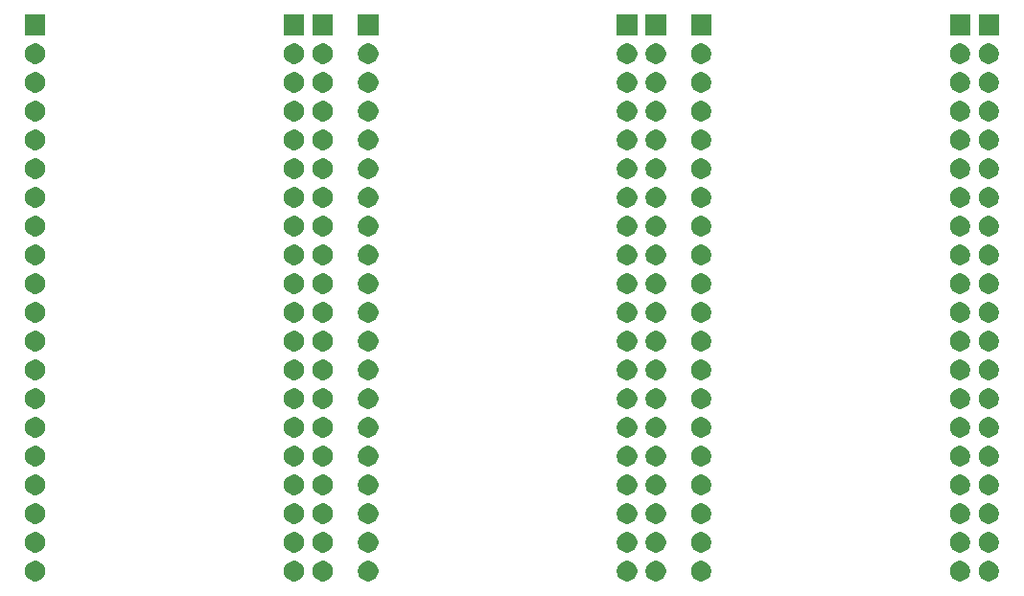
<source format=gbr>
G04 #@! TF.GenerationSoftware,KiCad,Pcbnew,5.1.5+dfsg1-2build2*
G04 #@! TF.CreationDate,2022-03-02T19:41:26-05:00*
G04 #@! TF.ProjectId,,58585858-5858-4585-9858-585858585858,rev?*
G04 #@! TF.SameCoordinates,Original*
G04 #@! TF.FileFunction,Soldermask,Bot*
G04 #@! TF.FilePolarity,Negative*
%FSLAX46Y46*%
G04 Gerber Fmt 4.6, Leading zero omitted, Abs format (unit mm)*
G04 Created by KiCad (PCBNEW 5.1.5+dfsg1-2build2) date 2022-03-02 19:41:26*
%MOMM*%
%LPD*%
G04 APERTURE LIST*
%ADD10C,0.100000*%
G04 APERTURE END LIST*
D10*
G36*
X68745432Y-78807247D02*
G01*
X68894732Y-78836944D01*
X69058704Y-78904864D01*
X69206274Y-79003467D01*
X69331773Y-79128966D01*
X69430376Y-79276536D01*
X69498296Y-79440508D01*
X69532920Y-79614579D01*
X69532920Y-79792061D01*
X69498296Y-79966132D01*
X69430376Y-80130104D01*
X69331773Y-80277674D01*
X69206274Y-80403173D01*
X69058704Y-80501776D01*
X68894732Y-80569696D01*
X68745432Y-80599393D01*
X68720662Y-80604320D01*
X68543178Y-80604320D01*
X68518408Y-80599393D01*
X68369108Y-80569696D01*
X68205136Y-80501776D01*
X68057566Y-80403173D01*
X67932067Y-80277674D01*
X67833464Y-80130104D01*
X67765544Y-79966132D01*
X67730920Y-79792061D01*
X67730920Y-79614579D01*
X67765544Y-79440508D01*
X67833464Y-79276536D01*
X67932067Y-79128966D01*
X68057566Y-79003467D01*
X68205136Y-78904864D01*
X68369108Y-78836944D01*
X68518408Y-78807247D01*
X68543178Y-78802320D01*
X68720662Y-78802320D01*
X68745432Y-78807247D01*
G37*
G36*
X91605432Y-78807247D02*
G01*
X91754732Y-78836944D01*
X91918704Y-78904864D01*
X92066274Y-79003467D01*
X92191773Y-79128966D01*
X92290376Y-79276536D01*
X92358296Y-79440508D01*
X92392920Y-79614579D01*
X92392920Y-79792061D01*
X92358296Y-79966132D01*
X92290376Y-80130104D01*
X92191773Y-80277674D01*
X92066274Y-80403173D01*
X91918704Y-80501776D01*
X91754732Y-80569696D01*
X91605432Y-80599393D01*
X91580662Y-80604320D01*
X91403178Y-80604320D01*
X91378408Y-80599393D01*
X91229108Y-80569696D01*
X91065136Y-80501776D01*
X90917566Y-80403173D01*
X90792067Y-80277674D01*
X90693464Y-80130104D01*
X90625544Y-79966132D01*
X90590920Y-79792061D01*
X90590920Y-79614579D01*
X90625544Y-79440508D01*
X90693464Y-79276536D01*
X90792067Y-79128966D01*
X90917566Y-79003467D01*
X91065136Y-78904864D01*
X91229108Y-78836944D01*
X91378408Y-78807247D01*
X91403178Y-78802320D01*
X91580662Y-78802320D01*
X91605432Y-78807247D01*
G37*
G36*
X94145432Y-78807247D02*
G01*
X94294732Y-78836944D01*
X94458704Y-78904864D01*
X94606274Y-79003467D01*
X94731773Y-79128966D01*
X94830376Y-79276536D01*
X94898296Y-79440508D01*
X94932920Y-79614579D01*
X94932920Y-79792061D01*
X94898296Y-79966132D01*
X94830376Y-80130104D01*
X94731773Y-80277674D01*
X94606274Y-80403173D01*
X94458704Y-80501776D01*
X94294732Y-80569696D01*
X94145432Y-80599393D01*
X94120662Y-80604320D01*
X93943178Y-80604320D01*
X93918408Y-80599393D01*
X93769108Y-80569696D01*
X93605136Y-80501776D01*
X93457566Y-80403173D01*
X93332067Y-80277674D01*
X93233464Y-80130104D01*
X93165544Y-79966132D01*
X93130920Y-79792061D01*
X93130920Y-79614579D01*
X93165544Y-79440508D01*
X93233464Y-79276536D01*
X93332067Y-79128966D01*
X93457566Y-79003467D01*
X93605136Y-78904864D01*
X93769108Y-78836944D01*
X93918408Y-78807247D01*
X93943178Y-78802320D01*
X94120662Y-78802320D01*
X94145432Y-78807247D01*
G37*
G36*
X98145432Y-78807247D02*
G01*
X98294732Y-78836944D01*
X98458704Y-78904864D01*
X98606274Y-79003467D01*
X98731773Y-79128966D01*
X98830376Y-79276536D01*
X98898296Y-79440508D01*
X98932920Y-79614579D01*
X98932920Y-79792061D01*
X98898296Y-79966132D01*
X98830376Y-80130104D01*
X98731773Y-80277674D01*
X98606274Y-80403173D01*
X98458704Y-80501776D01*
X98294732Y-80569696D01*
X98145432Y-80599393D01*
X98120662Y-80604320D01*
X97943178Y-80604320D01*
X97918408Y-80599393D01*
X97769108Y-80569696D01*
X97605136Y-80501776D01*
X97457566Y-80403173D01*
X97332067Y-80277674D01*
X97233464Y-80130104D01*
X97165544Y-79966132D01*
X97130920Y-79792061D01*
X97130920Y-79614579D01*
X97165544Y-79440508D01*
X97233464Y-79276536D01*
X97332067Y-79128966D01*
X97457566Y-79003467D01*
X97605136Y-78904864D01*
X97769108Y-78836944D01*
X97918408Y-78807247D01*
X97943178Y-78802320D01*
X98120662Y-78802320D01*
X98145432Y-78807247D01*
G37*
G36*
X127545432Y-78807247D02*
G01*
X127694732Y-78836944D01*
X127858704Y-78904864D01*
X128006274Y-79003467D01*
X128131773Y-79128966D01*
X128230376Y-79276536D01*
X128298296Y-79440508D01*
X128332920Y-79614579D01*
X128332920Y-79792061D01*
X128298296Y-79966132D01*
X128230376Y-80130104D01*
X128131773Y-80277674D01*
X128006274Y-80403173D01*
X127858704Y-80501776D01*
X127694732Y-80569696D01*
X127545432Y-80599393D01*
X127520662Y-80604320D01*
X127343178Y-80604320D01*
X127318408Y-80599393D01*
X127169108Y-80569696D01*
X127005136Y-80501776D01*
X126857566Y-80403173D01*
X126732067Y-80277674D01*
X126633464Y-80130104D01*
X126565544Y-79966132D01*
X126530920Y-79792061D01*
X126530920Y-79614579D01*
X126565544Y-79440508D01*
X126633464Y-79276536D01*
X126732067Y-79128966D01*
X126857566Y-79003467D01*
X127005136Y-78904864D01*
X127169108Y-78836944D01*
X127318408Y-78807247D01*
X127343178Y-78802320D01*
X127520662Y-78802320D01*
X127545432Y-78807247D01*
G37*
G36*
X121005432Y-78807247D02*
G01*
X121154732Y-78836944D01*
X121318704Y-78904864D01*
X121466274Y-79003467D01*
X121591773Y-79128966D01*
X121690376Y-79276536D01*
X121758296Y-79440508D01*
X121792920Y-79614579D01*
X121792920Y-79792061D01*
X121758296Y-79966132D01*
X121690376Y-80130104D01*
X121591773Y-80277674D01*
X121466274Y-80403173D01*
X121318704Y-80501776D01*
X121154732Y-80569696D01*
X121005432Y-80599393D01*
X120980662Y-80604320D01*
X120803178Y-80604320D01*
X120778408Y-80599393D01*
X120629108Y-80569696D01*
X120465136Y-80501776D01*
X120317566Y-80403173D01*
X120192067Y-80277674D01*
X120093464Y-80130104D01*
X120025544Y-79966132D01*
X119990920Y-79792061D01*
X119990920Y-79614579D01*
X120025544Y-79440508D01*
X120093464Y-79276536D01*
X120192067Y-79128966D01*
X120317566Y-79003467D01*
X120465136Y-78904864D01*
X120629108Y-78836944D01*
X120778408Y-78807247D01*
X120803178Y-78802320D01*
X120980662Y-78802320D01*
X121005432Y-78807247D01*
G37*
G36*
X123545432Y-78807247D02*
G01*
X123694732Y-78836944D01*
X123858704Y-78904864D01*
X124006274Y-79003467D01*
X124131773Y-79128966D01*
X124230376Y-79276536D01*
X124298296Y-79440508D01*
X124332920Y-79614579D01*
X124332920Y-79792061D01*
X124298296Y-79966132D01*
X124230376Y-80130104D01*
X124131773Y-80277674D01*
X124006274Y-80403173D01*
X123858704Y-80501776D01*
X123694732Y-80569696D01*
X123545432Y-80599393D01*
X123520662Y-80604320D01*
X123343178Y-80604320D01*
X123318408Y-80599393D01*
X123169108Y-80569696D01*
X123005136Y-80501776D01*
X122857566Y-80403173D01*
X122732067Y-80277674D01*
X122633464Y-80130104D01*
X122565544Y-79966132D01*
X122530920Y-79792061D01*
X122530920Y-79614579D01*
X122565544Y-79440508D01*
X122633464Y-79276536D01*
X122732067Y-79128966D01*
X122857566Y-79003467D01*
X123005136Y-78904864D01*
X123169108Y-78836944D01*
X123318408Y-78807247D01*
X123343178Y-78802320D01*
X123520662Y-78802320D01*
X123545432Y-78807247D01*
G37*
G36*
X152945432Y-78807247D02*
G01*
X153094732Y-78836944D01*
X153258704Y-78904864D01*
X153406274Y-79003467D01*
X153531773Y-79128966D01*
X153630376Y-79276536D01*
X153698296Y-79440508D01*
X153732920Y-79614579D01*
X153732920Y-79792061D01*
X153698296Y-79966132D01*
X153630376Y-80130104D01*
X153531773Y-80277674D01*
X153406274Y-80403173D01*
X153258704Y-80501776D01*
X153094732Y-80569696D01*
X152945432Y-80599393D01*
X152920662Y-80604320D01*
X152743178Y-80604320D01*
X152718408Y-80599393D01*
X152569108Y-80569696D01*
X152405136Y-80501776D01*
X152257566Y-80403173D01*
X152132067Y-80277674D01*
X152033464Y-80130104D01*
X151965544Y-79966132D01*
X151930920Y-79792061D01*
X151930920Y-79614579D01*
X151965544Y-79440508D01*
X152033464Y-79276536D01*
X152132067Y-79128966D01*
X152257566Y-79003467D01*
X152405136Y-78904864D01*
X152569108Y-78836944D01*
X152718408Y-78807247D01*
X152743178Y-78802320D01*
X152920662Y-78802320D01*
X152945432Y-78807247D01*
G37*
G36*
X150405432Y-78807247D02*
G01*
X150554732Y-78836944D01*
X150718704Y-78904864D01*
X150866274Y-79003467D01*
X150991773Y-79128966D01*
X151090376Y-79276536D01*
X151158296Y-79440508D01*
X151192920Y-79614579D01*
X151192920Y-79792061D01*
X151158296Y-79966132D01*
X151090376Y-80130104D01*
X150991773Y-80277674D01*
X150866274Y-80403173D01*
X150718704Y-80501776D01*
X150554732Y-80569696D01*
X150405432Y-80599393D01*
X150380662Y-80604320D01*
X150203178Y-80604320D01*
X150178408Y-80599393D01*
X150029108Y-80569696D01*
X149865136Y-80501776D01*
X149717566Y-80403173D01*
X149592067Y-80277674D01*
X149493464Y-80130104D01*
X149425544Y-79966132D01*
X149390920Y-79792061D01*
X149390920Y-79614579D01*
X149425544Y-79440508D01*
X149493464Y-79276536D01*
X149592067Y-79128966D01*
X149717566Y-79003467D01*
X149865136Y-78904864D01*
X150029108Y-78836944D01*
X150178408Y-78807247D01*
X150203178Y-78802320D01*
X150380662Y-78802320D01*
X150405432Y-78807247D01*
G37*
G36*
X152945432Y-76267247D02*
G01*
X153094732Y-76296944D01*
X153258704Y-76364864D01*
X153406274Y-76463467D01*
X153531773Y-76588966D01*
X153630376Y-76736536D01*
X153698296Y-76900508D01*
X153732920Y-77074579D01*
X153732920Y-77252061D01*
X153698296Y-77426132D01*
X153630376Y-77590104D01*
X153531773Y-77737674D01*
X153406274Y-77863173D01*
X153258704Y-77961776D01*
X153094732Y-78029696D01*
X152945432Y-78059393D01*
X152920662Y-78064320D01*
X152743178Y-78064320D01*
X152718408Y-78059393D01*
X152569108Y-78029696D01*
X152405136Y-77961776D01*
X152257566Y-77863173D01*
X152132067Y-77737674D01*
X152033464Y-77590104D01*
X151965544Y-77426132D01*
X151930920Y-77252061D01*
X151930920Y-77074579D01*
X151965544Y-76900508D01*
X152033464Y-76736536D01*
X152132067Y-76588966D01*
X152257566Y-76463467D01*
X152405136Y-76364864D01*
X152569108Y-76296944D01*
X152718408Y-76267247D01*
X152743178Y-76262320D01*
X152920662Y-76262320D01*
X152945432Y-76267247D01*
G37*
G36*
X68745432Y-76267247D02*
G01*
X68894732Y-76296944D01*
X69058704Y-76364864D01*
X69206274Y-76463467D01*
X69331773Y-76588966D01*
X69430376Y-76736536D01*
X69498296Y-76900508D01*
X69532920Y-77074579D01*
X69532920Y-77252061D01*
X69498296Y-77426132D01*
X69430376Y-77590104D01*
X69331773Y-77737674D01*
X69206274Y-77863173D01*
X69058704Y-77961776D01*
X68894732Y-78029696D01*
X68745432Y-78059393D01*
X68720662Y-78064320D01*
X68543178Y-78064320D01*
X68518408Y-78059393D01*
X68369108Y-78029696D01*
X68205136Y-77961776D01*
X68057566Y-77863173D01*
X67932067Y-77737674D01*
X67833464Y-77590104D01*
X67765544Y-77426132D01*
X67730920Y-77252061D01*
X67730920Y-77074579D01*
X67765544Y-76900508D01*
X67833464Y-76736536D01*
X67932067Y-76588966D01*
X68057566Y-76463467D01*
X68205136Y-76364864D01*
X68369108Y-76296944D01*
X68518408Y-76267247D01*
X68543178Y-76262320D01*
X68720662Y-76262320D01*
X68745432Y-76267247D01*
G37*
G36*
X91605432Y-76267247D02*
G01*
X91754732Y-76296944D01*
X91918704Y-76364864D01*
X92066274Y-76463467D01*
X92191773Y-76588966D01*
X92290376Y-76736536D01*
X92358296Y-76900508D01*
X92392920Y-77074579D01*
X92392920Y-77252061D01*
X92358296Y-77426132D01*
X92290376Y-77590104D01*
X92191773Y-77737674D01*
X92066274Y-77863173D01*
X91918704Y-77961776D01*
X91754732Y-78029696D01*
X91605432Y-78059393D01*
X91580662Y-78064320D01*
X91403178Y-78064320D01*
X91378408Y-78059393D01*
X91229108Y-78029696D01*
X91065136Y-77961776D01*
X90917566Y-77863173D01*
X90792067Y-77737674D01*
X90693464Y-77590104D01*
X90625544Y-77426132D01*
X90590920Y-77252061D01*
X90590920Y-77074579D01*
X90625544Y-76900508D01*
X90693464Y-76736536D01*
X90792067Y-76588966D01*
X90917566Y-76463467D01*
X91065136Y-76364864D01*
X91229108Y-76296944D01*
X91378408Y-76267247D01*
X91403178Y-76262320D01*
X91580662Y-76262320D01*
X91605432Y-76267247D01*
G37*
G36*
X94145432Y-76267247D02*
G01*
X94294732Y-76296944D01*
X94458704Y-76364864D01*
X94606274Y-76463467D01*
X94731773Y-76588966D01*
X94830376Y-76736536D01*
X94898296Y-76900508D01*
X94932920Y-77074579D01*
X94932920Y-77252061D01*
X94898296Y-77426132D01*
X94830376Y-77590104D01*
X94731773Y-77737674D01*
X94606274Y-77863173D01*
X94458704Y-77961776D01*
X94294732Y-78029696D01*
X94145432Y-78059393D01*
X94120662Y-78064320D01*
X93943178Y-78064320D01*
X93918408Y-78059393D01*
X93769108Y-78029696D01*
X93605136Y-77961776D01*
X93457566Y-77863173D01*
X93332067Y-77737674D01*
X93233464Y-77590104D01*
X93165544Y-77426132D01*
X93130920Y-77252061D01*
X93130920Y-77074579D01*
X93165544Y-76900508D01*
X93233464Y-76736536D01*
X93332067Y-76588966D01*
X93457566Y-76463467D01*
X93605136Y-76364864D01*
X93769108Y-76296944D01*
X93918408Y-76267247D01*
X93943178Y-76262320D01*
X94120662Y-76262320D01*
X94145432Y-76267247D01*
G37*
G36*
X98145432Y-76267247D02*
G01*
X98294732Y-76296944D01*
X98458704Y-76364864D01*
X98606274Y-76463467D01*
X98731773Y-76588966D01*
X98830376Y-76736536D01*
X98898296Y-76900508D01*
X98932920Y-77074579D01*
X98932920Y-77252061D01*
X98898296Y-77426132D01*
X98830376Y-77590104D01*
X98731773Y-77737674D01*
X98606274Y-77863173D01*
X98458704Y-77961776D01*
X98294732Y-78029696D01*
X98145432Y-78059393D01*
X98120662Y-78064320D01*
X97943178Y-78064320D01*
X97918408Y-78059393D01*
X97769108Y-78029696D01*
X97605136Y-77961776D01*
X97457566Y-77863173D01*
X97332067Y-77737674D01*
X97233464Y-77590104D01*
X97165544Y-77426132D01*
X97130920Y-77252061D01*
X97130920Y-77074579D01*
X97165544Y-76900508D01*
X97233464Y-76736536D01*
X97332067Y-76588966D01*
X97457566Y-76463467D01*
X97605136Y-76364864D01*
X97769108Y-76296944D01*
X97918408Y-76267247D01*
X97943178Y-76262320D01*
X98120662Y-76262320D01*
X98145432Y-76267247D01*
G37*
G36*
X127545432Y-76267247D02*
G01*
X127694732Y-76296944D01*
X127858704Y-76364864D01*
X128006274Y-76463467D01*
X128131773Y-76588966D01*
X128230376Y-76736536D01*
X128298296Y-76900508D01*
X128332920Y-77074579D01*
X128332920Y-77252061D01*
X128298296Y-77426132D01*
X128230376Y-77590104D01*
X128131773Y-77737674D01*
X128006274Y-77863173D01*
X127858704Y-77961776D01*
X127694732Y-78029696D01*
X127545432Y-78059393D01*
X127520662Y-78064320D01*
X127343178Y-78064320D01*
X127318408Y-78059393D01*
X127169108Y-78029696D01*
X127005136Y-77961776D01*
X126857566Y-77863173D01*
X126732067Y-77737674D01*
X126633464Y-77590104D01*
X126565544Y-77426132D01*
X126530920Y-77252061D01*
X126530920Y-77074579D01*
X126565544Y-76900508D01*
X126633464Y-76736536D01*
X126732067Y-76588966D01*
X126857566Y-76463467D01*
X127005136Y-76364864D01*
X127169108Y-76296944D01*
X127318408Y-76267247D01*
X127343178Y-76262320D01*
X127520662Y-76262320D01*
X127545432Y-76267247D01*
G37*
G36*
X121005432Y-76267247D02*
G01*
X121154732Y-76296944D01*
X121318704Y-76364864D01*
X121466274Y-76463467D01*
X121591773Y-76588966D01*
X121690376Y-76736536D01*
X121758296Y-76900508D01*
X121792920Y-77074579D01*
X121792920Y-77252061D01*
X121758296Y-77426132D01*
X121690376Y-77590104D01*
X121591773Y-77737674D01*
X121466274Y-77863173D01*
X121318704Y-77961776D01*
X121154732Y-78029696D01*
X121005432Y-78059393D01*
X120980662Y-78064320D01*
X120803178Y-78064320D01*
X120778408Y-78059393D01*
X120629108Y-78029696D01*
X120465136Y-77961776D01*
X120317566Y-77863173D01*
X120192067Y-77737674D01*
X120093464Y-77590104D01*
X120025544Y-77426132D01*
X119990920Y-77252061D01*
X119990920Y-77074579D01*
X120025544Y-76900508D01*
X120093464Y-76736536D01*
X120192067Y-76588966D01*
X120317566Y-76463467D01*
X120465136Y-76364864D01*
X120629108Y-76296944D01*
X120778408Y-76267247D01*
X120803178Y-76262320D01*
X120980662Y-76262320D01*
X121005432Y-76267247D01*
G37*
G36*
X150405432Y-76267247D02*
G01*
X150554732Y-76296944D01*
X150718704Y-76364864D01*
X150866274Y-76463467D01*
X150991773Y-76588966D01*
X151090376Y-76736536D01*
X151158296Y-76900508D01*
X151192920Y-77074579D01*
X151192920Y-77252061D01*
X151158296Y-77426132D01*
X151090376Y-77590104D01*
X150991773Y-77737674D01*
X150866274Y-77863173D01*
X150718704Y-77961776D01*
X150554732Y-78029696D01*
X150405432Y-78059393D01*
X150380662Y-78064320D01*
X150203178Y-78064320D01*
X150178408Y-78059393D01*
X150029108Y-78029696D01*
X149865136Y-77961776D01*
X149717566Y-77863173D01*
X149592067Y-77737674D01*
X149493464Y-77590104D01*
X149425544Y-77426132D01*
X149390920Y-77252061D01*
X149390920Y-77074579D01*
X149425544Y-76900508D01*
X149493464Y-76736536D01*
X149592067Y-76588966D01*
X149717566Y-76463467D01*
X149865136Y-76364864D01*
X150029108Y-76296944D01*
X150178408Y-76267247D01*
X150203178Y-76262320D01*
X150380662Y-76262320D01*
X150405432Y-76267247D01*
G37*
G36*
X123545432Y-76267247D02*
G01*
X123694732Y-76296944D01*
X123858704Y-76364864D01*
X124006274Y-76463467D01*
X124131773Y-76588966D01*
X124230376Y-76736536D01*
X124298296Y-76900508D01*
X124332920Y-77074579D01*
X124332920Y-77252061D01*
X124298296Y-77426132D01*
X124230376Y-77590104D01*
X124131773Y-77737674D01*
X124006274Y-77863173D01*
X123858704Y-77961776D01*
X123694732Y-78029696D01*
X123545432Y-78059393D01*
X123520662Y-78064320D01*
X123343178Y-78064320D01*
X123318408Y-78059393D01*
X123169108Y-78029696D01*
X123005136Y-77961776D01*
X122857566Y-77863173D01*
X122732067Y-77737674D01*
X122633464Y-77590104D01*
X122565544Y-77426132D01*
X122530920Y-77252061D01*
X122530920Y-77074579D01*
X122565544Y-76900508D01*
X122633464Y-76736536D01*
X122732067Y-76588966D01*
X122857566Y-76463467D01*
X123005136Y-76364864D01*
X123169108Y-76296944D01*
X123318408Y-76267247D01*
X123343178Y-76262320D01*
X123520662Y-76262320D01*
X123545432Y-76267247D01*
G37*
G36*
X94145432Y-73727247D02*
G01*
X94294732Y-73756944D01*
X94458704Y-73824864D01*
X94606274Y-73923467D01*
X94731773Y-74048966D01*
X94830376Y-74196536D01*
X94898296Y-74360508D01*
X94932920Y-74534579D01*
X94932920Y-74712061D01*
X94898296Y-74886132D01*
X94830376Y-75050104D01*
X94731773Y-75197674D01*
X94606274Y-75323173D01*
X94458704Y-75421776D01*
X94294732Y-75489696D01*
X94145432Y-75519393D01*
X94120662Y-75524320D01*
X93943178Y-75524320D01*
X93918408Y-75519393D01*
X93769108Y-75489696D01*
X93605136Y-75421776D01*
X93457566Y-75323173D01*
X93332067Y-75197674D01*
X93233464Y-75050104D01*
X93165544Y-74886132D01*
X93130920Y-74712061D01*
X93130920Y-74534579D01*
X93165544Y-74360508D01*
X93233464Y-74196536D01*
X93332067Y-74048966D01*
X93457566Y-73923467D01*
X93605136Y-73824864D01*
X93769108Y-73756944D01*
X93918408Y-73727247D01*
X93943178Y-73722320D01*
X94120662Y-73722320D01*
X94145432Y-73727247D01*
G37*
G36*
X98145432Y-73727247D02*
G01*
X98294732Y-73756944D01*
X98458704Y-73824864D01*
X98606274Y-73923467D01*
X98731773Y-74048966D01*
X98830376Y-74196536D01*
X98898296Y-74360508D01*
X98932920Y-74534579D01*
X98932920Y-74712061D01*
X98898296Y-74886132D01*
X98830376Y-75050104D01*
X98731773Y-75197674D01*
X98606274Y-75323173D01*
X98458704Y-75421776D01*
X98294732Y-75489696D01*
X98145432Y-75519393D01*
X98120662Y-75524320D01*
X97943178Y-75524320D01*
X97918408Y-75519393D01*
X97769108Y-75489696D01*
X97605136Y-75421776D01*
X97457566Y-75323173D01*
X97332067Y-75197674D01*
X97233464Y-75050104D01*
X97165544Y-74886132D01*
X97130920Y-74712061D01*
X97130920Y-74534579D01*
X97165544Y-74360508D01*
X97233464Y-74196536D01*
X97332067Y-74048966D01*
X97457566Y-73923467D01*
X97605136Y-73824864D01*
X97769108Y-73756944D01*
X97918408Y-73727247D01*
X97943178Y-73722320D01*
X98120662Y-73722320D01*
X98145432Y-73727247D01*
G37*
G36*
X127545432Y-73727247D02*
G01*
X127694732Y-73756944D01*
X127858704Y-73824864D01*
X128006274Y-73923467D01*
X128131773Y-74048966D01*
X128230376Y-74196536D01*
X128298296Y-74360508D01*
X128332920Y-74534579D01*
X128332920Y-74712061D01*
X128298296Y-74886132D01*
X128230376Y-75050104D01*
X128131773Y-75197674D01*
X128006274Y-75323173D01*
X127858704Y-75421776D01*
X127694732Y-75489696D01*
X127545432Y-75519393D01*
X127520662Y-75524320D01*
X127343178Y-75524320D01*
X127318408Y-75519393D01*
X127169108Y-75489696D01*
X127005136Y-75421776D01*
X126857566Y-75323173D01*
X126732067Y-75197674D01*
X126633464Y-75050104D01*
X126565544Y-74886132D01*
X126530920Y-74712061D01*
X126530920Y-74534579D01*
X126565544Y-74360508D01*
X126633464Y-74196536D01*
X126732067Y-74048966D01*
X126857566Y-73923467D01*
X127005136Y-73824864D01*
X127169108Y-73756944D01*
X127318408Y-73727247D01*
X127343178Y-73722320D01*
X127520662Y-73722320D01*
X127545432Y-73727247D01*
G37*
G36*
X91605432Y-73727247D02*
G01*
X91754732Y-73756944D01*
X91918704Y-73824864D01*
X92066274Y-73923467D01*
X92191773Y-74048966D01*
X92290376Y-74196536D01*
X92358296Y-74360508D01*
X92392920Y-74534579D01*
X92392920Y-74712061D01*
X92358296Y-74886132D01*
X92290376Y-75050104D01*
X92191773Y-75197674D01*
X92066274Y-75323173D01*
X91918704Y-75421776D01*
X91754732Y-75489696D01*
X91605432Y-75519393D01*
X91580662Y-75524320D01*
X91403178Y-75524320D01*
X91378408Y-75519393D01*
X91229108Y-75489696D01*
X91065136Y-75421776D01*
X90917566Y-75323173D01*
X90792067Y-75197674D01*
X90693464Y-75050104D01*
X90625544Y-74886132D01*
X90590920Y-74712061D01*
X90590920Y-74534579D01*
X90625544Y-74360508D01*
X90693464Y-74196536D01*
X90792067Y-74048966D01*
X90917566Y-73923467D01*
X91065136Y-73824864D01*
X91229108Y-73756944D01*
X91378408Y-73727247D01*
X91403178Y-73722320D01*
X91580662Y-73722320D01*
X91605432Y-73727247D01*
G37*
G36*
X150405432Y-73727247D02*
G01*
X150554732Y-73756944D01*
X150718704Y-73824864D01*
X150866274Y-73923467D01*
X150991773Y-74048966D01*
X151090376Y-74196536D01*
X151158296Y-74360508D01*
X151192920Y-74534579D01*
X151192920Y-74712061D01*
X151158296Y-74886132D01*
X151090376Y-75050104D01*
X150991773Y-75197674D01*
X150866274Y-75323173D01*
X150718704Y-75421776D01*
X150554732Y-75489696D01*
X150405432Y-75519393D01*
X150380662Y-75524320D01*
X150203178Y-75524320D01*
X150178408Y-75519393D01*
X150029108Y-75489696D01*
X149865136Y-75421776D01*
X149717566Y-75323173D01*
X149592067Y-75197674D01*
X149493464Y-75050104D01*
X149425544Y-74886132D01*
X149390920Y-74712061D01*
X149390920Y-74534579D01*
X149425544Y-74360508D01*
X149493464Y-74196536D01*
X149592067Y-74048966D01*
X149717566Y-73923467D01*
X149865136Y-73824864D01*
X150029108Y-73756944D01*
X150178408Y-73727247D01*
X150203178Y-73722320D01*
X150380662Y-73722320D01*
X150405432Y-73727247D01*
G37*
G36*
X123545432Y-73727247D02*
G01*
X123694732Y-73756944D01*
X123858704Y-73824864D01*
X124006274Y-73923467D01*
X124131773Y-74048966D01*
X124230376Y-74196536D01*
X124298296Y-74360508D01*
X124332920Y-74534579D01*
X124332920Y-74712061D01*
X124298296Y-74886132D01*
X124230376Y-75050104D01*
X124131773Y-75197674D01*
X124006274Y-75323173D01*
X123858704Y-75421776D01*
X123694732Y-75489696D01*
X123545432Y-75519393D01*
X123520662Y-75524320D01*
X123343178Y-75524320D01*
X123318408Y-75519393D01*
X123169108Y-75489696D01*
X123005136Y-75421776D01*
X122857566Y-75323173D01*
X122732067Y-75197674D01*
X122633464Y-75050104D01*
X122565544Y-74886132D01*
X122530920Y-74712061D01*
X122530920Y-74534579D01*
X122565544Y-74360508D01*
X122633464Y-74196536D01*
X122732067Y-74048966D01*
X122857566Y-73923467D01*
X123005136Y-73824864D01*
X123169108Y-73756944D01*
X123318408Y-73727247D01*
X123343178Y-73722320D01*
X123520662Y-73722320D01*
X123545432Y-73727247D01*
G37*
G36*
X68745432Y-73727247D02*
G01*
X68894732Y-73756944D01*
X69058704Y-73824864D01*
X69206274Y-73923467D01*
X69331773Y-74048966D01*
X69430376Y-74196536D01*
X69498296Y-74360508D01*
X69532920Y-74534579D01*
X69532920Y-74712061D01*
X69498296Y-74886132D01*
X69430376Y-75050104D01*
X69331773Y-75197674D01*
X69206274Y-75323173D01*
X69058704Y-75421776D01*
X68894732Y-75489696D01*
X68745432Y-75519393D01*
X68720662Y-75524320D01*
X68543178Y-75524320D01*
X68518408Y-75519393D01*
X68369108Y-75489696D01*
X68205136Y-75421776D01*
X68057566Y-75323173D01*
X67932067Y-75197674D01*
X67833464Y-75050104D01*
X67765544Y-74886132D01*
X67730920Y-74712061D01*
X67730920Y-74534579D01*
X67765544Y-74360508D01*
X67833464Y-74196536D01*
X67932067Y-74048966D01*
X68057566Y-73923467D01*
X68205136Y-73824864D01*
X68369108Y-73756944D01*
X68518408Y-73727247D01*
X68543178Y-73722320D01*
X68720662Y-73722320D01*
X68745432Y-73727247D01*
G37*
G36*
X152945432Y-73727247D02*
G01*
X153094732Y-73756944D01*
X153258704Y-73824864D01*
X153406274Y-73923467D01*
X153531773Y-74048966D01*
X153630376Y-74196536D01*
X153698296Y-74360508D01*
X153732920Y-74534579D01*
X153732920Y-74712061D01*
X153698296Y-74886132D01*
X153630376Y-75050104D01*
X153531773Y-75197674D01*
X153406274Y-75323173D01*
X153258704Y-75421776D01*
X153094732Y-75489696D01*
X152945432Y-75519393D01*
X152920662Y-75524320D01*
X152743178Y-75524320D01*
X152718408Y-75519393D01*
X152569108Y-75489696D01*
X152405136Y-75421776D01*
X152257566Y-75323173D01*
X152132067Y-75197674D01*
X152033464Y-75050104D01*
X151965544Y-74886132D01*
X151930920Y-74712061D01*
X151930920Y-74534579D01*
X151965544Y-74360508D01*
X152033464Y-74196536D01*
X152132067Y-74048966D01*
X152257566Y-73923467D01*
X152405136Y-73824864D01*
X152569108Y-73756944D01*
X152718408Y-73727247D01*
X152743178Y-73722320D01*
X152920662Y-73722320D01*
X152945432Y-73727247D01*
G37*
G36*
X121005432Y-73727247D02*
G01*
X121154732Y-73756944D01*
X121318704Y-73824864D01*
X121466274Y-73923467D01*
X121591773Y-74048966D01*
X121690376Y-74196536D01*
X121758296Y-74360508D01*
X121792920Y-74534579D01*
X121792920Y-74712061D01*
X121758296Y-74886132D01*
X121690376Y-75050104D01*
X121591773Y-75197674D01*
X121466274Y-75323173D01*
X121318704Y-75421776D01*
X121154732Y-75489696D01*
X121005432Y-75519393D01*
X120980662Y-75524320D01*
X120803178Y-75524320D01*
X120778408Y-75519393D01*
X120629108Y-75489696D01*
X120465136Y-75421776D01*
X120317566Y-75323173D01*
X120192067Y-75197674D01*
X120093464Y-75050104D01*
X120025544Y-74886132D01*
X119990920Y-74712061D01*
X119990920Y-74534579D01*
X120025544Y-74360508D01*
X120093464Y-74196536D01*
X120192067Y-74048966D01*
X120317566Y-73923467D01*
X120465136Y-73824864D01*
X120629108Y-73756944D01*
X120778408Y-73727247D01*
X120803178Y-73722320D01*
X120980662Y-73722320D01*
X121005432Y-73727247D01*
G37*
G36*
X94145432Y-71187247D02*
G01*
X94294732Y-71216944D01*
X94458704Y-71284864D01*
X94606274Y-71383467D01*
X94731773Y-71508966D01*
X94830376Y-71656536D01*
X94898296Y-71820508D01*
X94932920Y-71994579D01*
X94932920Y-72172061D01*
X94898296Y-72346132D01*
X94830376Y-72510104D01*
X94731773Y-72657674D01*
X94606274Y-72783173D01*
X94458704Y-72881776D01*
X94294732Y-72949696D01*
X94145432Y-72979393D01*
X94120662Y-72984320D01*
X93943178Y-72984320D01*
X93918408Y-72979393D01*
X93769108Y-72949696D01*
X93605136Y-72881776D01*
X93457566Y-72783173D01*
X93332067Y-72657674D01*
X93233464Y-72510104D01*
X93165544Y-72346132D01*
X93130920Y-72172061D01*
X93130920Y-71994579D01*
X93165544Y-71820508D01*
X93233464Y-71656536D01*
X93332067Y-71508966D01*
X93457566Y-71383467D01*
X93605136Y-71284864D01*
X93769108Y-71216944D01*
X93918408Y-71187247D01*
X93943178Y-71182320D01*
X94120662Y-71182320D01*
X94145432Y-71187247D01*
G37*
G36*
X152945432Y-71187247D02*
G01*
X153094732Y-71216944D01*
X153258704Y-71284864D01*
X153406274Y-71383467D01*
X153531773Y-71508966D01*
X153630376Y-71656536D01*
X153698296Y-71820508D01*
X153732920Y-71994579D01*
X153732920Y-72172061D01*
X153698296Y-72346132D01*
X153630376Y-72510104D01*
X153531773Y-72657674D01*
X153406274Y-72783173D01*
X153258704Y-72881776D01*
X153094732Y-72949696D01*
X152945432Y-72979393D01*
X152920662Y-72984320D01*
X152743178Y-72984320D01*
X152718408Y-72979393D01*
X152569108Y-72949696D01*
X152405136Y-72881776D01*
X152257566Y-72783173D01*
X152132067Y-72657674D01*
X152033464Y-72510104D01*
X151965544Y-72346132D01*
X151930920Y-72172061D01*
X151930920Y-71994579D01*
X151965544Y-71820508D01*
X152033464Y-71656536D01*
X152132067Y-71508966D01*
X152257566Y-71383467D01*
X152405136Y-71284864D01*
X152569108Y-71216944D01*
X152718408Y-71187247D01*
X152743178Y-71182320D01*
X152920662Y-71182320D01*
X152945432Y-71187247D01*
G37*
G36*
X150405432Y-71187247D02*
G01*
X150554732Y-71216944D01*
X150718704Y-71284864D01*
X150866274Y-71383467D01*
X150991773Y-71508966D01*
X151090376Y-71656536D01*
X151158296Y-71820508D01*
X151192920Y-71994579D01*
X151192920Y-72172061D01*
X151158296Y-72346132D01*
X151090376Y-72510104D01*
X150991773Y-72657674D01*
X150866274Y-72783173D01*
X150718704Y-72881776D01*
X150554732Y-72949696D01*
X150405432Y-72979393D01*
X150380662Y-72984320D01*
X150203178Y-72984320D01*
X150178408Y-72979393D01*
X150029108Y-72949696D01*
X149865136Y-72881776D01*
X149717566Y-72783173D01*
X149592067Y-72657674D01*
X149493464Y-72510104D01*
X149425544Y-72346132D01*
X149390920Y-72172061D01*
X149390920Y-71994579D01*
X149425544Y-71820508D01*
X149493464Y-71656536D01*
X149592067Y-71508966D01*
X149717566Y-71383467D01*
X149865136Y-71284864D01*
X150029108Y-71216944D01*
X150178408Y-71187247D01*
X150203178Y-71182320D01*
X150380662Y-71182320D01*
X150405432Y-71187247D01*
G37*
G36*
X68745432Y-71187247D02*
G01*
X68894732Y-71216944D01*
X69058704Y-71284864D01*
X69206274Y-71383467D01*
X69331773Y-71508966D01*
X69430376Y-71656536D01*
X69498296Y-71820508D01*
X69532920Y-71994579D01*
X69532920Y-72172061D01*
X69498296Y-72346132D01*
X69430376Y-72510104D01*
X69331773Y-72657674D01*
X69206274Y-72783173D01*
X69058704Y-72881776D01*
X68894732Y-72949696D01*
X68745432Y-72979393D01*
X68720662Y-72984320D01*
X68543178Y-72984320D01*
X68518408Y-72979393D01*
X68369108Y-72949696D01*
X68205136Y-72881776D01*
X68057566Y-72783173D01*
X67932067Y-72657674D01*
X67833464Y-72510104D01*
X67765544Y-72346132D01*
X67730920Y-72172061D01*
X67730920Y-71994579D01*
X67765544Y-71820508D01*
X67833464Y-71656536D01*
X67932067Y-71508966D01*
X68057566Y-71383467D01*
X68205136Y-71284864D01*
X68369108Y-71216944D01*
X68518408Y-71187247D01*
X68543178Y-71182320D01*
X68720662Y-71182320D01*
X68745432Y-71187247D01*
G37*
G36*
X91605432Y-71187247D02*
G01*
X91754732Y-71216944D01*
X91918704Y-71284864D01*
X92066274Y-71383467D01*
X92191773Y-71508966D01*
X92290376Y-71656536D01*
X92358296Y-71820508D01*
X92392920Y-71994579D01*
X92392920Y-72172061D01*
X92358296Y-72346132D01*
X92290376Y-72510104D01*
X92191773Y-72657674D01*
X92066274Y-72783173D01*
X91918704Y-72881776D01*
X91754732Y-72949696D01*
X91605432Y-72979393D01*
X91580662Y-72984320D01*
X91403178Y-72984320D01*
X91378408Y-72979393D01*
X91229108Y-72949696D01*
X91065136Y-72881776D01*
X90917566Y-72783173D01*
X90792067Y-72657674D01*
X90693464Y-72510104D01*
X90625544Y-72346132D01*
X90590920Y-72172061D01*
X90590920Y-71994579D01*
X90625544Y-71820508D01*
X90693464Y-71656536D01*
X90792067Y-71508966D01*
X90917566Y-71383467D01*
X91065136Y-71284864D01*
X91229108Y-71216944D01*
X91378408Y-71187247D01*
X91403178Y-71182320D01*
X91580662Y-71182320D01*
X91605432Y-71187247D01*
G37*
G36*
X98145432Y-71187247D02*
G01*
X98294732Y-71216944D01*
X98458704Y-71284864D01*
X98606274Y-71383467D01*
X98731773Y-71508966D01*
X98830376Y-71656536D01*
X98898296Y-71820508D01*
X98932920Y-71994579D01*
X98932920Y-72172061D01*
X98898296Y-72346132D01*
X98830376Y-72510104D01*
X98731773Y-72657674D01*
X98606274Y-72783173D01*
X98458704Y-72881776D01*
X98294732Y-72949696D01*
X98145432Y-72979393D01*
X98120662Y-72984320D01*
X97943178Y-72984320D01*
X97918408Y-72979393D01*
X97769108Y-72949696D01*
X97605136Y-72881776D01*
X97457566Y-72783173D01*
X97332067Y-72657674D01*
X97233464Y-72510104D01*
X97165544Y-72346132D01*
X97130920Y-72172061D01*
X97130920Y-71994579D01*
X97165544Y-71820508D01*
X97233464Y-71656536D01*
X97332067Y-71508966D01*
X97457566Y-71383467D01*
X97605136Y-71284864D01*
X97769108Y-71216944D01*
X97918408Y-71187247D01*
X97943178Y-71182320D01*
X98120662Y-71182320D01*
X98145432Y-71187247D01*
G37*
G36*
X121005432Y-71187247D02*
G01*
X121154732Y-71216944D01*
X121318704Y-71284864D01*
X121466274Y-71383467D01*
X121591773Y-71508966D01*
X121690376Y-71656536D01*
X121758296Y-71820508D01*
X121792920Y-71994579D01*
X121792920Y-72172061D01*
X121758296Y-72346132D01*
X121690376Y-72510104D01*
X121591773Y-72657674D01*
X121466274Y-72783173D01*
X121318704Y-72881776D01*
X121154732Y-72949696D01*
X121005432Y-72979393D01*
X120980662Y-72984320D01*
X120803178Y-72984320D01*
X120778408Y-72979393D01*
X120629108Y-72949696D01*
X120465136Y-72881776D01*
X120317566Y-72783173D01*
X120192067Y-72657674D01*
X120093464Y-72510104D01*
X120025544Y-72346132D01*
X119990920Y-72172061D01*
X119990920Y-71994579D01*
X120025544Y-71820508D01*
X120093464Y-71656536D01*
X120192067Y-71508966D01*
X120317566Y-71383467D01*
X120465136Y-71284864D01*
X120629108Y-71216944D01*
X120778408Y-71187247D01*
X120803178Y-71182320D01*
X120980662Y-71182320D01*
X121005432Y-71187247D01*
G37*
G36*
X123545432Y-71187247D02*
G01*
X123694732Y-71216944D01*
X123858704Y-71284864D01*
X124006274Y-71383467D01*
X124131773Y-71508966D01*
X124230376Y-71656536D01*
X124298296Y-71820508D01*
X124332920Y-71994579D01*
X124332920Y-72172061D01*
X124298296Y-72346132D01*
X124230376Y-72510104D01*
X124131773Y-72657674D01*
X124006274Y-72783173D01*
X123858704Y-72881776D01*
X123694732Y-72949696D01*
X123545432Y-72979393D01*
X123520662Y-72984320D01*
X123343178Y-72984320D01*
X123318408Y-72979393D01*
X123169108Y-72949696D01*
X123005136Y-72881776D01*
X122857566Y-72783173D01*
X122732067Y-72657674D01*
X122633464Y-72510104D01*
X122565544Y-72346132D01*
X122530920Y-72172061D01*
X122530920Y-71994579D01*
X122565544Y-71820508D01*
X122633464Y-71656536D01*
X122732067Y-71508966D01*
X122857566Y-71383467D01*
X123005136Y-71284864D01*
X123169108Y-71216944D01*
X123318408Y-71187247D01*
X123343178Y-71182320D01*
X123520662Y-71182320D01*
X123545432Y-71187247D01*
G37*
G36*
X127545432Y-71187247D02*
G01*
X127694732Y-71216944D01*
X127858704Y-71284864D01*
X128006274Y-71383467D01*
X128131773Y-71508966D01*
X128230376Y-71656536D01*
X128298296Y-71820508D01*
X128332920Y-71994579D01*
X128332920Y-72172061D01*
X128298296Y-72346132D01*
X128230376Y-72510104D01*
X128131773Y-72657674D01*
X128006274Y-72783173D01*
X127858704Y-72881776D01*
X127694732Y-72949696D01*
X127545432Y-72979393D01*
X127520662Y-72984320D01*
X127343178Y-72984320D01*
X127318408Y-72979393D01*
X127169108Y-72949696D01*
X127005136Y-72881776D01*
X126857566Y-72783173D01*
X126732067Y-72657674D01*
X126633464Y-72510104D01*
X126565544Y-72346132D01*
X126530920Y-72172061D01*
X126530920Y-71994579D01*
X126565544Y-71820508D01*
X126633464Y-71656536D01*
X126732067Y-71508966D01*
X126857566Y-71383467D01*
X127005136Y-71284864D01*
X127169108Y-71216944D01*
X127318408Y-71187247D01*
X127343178Y-71182320D01*
X127520662Y-71182320D01*
X127545432Y-71187247D01*
G37*
G36*
X91605432Y-68647247D02*
G01*
X91754732Y-68676944D01*
X91918704Y-68744864D01*
X92066274Y-68843467D01*
X92191773Y-68968966D01*
X92290376Y-69116536D01*
X92358296Y-69280508D01*
X92392920Y-69454579D01*
X92392920Y-69632061D01*
X92358296Y-69806132D01*
X92290376Y-69970104D01*
X92191773Y-70117674D01*
X92066274Y-70243173D01*
X91918704Y-70341776D01*
X91754732Y-70409696D01*
X91605432Y-70439393D01*
X91580662Y-70444320D01*
X91403178Y-70444320D01*
X91378408Y-70439393D01*
X91229108Y-70409696D01*
X91065136Y-70341776D01*
X90917566Y-70243173D01*
X90792067Y-70117674D01*
X90693464Y-69970104D01*
X90625544Y-69806132D01*
X90590920Y-69632061D01*
X90590920Y-69454579D01*
X90625544Y-69280508D01*
X90693464Y-69116536D01*
X90792067Y-68968966D01*
X90917566Y-68843467D01*
X91065136Y-68744864D01*
X91229108Y-68676944D01*
X91378408Y-68647247D01*
X91403178Y-68642320D01*
X91580662Y-68642320D01*
X91605432Y-68647247D01*
G37*
G36*
X68745432Y-68647247D02*
G01*
X68894732Y-68676944D01*
X69058704Y-68744864D01*
X69206274Y-68843467D01*
X69331773Y-68968966D01*
X69430376Y-69116536D01*
X69498296Y-69280508D01*
X69532920Y-69454579D01*
X69532920Y-69632061D01*
X69498296Y-69806132D01*
X69430376Y-69970104D01*
X69331773Y-70117674D01*
X69206274Y-70243173D01*
X69058704Y-70341776D01*
X68894732Y-70409696D01*
X68745432Y-70439393D01*
X68720662Y-70444320D01*
X68543178Y-70444320D01*
X68518408Y-70439393D01*
X68369108Y-70409696D01*
X68205136Y-70341776D01*
X68057566Y-70243173D01*
X67932067Y-70117674D01*
X67833464Y-69970104D01*
X67765544Y-69806132D01*
X67730920Y-69632061D01*
X67730920Y-69454579D01*
X67765544Y-69280508D01*
X67833464Y-69116536D01*
X67932067Y-68968966D01*
X68057566Y-68843467D01*
X68205136Y-68744864D01*
X68369108Y-68676944D01*
X68518408Y-68647247D01*
X68543178Y-68642320D01*
X68720662Y-68642320D01*
X68745432Y-68647247D01*
G37*
G36*
X152945432Y-68647247D02*
G01*
X153094732Y-68676944D01*
X153258704Y-68744864D01*
X153406274Y-68843467D01*
X153531773Y-68968966D01*
X153630376Y-69116536D01*
X153698296Y-69280508D01*
X153732920Y-69454579D01*
X153732920Y-69632061D01*
X153698296Y-69806132D01*
X153630376Y-69970104D01*
X153531773Y-70117674D01*
X153406274Y-70243173D01*
X153258704Y-70341776D01*
X153094732Y-70409696D01*
X152945432Y-70439393D01*
X152920662Y-70444320D01*
X152743178Y-70444320D01*
X152718408Y-70439393D01*
X152569108Y-70409696D01*
X152405136Y-70341776D01*
X152257566Y-70243173D01*
X152132067Y-70117674D01*
X152033464Y-69970104D01*
X151965544Y-69806132D01*
X151930920Y-69632061D01*
X151930920Y-69454579D01*
X151965544Y-69280508D01*
X152033464Y-69116536D01*
X152132067Y-68968966D01*
X152257566Y-68843467D01*
X152405136Y-68744864D01*
X152569108Y-68676944D01*
X152718408Y-68647247D01*
X152743178Y-68642320D01*
X152920662Y-68642320D01*
X152945432Y-68647247D01*
G37*
G36*
X94145432Y-68647247D02*
G01*
X94294732Y-68676944D01*
X94458704Y-68744864D01*
X94606274Y-68843467D01*
X94731773Y-68968966D01*
X94830376Y-69116536D01*
X94898296Y-69280508D01*
X94932920Y-69454579D01*
X94932920Y-69632061D01*
X94898296Y-69806132D01*
X94830376Y-69970104D01*
X94731773Y-70117674D01*
X94606274Y-70243173D01*
X94458704Y-70341776D01*
X94294732Y-70409696D01*
X94145432Y-70439393D01*
X94120662Y-70444320D01*
X93943178Y-70444320D01*
X93918408Y-70439393D01*
X93769108Y-70409696D01*
X93605136Y-70341776D01*
X93457566Y-70243173D01*
X93332067Y-70117674D01*
X93233464Y-69970104D01*
X93165544Y-69806132D01*
X93130920Y-69632061D01*
X93130920Y-69454579D01*
X93165544Y-69280508D01*
X93233464Y-69116536D01*
X93332067Y-68968966D01*
X93457566Y-68843467D01*
X93605136Y-68744864D01*
X93769108Y-68676944D01*
X93918408Y-68647247D01*
X93943178Y-68642320D01*
X94120662Y-68642320D01*
X94145432Y-68647247D01*
G37*
G36*
X98145432Y-68647247D02*
G01*
X98294732Y-68676944D01*
X98458704Y-68744864D01*
X98606274Y-68843467D01*
X98731773Y-68968966D01*
X98830376Y-69116536D01*
X98898296Y-69280508D01*
X98932920Y-69454579D01*
X98932920Y-69632061D01*
X98898296Y-69806132D01*
X98830376Y-69970104D01*
X98731773Y-70117674D01*
X98606274Y-70243173D01*
X98458704Y-70341776D01*
X98294732Y-70409696D01*
X98145432Y-70439393D01*
X98120662Y-70444320D01*
X97943178Y-70444320D01*
X97918408Y-70439393D01*
X97769108Y-70409696D01*
X97605136Y-70341776D01*
X97457566Y-70243173D01*
X97332067Y-70117674D01*
X97233464Y-69970104D01*
X97165544Y-69806132D01*
X97130920Y-69632061D01*
X97130920Y-69454579D01*
X97165544Y-69280508D01*
X97233464Y-69116536D01*
X97332067Y-68968966D01*
X97457566Y-68843467D01*
X97605136Y-68744864D01*
X97769108Y-68676944D01*
X97918408Y-68647247D01*
X97943178Y-68642320D01*
X98120662Y-68642320D01*
X98145432Y-68647247D01*
G37*
G36*
X121005432Y-68647247D02*
G01*
X121154732Y-68676944D01*
X121318704Y-68744864D01*
X121466274Y-68843467D01*
X121591773Y-68968966D01*
X121690376Y-69116536D01*
X121758296Y-69280508D01*
X121792920Y-69454579D01*
X121792920Y-69632061D01*
X121758296Y-69806132D01*
X121690376Y-69970104D01*
X121591773Y-70117674D01*
X121466274Y-70243173D01*
X121318704Y-70341776D01*
X121154732Y-70409696D01*
X121005432Y-70439393D01*
X120980662Y-70444320D01*
X120803178Y-70444320D01*
X120778408Y-70439393D01*
X120629108Y-70409696D01*
X120465136Y-70341776D01*
X120317566Y-70243173D01*
X120192067Y-70117674D01*
X120093464Y-69970104D01*
X120025544Y-69806132D01*
X119990920Y-69632061D01*
X119990920Y-69454579D01*
X120025544Y-69280508D01*
X120093464Y-69116536D01*
X120192067Y-68968966D01*
X120317566Y-68843467D01*
X120465136Y-68744864D01*
X120629108Y-68676944D01*
X120778408Y-68647247D01*
X120803178Y-68642320D01*
X120980662Y-68642320D01*
X121005432Y-68647247D01*
G37*
G36*
X123545432Y-68647247D02*
G01*
X123694732Y-68676944D01*
X123858704Y-68744864D01*
X124006274Y-68843467D01*
X124131773Y-68968966D01*
X124230376Y-69116536D01*
X124298296Y-69280508D01*
X124332920Y-69454579D01*
X124332920Y-69632061D01*
X124298296Y-69806132D01*
X124230376Y-69970104D01*
X124131773Y-70117674D01*
X124006274Y-70243173D01*
X123858704Y-70341776D01*
X123694732Y-70409696D01*
X123545432Y-70439393D01*
X123520662Y-70444320D01*
X123343178Y-70444320D01*
X123318408Y-70439393D01*
X123169108Y-70409696D01*
X123005136Y-70341776D01*
X122857566Y-70243173D01*
X122732067Y-70117674D01*
X122633464Y-69970104D01*
X122565544Y-69806132D01*
X122530920Y-69632061D01*
X122530920Y-69454579D01*
X122565544Y-69280508D01*
X122633464Y-69116536D01*
X122732067Y-68968966D01*
X122857566Y-68843467D01*
X123005136Y-68744864D01*
X123169108Y-68676944D01*
X123318408Y-68647247D01*
X123343178Y-68642320D01*
X123520662Y-68642320D01*
X123545432Y-68647247D01*
G37*
G36*
X127545432Y-68647247D02*
G01*
X127694732Y-68676944D01*
X127858704Y-68744864D01*
X128006274Y-68843467D01*
X128131773Y-68968966D01*
X128230376Y-69116536D01*
X128298296Y-69280508D01*
X128332920Y-69454579D01*
X128332920Y-69632061D01*
X128298296Y-69806132D01*
X128230376Y-69970104D01*
X128131773Y-70117674D01*
X128006274Y-70243173D01*
X127858704Y-70341776D01*
X127694732Y-70409696D01*
X127545432Y-70439393D01*
X127520662Y-70444320D01*
X127343178Y-70444320D01*
X127318408Y-70439393D01*
X127169108Y-70409696D01*
X127005136Y-70341776D01*
X126857566Y-70243173D01*
X126732067Y-70117674D01*
X126633464Y-69970104D01*
X126565544Y-69806132D01*
X126530920Y-69632061D01*
X126530920Y-69454579D01*
X126565544Y-69280508D01*
X126633464Y-69116536D01*
X126732067Y-68968966D01*
X126857566Y-68843467D01*
X127005136Y-68744864D01*
X127169108Y-68676944D01*
X127318408Y-68647247D01*
X127343178Y-68642320D01*
X127520662Y-68642320D01*
X127545432Y-68647247D01*
G37*
G36*
X150405432Y-68647247D02*
G01*
X150554732Y-68676944D01*
X150718704Y-68744864D01*
X150866274Y-68843467D01*
X150991773Y-68968966D01*
X151090376Y-69116536D01*
X151158296Y-69280508D01*
X151192920Y-69454579D01*
X151192920Y-69632061D01*
X151158296Y-69806132D01*
X151090376Y-69970104D01*
X150991773Y-70117674D01*
X150866274Y-70243173D01*
X150718704Y-70341776D01*
X150554732Y-70409696D01*
X150405432Y-70439393D01*
X150380662Y-70444320D01*
X150203178Y-70444320D01*
X150178408Y-70439393D01*
X150029108Y-70409696D01*
X149865136Y-70341776D01*
X149717566Y-70243173D01*
X149592067Y-70117674D01*
X149493464Y-69970104D01*
X149425544Y-69806132D01*
X149390920Y-69632061D01*
X149390920Y-69454579D01*
X149425544Y-69280508D01*
X149493464Y-69116536D01*
X149592067Y-68968966D01*
X149717566Y-68843467D01*
X149865136Y-68744864D01*
X150029108Y-68676944D01*
X150178408Y-68647247D01*
X150203178Y-68642320D01*
X150380662Y-68642320D01*
X150405432Y-68647247D01*
G37*
G36*
X91605432Y-66107247D02*
G01*
X91754732Y-66136944D01*
X91918704Y-66204864D01*
X92066274Y-66303467D01*
X92191773Y-66428966D01*
X92290376Y-66576536D01*
X92358296Y-66740508D01*
X92392920Y-66914579D01*
X92392920Y-67092061D01*
X92358296Y-67266132D01*
X92290376Y-67430104D01*
X92191773Y-67577674D01*
X92066274Y-67703173D01*
X91918704Y-67801776D01*
X91754732Y-67869696D01*
X91605432Y-67899393D01*
X91580662Y-67904320D01*
X91403178Y-67904320D01*
X91378408Y-67899393D01*
X91229108Y-67869696D01*
X91065136Y-67801776D01*
X90917566Y-67703173D01*
X90792067Y-67577674D01*
X90693464Y-67430104D01*
X90625544Y-67266132D01*
X90590920Y-67092061D01*
X90590920Y-66914579D01*
X90625544Y-66740508D01*
X90693464Y-66576536D01*
X90792067Y-66428966D01*
X90917566Y-66303467D01*
X91065136Y-66204864D01*
X91229108Y-66136944D01*
X91378408Y-66107247D01*
X91403178Y-66102320D01*
X91580662Y-66102320D01*
X91605432Y-66107247D01*
G37*
G36*
X98145432Y-66107247D02*
G01*
X98294732Y-66136944D01*
X98458704Y-66204864D01*
X98606274Y-66303467D01*
X98731773Y-66428966D01*
X98830376Y-66576536D01*
X98898296Y-66740508D01*
X98932920Y-66914579D01*
X98932920Y-67092061D01*
X98898296Y-67266132D01*
X98830376Y-67430104D01*
X98731773Y-67577674D01*
X98606274Y-67703173D01*
X98458704Y-67801776D01*
X98294732Y-67869696D01*
X98145432Y-67899393D01*
X98120662Y-67904320D01*
X97943178Y-67904320D01*
X97918408Y-67899393D01*
X97769108Y-67869696D01*
X97605136Y-67801776D01*
X97457566Y-67703173D01*
X97332067Y-67577674D01*
X97233464Y-67430104D01*
X97165544Y-67266132D01*
X97130920Y-67092061D01*
X97130920Y-66914579D01*
X97165544Y-66740508D01*
X97233464Y-66576536D01*
X97332067Y-66428966D01*
X97457566Y-66303467D01*
X97605136Y-66204864D01*
X97769108Y-66136944D01*
X97918408Y-66107247D01*
X97943178Y-66102320D01*
X98120662Y-66102320D01*
X98145432Y-66107247D01*
G37*
G36*
X68745432Y-66107247D02*
G01*
X68894732Y-66136944D01*
X69058704Y-66204864D01*
X69206274Y-66303467D01*
X69331773Y-66428966D01*
X69430376Y-66576536D01*
X69498296Y-66740508D01*
X69532920Y-66914579D01*
X69532920Y-67092061D01*
X69498296Y-67266132D01*
X69430376Y-67430104D01*
X69331773Y-67577674D01*
X69206274Y-67703173D01*
X69058704Y-67801776D01*
X68894732Y-67869696D01*
X68745432Y-67899393D01*
X68720662Y-67904320D01*
X68543178Y-67904320D01*
X68518408Y-67899393D01*
X68369108Y-67869696D01*
X68205136Y-67801776D01*
X68057566Y-67703173D01*
X67932067Y-67577674D01*
X67833464Y-67430104D01*
X67765544Y-67266132D01*
X67730920Y-67092061D01*
X67730920Y-66914579D01*
X67765544Y-66740508D01*
X67833464Y-66576536D01*
X67932067Y-66428966D01*
X68057566Y-66303467D01*
X68205136Y-66204864D01*
X68369108Y-66136944D01*
X68518408Y-66107247D01*
X68543178Y-66102320D01*
X68720662Y-66102320D01*
X68745432Y-66107247D01*
G37*
G36*
X152945432Y-66107247D02*
G01*
X153094732Y-66136944D01*
X153258704Y-66204864D01*
X153406274Y-66303467D01*
X153531773Y-66428966D01*
X153630376Y-66576536D01*
X153698296Y-66740508D01*
X153732920Y-66914579D01*
X153732920Y-67092061D01*
X153698296Y-67266132D01*
X153630376Y-67430104D01*
X153531773Y-67577674D01*
X153406274Y-67703173D01*
X153258704Y-67801776D01*
X153094732Y-67869696D01*
X152945432Y-67899393D01*
X152920662Y-67904320D01*
X152743178Y-67904320D01*
X152718408Y-67899393D01*
X152569108Y-67869696D01*
X152405136Y-67801776D01*
X152257566Y-67703173D01*
X152132067Y-67577674D01*
X152033464Y-67430104D01*
X151965544Y-67266132D01*
X151930920Y-67092061D01*
X151930920Y-66914579D01*
X151965544Y-66740508D01*
X152033464Y-66576536D01*
X152132067Y-66428966D01*
X152257566Y-66303467D01*
X152405136Y-66204864D01*
X152569108Y-66136944D01*
X152718408Y-66107247D01*
X152743178Y-66102320D01*
X152920662Y-66102320D01*
X152945432Y-66107247D01*
G37*
G36*
X127545432Y-66107247D02*
G01*
X127694732Y-66136944D01*
X127858704Y-66204864D01*
X128006274Y-66303467D01*
X128131773Y-66428966D01*
X128230376Y-66576536D01*
X128298296Y-66740508D01*
X128332920Y-66914579D01*
X128332920Y-67092061D01*
X128298296Y-67266132D01*
X128230376Y-67430104D01*
X128131773Y-67577674D01*
X128006274Y-67703173D01*
X127858704Y-67801776D01*
X127694732Y-67869696D01*
X127545432Y-67899393D01*
X127520662Y-67904320D01*
X127343178Y-67904320D01*
X127318408Y-67899393D01*
X127169108Y-67869696D01*
X127005136Y-67801776D01*
X126857566Y-67703173D01*
X126732067Y-67577674D01*
X126633464Y-67430104D01*
X126565544Y-67266132D01*
X126530920Y-67092061D01*
X126530920Y-66914579D01*
X126565544Y-66740508D01*
X126633464Y-66576536D01*
X126732067Y-66428966D01*
X126857566Y-66303467D01*
X127005136Y-66204864D01*
X127169108Y-66136944D01*
X127318408Y-66107247D01*
X127343178Y-66102320D01*
X127520662Y-66102320D01*
X127545432Y-66107247D01*
G37*
G36*
X94145432Y-66107247D02*
G01*
X94294732Y-66136944D01*
X94458704Y-66204864D01*
X94606274Y-66303467D01*
X94731773Y-66428966D01*
X94830376Y-66576536D01*
X94898296Y-66740508D01*
X94932920Y-66914579D01*
X94932920Y-67092061D01*
X94898296Y-67266132D01*
X94830376Y-67430104D01*
X94731773Y-67577674D01*
X94606274Y-67703173D01*
X94458704Y-67801776D01*
X94294732Y-67869696D01*
X94145432Y-67899393D01*
X94120662Y-67904320D01*
X93943178Y-67904320D01*
X93918408Y-67899393D01*
X93769108Y-67869696D01*
X93605136Y-67801776D01*
X93457566Y-67703173D01*
X93332067Y-67577674D01*
X93233464Y-67430104D01*
X93165544Y-67266132D01*
X93130920Y-67092061D01*
X93130920Y-66914579D01*
X93165544Y-66740508D01*
X93233464Y-66576536D01*
X93332067Y-66428966D01*
X93457566Y-66303467D01*
X93605136Y-66204864D01*
X93769108Y-66136944D01*
X93918408Y-66107247D01*
X93943178Y-66102320D01*
X94120662Y-66102320D01*
X94145432Y-66107247D01*
G37*
G36*
X150405432Y-66107247D02*
G01*
X150554732Y-66136944D01*
X150718704Y-66204864D01*
X150866274Y-66303467D01*
X150991773Y-66428966D01*
X151090376Y-66576536D01*
X151158296Y-66740508D01*
X151192920Y-66914579D01*
X151192920Y-67092061D01*
X151158296Y-67266132D01*
X151090376Y-67430104D01*
X150991773Y-67577674D01*
X150866274Y-67703173D01*
X150718704Y-67801776D01*
X150554732Y-67869696D01*
X150405432Y-67899393D01*
X150380662Y-67904320D01*
X150203178Y-67904320D01*
X150178408Y-67899393D01*
X150029108Y-67869696D01*
X149865136Y-67801776D01*
X149717566Y-67703173D01*
X149592067Y-67577674D01*
X149493464Y-67430104D01*
X149425544Y-67266132D01*
X149390920Y-67092061D01*
X149390920Y-66914579D01*
X149425544Y-66740508D01*
X149493464Y-66576536D01*
X149592067Y-66428966D01*
X149717566Y-66303467D01*
X149865136Y-66204864D01*
X150029108Y-66136944D01*
X150178408Y-66107247D01*
X150203178Y-66102320D01*
X150380662Y-66102320D01*
X150405432Y-66107247D01*
G37*
G36*
X121005432Y-66107247D02*
G01*
X121154732Y-66136944D01*
X121318704Y-66204864D01*
X121466274Y-66303467D01*
X121591773Y-66428966D01*
X121690376Y-66576536D01*
X121758296Y-66740508D01*
X121792920Y-66914579D01*
X121792920Y-67092061D01*
X121758296Y-67266132D01*
X121690376Y-67430104D01*
X121591773Y-67577674D01*
X121466274Y-67703173D01*
X121318704Y-67801776D01*
X121154732Y-67869696D01*
X121005432Y-67899393D01*
X120980662Y-67904320D01*
X120803178Y-67904320D01*
X120778408Y-67899393D01*
X120629108Y-67869696D01*
X120465136Y-67801776D01*
X120317566Y-67703173D01*
X120192067Y-67577674D01*
X120093464Y-67430104D01*
X120025544Y-67266132D01*
X119990920Y-67092061D01*
X119990920Y-66914579D01*
X120025544Y-66740508D01*
X120093464Y-66576536D01*
X120192067Y-66428966D01*
X120317566Y-66303467D01*
X120465136Y-66204864D01*
X120629108Y-66136944D01*
X120778408Y-66107247D01*
X120803178Y-66102320D01*
X120980662Y-66102320D01*
X121005432Y-66107247D01*
G37*
G36*
X123545432Y-66107247D02*
G01*
X123694732Y-66136944D01*
X123858704Y-66204864D01*
X124006274Y-66303467D01*
X124131773Y-66428966D01*
X124230376Y-66576536D01*
X124298296Y-66740508D01*
X124332920Y-66914579D01*
X124332920Y-67092061D01*
X124298296Y-67266132D01*
X124230376Y-67430104D01*
X124131773Y-67577674D01*
X124006274Y-67703173D01*
X123858704Y-67801776D01*
X123694732Y-67869696D01*
X123545432Y-67899393D01*
X123520662Y-67904320D01*
X123343178Y-67904320D01*
X123318408Y-67899393D01*
X123169108Y-67869696D01*
X123005136Y-67801776D01*
X122857566Y-67703173D01*
X122732067Y-67577674D01*
X122633464Y-67430104D01*
X122565544Y-67266132D01*
X122530920Y-67092061D01*
X122530920Y-66914579D01*
X122565544Y-66740508D01*
X122633464Y-66576536D01*
X122732067Y-66428966D01*
X122857566Y-66303467D01*
X123005136Y-66204864D01*
X123169108Y-66136944D01*
X123318408Y-66107247D01*
X123343178Y-66102320D01*
X123520662Y-66102320D01*
X123545432Y-66107247D01*
G37*
G36*
X127545432Y-63567247D02*
G01*
X127694732Y-63596944D01*
X127858704Y-63664864D01*
X128006274Y-63763467D01*
X128131773Y-63888966D01*
X128230376Y-64036536D01*
X128298296Y-64200508D01*
X128332920Y-64374579D01*
X128332920Y-64552061D01*
X128298296Y-64726132D01*
X128230376Y-64890104D01*
X128131773Y-65037674D01*
X128006274Y-65163173D01*
X127858704Y-65261776D01*
X127694732Y-65329696D01*
X127545432Y-65359393D01*
X127520662Y-65364320D01*
X127343178Y-65364320D01*
X127318408Y-65359393D01*
X127169108Y-65329696D01*
X127005136Y-65261776D01*
X126857566Y-65163173D01*
X126732067Y-65037674D01*
X126633464Y-64890104D01*
X126565544Y-64726132D01*
X126530920Y-64552061D01*
X126530920Y-64374579D01*
X126565544Y-64200508D01*
X126633464Y-64036536D01*
X126732067Y-63888966D01*
X126857566Y-63763467D01*
X127005136Y-63664864D01*
X127169108Y-63596944D01*
X127318408Y-63567247D01*
X127343178Y-63562320D01*
X127520662Y-63562320D01*
X127545432Y-63567247D01*
G37*
G36*
X152945432Y-63567247D02*
G01*
X153094732Y-63596944D01*
X153258704Y-63664864D01*
X153406274Y-63763467D01*
X153531773Y-63888966D01*
X153630376Y-64036536D01*
X153698296Y-64200508D01*
X153732920Y-64374579D01*
X153732920Y-64552061D01*
X153698296Y-64726132D01*
X153630376Y-64890104D01*
X153531773Y-65037674D01*
X153406274Y-65163173D01*
X153258704Y-65261776D01*
X153094732Y-65329696D01*
X152945432Y-65359393D01*
X152920662Y-65364320D01*
X152743178Y-65364320D01*
X152718408Y-65359393D01*
X152569108Y-65329696D01*
X152405136Y-65261776D01*
X152257566Y-65163173D01*
X152132067Y-65037674D01*
X152033464Y-64890104D01*
X151965544Y-64726132D01*
X151930920Y-64552061D01*
X151930920Y-64374579D01*
X151965544Y-64200508D01*
X152033464Y-64036536D01*
X152132067Y-63888966D01*
X152257566Y-63763467D01*
X152405136Y-63664864D01*
X152569108Y-63596944D01*
X152718408Y-63567247D01*
X152743178Y-63562320D01*
X152920662Y-63562320D01*
X152945432Y-63567247D01*
G37*
G36*
X150405432Y-63567247D02*
G01*
X150554732Y-63596944D01*
X150718704Y-63664864D01*
X150866274Y-63763467D01*
X150991773Y-63888966D01*
X151090376Y-64036536D01*
X151158296Y-64200508D01*
X151192920Y-64374579D01*
X151192920Y-64552061D01*
X151158296Y-64726132D01*
X151090376Y-64890104D01*
X150991773Y-65037674D01*
X150866274Y-65163173D01*
X150718704Y-65261776D01*
X150554732Y-65329696D01*
X150405432Y-65359393D01*
X150380662Y-65364320D01*
X150203178Y-65364320D01*
X150178408Y-65359393D01*
X150029108Y-65329696D01*
X149865136Y-65261776D01*
X149717566Y-65163173D01*
X149592067Y-65037674D01*
X149493464Y-64890104D01*
X149425544Y-64726132D01*
X149390920Y-64552061D01*
X149390920Y-64374579D01*
X149425544Y-64200508D01*
X149493464Y-64036536D01*
X149592067Y-63888966D01*
X149717566Y-63763467D01*
X149865136Y-63664864D01*
X150029108Y-63596944D01*
X150178408Y-63567247D01*
X150203178Y-63562320D01*
X150380662Y-63562320D01*
X150405432Y-63567247D01*
G37*
G36*
X123545432Y-63567247D02*
G01*
X123694732Y-63596944D01*
X123858704Y-63664864D01*
X124006274Y-63763467D01*
X124131773Y-63888966D01*
X124230376Y-64036536D01*
X124298296Y-64200508D01*
X124332920Y-64374579D01*
X124332920Y-64552061D01*
X124298296Y-64726132D01*
X124230376Y-64890104D01*
X124131773Y-65037674D01*
X124006274Y-65163173D01*
X123858704Y-65261776D01*
X123694732Y-65329696D01*
X123545432Y-65359393D01*
X123520662Y-65364320D01*
X123343178Y-65364320D01*
X123318408Y-65359393D01*
X123169108Y-65329696D01*
X123005136Y-65261776D01*
X122857566Y-65163173D01*
X122732067Y-65037674D01*
X122633464Y-64890104D01*
X122565544Y-64726132D01*
X122530920Y-64552061D01*
X122530920Y-64374579D01*
X122565544Y-64200508D01*
X122633464Y-64036536D01*
X122732067Y-63888966D01*
X122857566Y-63763467D01*
X123005136Y-63664864D01*
X123169108Y-63596944D01*
X123318408Y-63567247D01*
X123343178Y-63562320D01*
X123520662Y-63562320D01*
X123545432Y-63567247D01*
G37*
G36*
X121005432Y-63567247D02*
G01*
X121154732Y-63596944D01*
X121318704Y-63664864D01*
X121466274Y-63763467D01*
X121591773Y-63888966D01*
X121690376Y-64036536D01*
X121758296Y-64200508D01*
X121792920Y-64374579D01*
X121792920Y-64552061D01*
X121758296Y-64726132D01*
X121690376Y-64890104D01*
X121591773Y-65037674D01*
X121466274Y-65163173D01*
X121318704Y-65261776D01*
X121154732Y-65329696D01*
X121005432Y-65359393D01*
X120980662Y-65364320D01*
X120803178Y-65364320D01*
X120778408Y-65359393D01*
X120629108Y-65329696D01*
X120465136Y-65261776D01*
X120317566Y-65163173D01*
X120192067Y-65037674D01*
X120093464Y-64890104D01*
X120025544Y-64726132D01*
X119990920Y-64552061D01*
X119990920Y-64374579D01*
X120025544Y-64200508D01*
X120093464Y-64036536D01*
X120192067Y-63888966D01*
X120317566Y-63763467D01*
X120465136Y-63664864D01*
X120629108Y-63596944D01*
X120778408Y-63567247D01*
X120803178Y-63562320D01*
X120980662Y-63562320D01*
X121005432Y-63567247D01*
G37*
G36*
X94145432Y-63567247D02*
G01*
X94294732Y-63596944D01*
X94458704Y-63664864D01*
X94606274Y-63763467D01*
X94731773Y-63888966D01*
X94830376Y-64036536D01*
X94898296Y-64200508D01*
X94932920Y-64374579D01*
X94932920Y-64552061D01*
X94898296Y-64726132D01*
X94830376Y-64890104D01*
X94731773Y-65037674D01*
X94606274Y-65163173D01*
X94458704Y-65261776D01*
X94294732Y-65329696D01*
X94145432Y-65359393D01*
X94120662Y-65364320D01*
X93943178Y-65364320D01*
X93918408Y-65359393D01*
X93769108Y-65329696D01*
X93605136Y-65261776D01*
X93457566Y-65163173D01*
X93332067Y-65037674D01*
X93233464Y-64890104D01*
X93165544Y-64726132D01*
X93130920Y-64552061D01*
X93130920Y-64374579D01*
X93165544Y-64200508D01*
X93233464Y-64036536D01*
X93332067Y-63888966D01*
X93457566Y-63763467D01*
X93605136Y-63664864D01*
X93769108Y-63596944D01*
X93918408Y-63567247D01*
X93943178Y-63562320D01*
X94120662Y-63562320D01*
X94145432Y-63567247D01*
G37*
G36*
X91605432Y-63567247D02*
G01*
X91754732Y-63596944D01*
X91918704Y-63664864D01*
X92066274Y-63763467D01*
X92191773Y-63888966D01*
X92290376Y-64036536D01*
X92358296Y-64200508D01*
X92392920Y-64374579D01*
X92392920Y-64552061D01*
X92358296Y-64726132D01*
X92290376Y-64890104D01*
X92191773Y-65037674D01*
X92066274Y-65163173D01*
X91918704Y-65261776D01*
X91754732Y-65329696D01*
X91605432Y-65359393D01*
X91580662Y-65364320D01*
X91403178Y-65364320D01*
X91378408Y-65359393D01*
X91229108Y-65329696D01*
X91065136Y-65261776D01*
X90917566Y-65163173D01*
X90792067Y-65037674D01*
X90693464Y-64890104D01*
X90625544Y-64726132D01*
X90590920Y-64552061D01*
X90590920Y-64374579D01*
X90625544Y-64200508D01*
X90693464Y-64036536D01*
X90792067Y-63888966D01*
X90917566Y-63763467D01*
X91065136Y-63664864D01*
X91229108Y-63596944D01*
X91378408Y-63567247D01*
X91403178Y-63562320D01*
X91580662Y-63562320D01*
X91605432Y-63567247D01*
G37*
G36*
X68745432Y-63567247D02*
G01*
X68894732Y-63596944D01*
X69058704Y-63664864D01*
X69206274Y-63763467D01*
X69331773Y-63888966D01*
X69430376Y-64036536D01*
X69498296Y-64200508D01*
X69532920Y-64374579D01*
X69532920Y-64552061D01*
X69498296Y-64726132D01*
X69430376Y-64890104D01*
X69331773Y-65037674D01*
X69206274Y-65163173D01*
X69058704Y-65261776D01*
X68894732Y-65329696D01*
X68745432Y-65359393D01*
X68720662Y-65364320D01*
X68543178Y-65364320D01*
X68518408Y-65359393D01*
X68369108Y-65329696D01*
X68205136Y-65261776D01*
X68057566Y-65163173D01*
X67932067Y-65037674D01*
X67833464Y-64890104D01*
X67765544Y-64726132D01*
X67730920Y-64552061D01*
X67730920Y-64374579D01*
X67765544Y-64200508D01*
X67833464Y-64036536D01*
X67932067Y-63888966D01*
X68057566Y-63763467D01*
X68205136Y-63664864D01*
X68369108Y-63596944D01*
X68518408Y-63567247D01*
X68543178Y-63562320D01*
X68720662Y-63562320D01*
X68745432Y-63567247D01*
G37*
G36*
X98145432Y-63567247D02*
G01*
X98294732Y-63596944D01*
X98458704Y-63664864D01*
X98606274Y-63763467D01*
X98731773Y-63888966D01*
X98830376Y-64036536D01*
X98898296Y-64200508D01*
X98932920Y-64374579D01*
X98932920Y-64552061D01*
X98898296Y-64726132D01*
X98830376Y-64890104D01*
X98731773Y-65037674D01*
X98606274Y-65163173D01*
X98458704Y-65261776D01*
X98294732Y-65329696D01*
X98145432Y-65359393D01*
X98120662Y-65364320D01*
X97943178Y-65364320D01*
X97918408Y-65359393D01*
X97769108Y-65329696D01*
X97605136Y-65261776D01*
X97457566Y-65163173D01*
X97332067Y-65037674D01*
X97233464Y-64890104D01*
X97165544Y-64726132D01*
X97130920Y-64552061D01*
X97130920Y-64374579D01*
X97165544Y-64200508D01*
X97233464Y-64036536D01*
X97332067Y-63888966D01*
X97457566Y-63763467D01*
X97605136Y-63664864D01*
X97769108Y-63596944D01*
X97918408Y-63567247D01*
X97943178Y-63562320D01*
X98120662Y-63562320D01*
X98145432Y-63567247D01*
G37*
G36*
X94145432Y-61027247D02*
G01*
X94294732Y-61056944D01*
X94458704Y-61124864D01*
X94606274Y-61223467D01*
X94731773Y-61348966D01*
X94830376Y-61496536D01*
X94898296Y-61660508D01*
X94932920Y-61834579D01*
X94932920Y-62012061D01*
X94898296Y-62186132D01*
X94830376Y-62350104D01*
X94731773Y-62497674D01*
X94606274Y-62623173D01*
X94458704Y-62721776D01*
X94294732Y-62789696D01*
X94145432Y-62819393D01*
X94120662Y-62824320D01*
X93943178Y-62824320D01*
X93918408Y-62819393D01*
X93769108Y-62789696D01*
X93605136Y-62721776D01*
X93457566Y-62623173D01*
X93332067Y-62497674D01*
X93233464Y-62350104D01*
X93165544Y-62186132D01*
X93130920Y-62012061D01*
X93130920Y-61834579D01*
X93165544Y-61660508D01*
X93233464Y-61496536D01*
X93332067Y-61348966D01*
X93457566Y-61223467D01*
X93605136Y-61124864D01*
X93769108Y-61056944D01*
X93918408Y-61027247D01*
X93943178Y-61022320D01*
X94120662Y-61022320D01*
X94145432Y-61027247D01*
G37*
G36*
X150405432Y-61027247D02*
G01*
X150554732Y-61056944D01*
X150718704Y-61124864D01*
X150866274Y-61223467D01*
X150991773Y-61348966D01*
X151090376Y-61496536D01*
X151158296Y-61660508D01*
X151192920Y-61834579D01*
X151192920Y-62012061D01*
X151158296Y-62186132D01*
X151090376Y-62350104D01*
X150991773Y-62497674D01*
X150866274Y-62623173D01*
X150718704Y-62721776D01*
X150554732Y-62789696D01*
X150405432Y-62819393D01*
X150380662Y-62824320D01*
X150203178Y-62824320D01*
X150178408Y-62819393D01*
X150029108Y-62789696D01*
X149865136Y-62721776D01*
X149717566Y-62623173D01*
X149592067Y-62497674D01*
X149493464Y-62350104D01*
X149425544Y-62186132D01*
X149390920Y-62012061D01*
X149390920Y-61834579D01*
X149425544Y-61660508D01*
X149493464Y-61496536D01*
X149592067Y-61348966D01*
X149717566Y-61223467D01*
X149865136Y-61124864D01*
X150029108Y-61056944D01*
X150178408Y-61027247D01*
X150203178Y-61022320D01*
X150380662Y-61022320D01*
X150405432Y-61027247D01*
G37*
G36*
X123545432Y-61027247D02*
G01*
X123694732Y-61056944D01*
X123858704Y-61124864D01*
X124006274Y-61223467D01*
X124131773Y-61348966D01*
X124230376Y-61496536D01*
X124298296Y-61660508D01*
X124332920Y-61834579D01*
X124332920Y-62012061D01*
X124298296Y-62186132D01*
X124230376Y-62350104D01*
X124131773Y-62497674D01*
X124006274Y-62623173D01*
X123858704Y-62721776D01*
X123694732Y-62789696D01*
X123545432Y-62819393D01*
X123520662Y-62824320D01*
X123343178Y-62824320D01*
X123318408Y-62819393D01*
X123169108Y-62789696D01*
X123005136Y-62721776D01*
X122857566Y-62623173D01*
X122732067Y-62497674D01*
X122633464Y-62350104D01*
X122565544Y-62186132D01*
X122530920Y-62012061D01*
X122530920Y-61834579D01*
X122565544Y-61660508D01*
X122633464Y-61496536D01*
X122732067Y-61348966D01*
X122857566Y-61223467D01*
X123005136Y-61124864D01*
X123169108Y-61056944D01*
X123318408Y-61027247D01*
X123343178Y-61022320D01*
X123520662Y-61022320D01*
X123545432Y-61027247D01*
G37*
G36*
X121005432Y-61027247D02*
G01*
X121154732Y-61056944D01*
X121318704Y-61124864D01*
X121466274Y-61223467D01*
X121591773Y-61348966D01*
X121690376Y-61496536D01*
X121758296Y-61660508D01*
X121792920Y-61834579D01*
X121792920Y-62012061D01*
X121758296Y-62186132D01*
X121690376Y-62350104D01*
X121591773Y-62497674D01*
X121466274Y-62623173D01*
X121318704Y-62721776D01*
X121154732Y-62789696D01*
X121005432Y-62819393D01*
X120980662Y-62824320D01*
X120803178Y-62824320D01*
X120778408Y-62819393D01*
X120629108Y-62789696D01*
X120465136Y-62721776D01*
X120317566Y-62623173D01*
X120192067Y-62497674D01*
X120093464Y-62350104D01*
X120025544Y-62186132D01*
X119990920Y-62012061D01*
X119990920Y-61834579D01*
X120025544Y-61660508D01*
X120093464Y-61496536D01*
X120192067Y-61348966D01*
X120317566Y-61223467D01*
X120465136Y-61124864D01*
X120629108Y-61056944D01*
X120778408Y-61027247D01*
X120803178Y-61022320D01*
X120980662Y-61022320D01*
X121005432Y-61027247D01*
G37*
G36*
X98145432Y-61027247D02*
G01*
X98294732Y-61056944D01*
X98458704Y-61124864D01*
X98606274Y-61223467D01*
X98731773Y-61348966D01*
X98830376Y-61496536D01*
X98898296Y-61660508D01*
X98932920Y-61834579D01*
X98932920Y-62012061D01*
X98898296Y-62186132D01*
X98830376Y-62350104D01*
X98731773Y-62497674D01*
X98606274Y-62623173D01*
X98458704Y-62721776D01*
X98294732Y-62789696D01*
X98145432Y-62819393D01*
X98120662Y-62824320D01*
X97943178Y-62824320D01*
X97918408Y-62819393D01*
X97769108Y-62789696D01*
X97605136Y-62721776D01*
X97457566Y-62623173D01*
X97332067Y-62497674D01*
X97233464Y-62350104D01*
X97165544Y-62186132D01*
X97130920Y-62012061D01*
X97130920Y-61834579D01*
X97165544Y-61660508D01*
X97233464Y-61496536D01*
X97332067Y-61348966D01*
X97457566Y-61223467D01*
X97605136Y-61124864D01*
X97769108Y-61056944D01*
X97918408Y-61027247D01*
X97943178Y-61022320D01*
X98120662Y-61022320D01*
X98145432Y-61027247D01*
G37*
G36*
X91605432Y-61027247D02*
G01*
X91754732Y-61056944D01*
X91918704Y-61124864D01*
X92066274Y-61223467D01*
X92191773Y-61348966D01*
X92290376Y-61496536D01*
X92358296Y-61660508D01*
X92392920Y-61834579D01*
X92392920Y-62012061D01*
X92358296Y-62186132D01*
X92290376Y-62350104D01*
X92191773Y-62497674D01*
X92066274Y-62623173D01*
X91918704Y-62721776D01*
X91754732Y-62789696D01*
X91605432Y-62819393D01*
X91580662Y-62824320D01*
X91403178Y-62824320D01*
X91378408Y-62819393D01*
X91229108Y-62789696D01*
X91065136Y-62721776D01*
X90917566Y-62623173D01*
X90792067Y-62497674D01*
X90693464Y-62350104D01*
X90625544Y-62186132D01*
X90590920Y-62012061D01*
X90590920Y-61834579D01*
X90625544Y-61660508D01*
X90693464Y-61496536D01*
X90792067Y-61348966D01*
X90917566Y-61223467D01*
X91065136Y-61124864D01*
X91229108Y-61056944D01*
X91378408Y-61027247D01*
X91403178Y-61022320D01*
X91580662Y-61022320D01*
X91605432Y-61027247D01*
G37*
G36*
X68745432Y-61027247D02*
G01*
X68894732Y-61056944D01*
X69058704Y-61124864D01*
X69206274Y-61223467D01*
X69331773Y-61348966D01*
X69430376Y-61496536D01*
X69498296Y-61660508D01*
X69532920Y-61834579D01*
X69532920Y-62012061D01*
X69498296Y-62186132D01*
X69430376Y-62350104D01*
X69331773Y-62497674D01*
X69206274Y-62623173D01*
X69058704Y-62721776D01*
X68894732Y-62789696D01*
X68745432Y-62819393D01*
X68720662Y-62824320D01*
X68543178Y-62824320D01*
X68518408Y-62819393D01*
X68369108Y-62789696D01*
X68205136Y-62721776D01*
X68057566Y-62623173D01*
X67932067Y-62497674D01*
X67833464Y-62350104D01*
X67765544Y-62186132D01*
X67730920Y-62012061D01*
X67730920Y-61834579D01*
X67765544Y-61660508D01*
X67833464Y-61496536D01*
X67932067Y-61348966D01*
X68057566Y-61223467D01*
X68205136Y-61124864D01*
X68369108Y-61056944D01*
X68518408Y-61027247D01*
X68543178Y-61022320D01*
X68720662Y-61022320D01*
X68745432Y-61027247D01*
G37*
G36*
X152945432Y-61027247D02*
G01*
X153094732Y-61056944D01*
X153258704Y-61124864D01*
X153406274Y-61223467D01*
X153531773Y-61348966D01*
X153630376Y-61496536D01*
X153698296Y-61660508D01*
X153732920Y-61834579D01*
X153732920Y-62012061D01*
X153698296Y-62186132D01*
X153630376Y-62350104D01*
X153531773Y-62497674D01*
X153406274Y-62623173D01*
X153258704Y-62721776D01*
X153094732Y-62789696D01*
X152945432Y-62819393D01*
X152920662Y-62824320D01*
X152743178Y-62824320D01*
X152718408Y-62819393D01*
X152569108Y-62789696D01*
X152405136Y-62721776D01*
X152257566Y-62623173D01*
X152132067Y-62497674D01*
X152033464Y-62350104D01*
X151965544Y-62186132D01*
X151930920Y-62012061D01*
X151930920Y-61834579D01*
X151965544Y-61660508D01*
X152033464Y-61496536D01*
X152132067Y-61348966D01*
X152257566Y-61223467D01*
X152405136Y-61124864D01*
X152569108Y-61056944D01*
X152718408Y-61027247D01*
X152743178Y-61022320D01*
X152920662Y-61022320D01*
X152945432Y-61027247D01*
G37*
G36*
X127545432Y-61027247D02*
G01*
X127694732Y-61056944D01*
X127858704Y-61124864D01*
X128006274Y-61223467D01*
X128131773Y-61348966D01*
X128230376Y-61496536D01*
X128298296Y-61660508D01*
X128332920Y-61834579D01*
X128332920Y-62012061D01*
X128298296Y-62186132D01*
X128230376Y-62350104D01*
X128131773Y-62497674D01*
X128006274Y-62623173D01*
X127858704Y-62721776D01*
X127694732Y-62789696D01*
X127545432Y-62819393D01*
X127520662Y-62824320D01*
X127343178Y-62824320D01*
X127318408Y-62819393D01*
X127169108Y-62789696D01*
X127005136Y-62721776D01*
X126857566Y-62623173D01*
X126732067Y-62497674D01*
X126633464Y-62350104D01*
X126565544Y-62186132D01*
X126530920Y-62012061D01*
X126530920Y-61834579D01*
X126565544Y-61660508D01*
X126633464Y-61496536D01*
X126732067Y-61348966D01*
X126857566Y-61223467D01*
X127005136Y-61124864D01*
X127169108Y-61056944D01*
X127318408Y-61027247D01*
X127343178Y-61022320D01*
X127520662Y-61022320D01*
X127545432Y-61027247D01*
G37*
G36*
X68745432Y-58487247D02*
G01*
X68894732Y-58516944D01*
X69058704Y-58584864D01*
X69206274Y-58683467D01*
X69331773Y-58808966D01*
X69430376Y-58956536D01*
X69498296Y-59120508D01*
X69532920Y-59294579D01*
X69532920Y-59472061D01*
X69498296Y-59646132D01*
X69430376Y-59810104D01*
X69331773Y-59957674D01*
X69206274Y-60083173D01*
X69058704Y-60181776D01*
X68894732Y-60249696D01*
X68745432Y-60279393D01*
X68720662Y-60284320D01*
X68543178Y-60284320D01*
X68518408Y-60279393D01*
X68369108Y-60249696D01*
X68205136Y-60181776D01*
X68057566Y-60083173D01*
X67932067Y-59957674D01*
X67833464Y-59810104D01*
X67765544Y-59646132D01*
X67730920Y-59472061D01*
X67730920Y-59294579D01*
X67765544Y-59120508D01*
X67833464Y-58956536D01*
X67932067Y-58808966D01*
X68057566Y-58683467D01*
X68205136Y-58584864D01*
X68369108Y-58516944D01*
X68518408Y-58487247D01*
X68543178Y-58482320D01*
X68720662Y-58482320D01*
X68745432Y-58487247D01*
G37*
G36*
X152945432Y-58487247D02*
G01*
X153094732Y-58516944D01*
X153258704Y-58584864D01*
X153406274Y-58683467D01*
X153531773Y-58808966D01*
X153630376Y-58956536D01*
X153698296Y-59120508D01*
X153732920Y-59294579D01*
X153732920Y-59472061D01*
X153698296Y-59646132D01*
X153630376Y-59810104D01*
X153531773Y-59957674D01*
X153406274Y-60083173D01*
X153258704Y-60181776D01*
X153094732Y-60249696D01*
X152945432Y-60279393D01*
X152920662Y-60284320D01*
X152743178Y-60284320D01*
X152718408Y-60279393D01*
X152569108Y-60249696D01*
X152405136Y-60181776D01*
X152257566Y-60083173D01*
X152132067Y-59957674D01*
X152033464Y-59810104D01*
X151965544Y-59646132D01*
X151930920Y-59472061D01*
X151930920Y-59294579D01*
X151965544Y-59120508D01*
X152033464Y-58956536D01*
X152132067Y-58808966D01*
X152257566Y-58683467D01*
X152405136Y-58584864D01*
X152569108Y-58516944D01*
X152718408Y-58487247D01*
X152743178Y-58482320D01*
X152920662Y-58482320D01*
X152945432Y-58487247D01*
G37*
G36*
X91605432Y-58487247D02*
G01*
X91754732Y-58516944D01*
X91918704Y-58584864D01*
X92066274Y-58683467D01*
X92191773Y-58808966D01*
X92290376Y-58956536D01*
X92358296Y-59120508D01*
X92392920Y-59294579D01*
X92392920Y-59472061D01*
X92358296Y-59646132D01*
X92290376Y-59810104D01*
X92191773Y-59957674D01*
X92066274Y-60083173D01*
X91918704Y-60181776D01*
X91754732Y-60249696D01*
X91605432Y-60279393D01*
X91580662Y-60284320D01*
X91403178Y-60284320D01*
X91378408Y-60279393D01*
X91229108Y-60249696D01*
X91065136Y-60181776D01*
X90917566Y-60083173D01*
X90792067Y-59957674D01*
X90693464Y-59810104D01*
X90625544Y-59646132D01*
X90590920Y-59472061D01*
X90590920Y-59294579D01*
X90625544Y-59120508D01*
X90693464Y-58956536D01*
X90792067Y-58808966D01*
X90917566Y-58683467D01*
X91065136Y-58584864D01*
X91229108Y-58516944D01*
X91378408Y-58487247D01*
X91403178Y-58482320D01*
X91580662Y-58482320D01*
X91605432Y-58487247D01*
G37*
G36*
X150405432Y-58487247D02*
G01*
X150554732Y-58516944D01*
X150718704Y-58584864D01*
X150866274Y-58683467D01*
X150991773Y-58808966D01*
X151090376Y-58956536D01*
X151158296Y-59120508D01*
X151192920Y-59294579D01*
X151192920Y-59472061D01*
X151158296Y-59646132D01*
X151090376Y-59810104D01*
X150991773Y-59957674D01*
X150866274Y-60083173D01*
X150718704Y-60181776D01*
X150554732Y-60249696D01*
X150405432Y-60279393D01*
X150380662Y-60284320D01*
X150203178Y-60284320D01*
X150178408Y-60279393D01*
X150029108Y-60249696D01*
X149865136Y-60181776D01*
X149717566Y-60083173D01*
X149592067Y-59957674D01*
X149493464Y-59810104D01*
X149425544Y-59646132D01*
X149390920Y-59472061D01*
X149390920Y-59294579D01*
X149425544Y-59120508D01*
X149493464Y-58956536D01*
X149592067Y-58808966D01*
X149717566Y-58683467D01*
X149865136Y-58584864D01*
X150029108Y-58516944D01*
X150178408Y-58487247D01*
X150203178Y-58482320D01*
X150380662Y-58482320D01*
X150405432Y-58487247D01*
G37*
G36*
X94145432Y-58487247D02*
G01*
X94294732Y-58516944D01*
X94458704Y-58584864D01*
X94606274Y-58683467D01*
X94731773Y-58808966D01*
X94830376Y-58956536D01*
X94898296Y-59120508D01*
X94932920Y-59294579D01*
X94932920Y-59472061D01*
X94898296Y-59646132D01*
X94830376Y-59810104D01*
X94731773Y-59957674D01*
X94606274Y-60083173D01*
X94458704Y-60181776D01*
X94294732Y-60249696D01*
X94145432Y-60279393D01*
X94120662Y-60284320D01*
X93943178Y-60284320D01*
X93918408Y-60279393D01*
X93769108Y-60249696D01*
X93605136Y-60181776D01*
X93457566Y-60083173D01*
X93332067Y-59957674D01*
X93233464Y-59810104D01*
X93165544Y-59646132D01*
X93130920Y-59472061D01*
X93130920Y-59294579D01*
X93165544Y-59120508D01*
X93233464Y-58956536D01*
X93332067Y-58808966D01*
X93457566Y-58683467D01*
X93605136Y-58584864D01*
X93769108Y-58516944D01*
X93918408Y-58487247D01*
X93943178Y-58482320D01*
X94120662Y-58482320D01*
X94145432Y-58487247D01*
G37*
G36*
X121005432Y-58487247D02*
G01*
X121154732Y-58516944D01*
X121318704Y-58584864D01*
X121466274Y-58683467D01*
X121591773Y-58808966D01*
X121690376Y-58956536D01*
X121758296Y-59120508D01*
X121792920Y-59294579D01*
X121792920Y-59472061D01*
X121758296Y-59646132D01*
X121690376Y-59810104D01*
X121591773Y-59957674D01*
X121466274Y-60083173D01*
X121318704Y-60181776D01*
X121154732Y-60249696D01*
X121005432Y-60279393D01*
X120980662Y-60284320D01*
X120803178Y-60284320D01*
X120778408Y-60279393D01*
X120629108Y-60249696D01*
X120465136Y-60181776D01*
X120317566Y-60083173D01*
X120192067Y-59957674D01*
X120093464Y-59810104D01*
X120025544Y-59646132D01*
X119990920Y-59472061D01*
X119990920Y-59294579D01*
X120025544Y-59120508D01*
X120093464Y-58956536D01*
X120192067Y-58808966D01*
X120317566Y-58683467D01*
X120465136Y-58584864D01*
X120629108Y-58516944D01*
X120778408Y-58487247D01*
X120803178Y-58482320D01*
X120980662Y-58482320D01*
X121005432Y-58487247D01*
G37*
G36*
X123545432Y-58487247D02*
G01*
X123694732Y-58516944D01*
X123858704Y-58584864D01*
X124006274Y-58683467D01*
X124131773Y-58808966D01*
X124230376Y-58956536D01*
X124298296Y-59120508D01*
X124332920Y-59294579D01*
X124332920Y-59472061D01*
X124298296Y-59646132D01*
X124230376Y-59810104D01*
X124131773Y-59957674D01*
X124006274Y-60083173D01*
X123858704Y-60181776D01*
X123694732Y-60249696D01*
X123545432Y-60279393D01*
X123520662Y-60284320D01*
X123343178Y-60284320D01*
X123318408Y-60279393D01*
X123169108Y-60249696D01*
X123005136Y-60181776D01*
X122857566Y-60083173D01*
X122732067Y-59957674D01*
X122633464Y-59810104D01*
X122565544Y-59646132D01*
X122530920Y-59472061D01*
X122530920Y-59294579D01*
X122565544Y-59120508D01*
X122633464Y-58956536D01*
X122732067Y-58808966D01*
X122857566Y-58683467D01*
X123005136Y-58584864D01*
X123169108Y-58516944D01*
X123318408Y-58487247D01*
X123343178Y-58482320D01*
X123520662Y-58482320D01*
X123545432Y-58487247D01*
G37*
G36*
X127545432Y-58487247D02*
G01*
X127694732Y-58516944D01*
X127858704Y-58584864D01*
X128006274Y-58683467D01*
X128131773Y-58808966D01*
X128230376Y-58956536D01*
X128298296Y-59120508D01*
X128332920Y-59294579D01*
X128332920Y-59472061D01*
X128298296Y-59646132D01*
X128230376Y-59810104D01*
X128131773Y-59957674D01*
X128006274Y-60083173D01*
X127858704Y-60181776D01*
X127694732Y-60249696D01*
X127545432Y-60279393D01*
X127520662Y-60284320D01*
X127343178Y-60284320D01*
X127318408Y-60279393D01*
X127169108Y-60249696D01*
X127005136Y-60181776D01*
X126857566Y-60083173D01*
X126732067Y-59957674D01*
X126633464Y-59810104D01*
X126565544Y-59646132D01*
X126530920Y-59472061D01*
X126530920Y-59294579D01*
X126565544Y-59120508D01*
X126633464Y-58956536D01*
X126732067Y-58808966D01*
X126857566Y-58683467D01*
X127005136Y-58584864D01*
X127169108Y-58516944D01*
X127318408Y-58487247D01*
X127343178Y-58482320D01*
X127520662Y-58482320D01*
X127545432Y-58487247D01*
G37*
G36*
X98145432Y-58487247D02*
G01*
X98294732Y-58516944D01*
X98458704Y-58584864D01*
X98606274Y-58683467D01*
X98731773Y-58808966D01*
X98830376Y-58956536D01*
X98898296Y-59120508D01*
X98932920Y-59294579D01*
X98932920Y-59472061D01*
X98898296Y-59646132D01*
X98830376Y-59810104D01*
X98731773Y-59957674D01*
X98606274Y-60083173D01*
X98458704Y-60181776D01*
X98294732Y-60249696D01*
X98145432Y-60279393D01*
X98120662Y-60284320D01*
X97943178Y-60284320D01*
X97918408Y-60279393D01*
X97769108Y-60249696D01*
X97605136Y-60181776D01*
X97457566Y-60083173D01*
X97332067Y-59957674D01*
X97233464Y-59810104D01*
X97165544Y-59646132D01*
X97130920Y-59472061D01*
X97130920Y-59294579D01*
X97165544Y-59120508D01*
X97233464Y-58956536D01*
X97332067Y-58808966D01*
X97457566Y-58683467D01*
X97605136Y-58584864D01*
X97769108Y-58516944D01*
X97918408Y-58487247D01*
X97943178Y-58482320D01*
X98120662Y-58482320D01*
X98145432Y-58487247D01*
G37*
G36*
X150405432Y-55947247D02*
G01*
X150554732Y-55976944D01*
X150718704Y-56044864D01*
X150866274Y-56143467D01*
X150991773Y-56268966D01*
X151090376Y-56416536D01*
X151158296Y-56580508D01*
X151192920Y-56754579D01*
X151192920Y-56932061D01*
X151158296Y-57106132D01*
X151090376Y-57270104D01*
X150991773Y-57417674D01*
X150866274Y-57543173D01*
X150718704Y-57641776D01*
X150554732Y-57709696D01*
X150405432Y-57739393D01*
X150380662Y-57744320D01*
X150203178Y-57744320D01*
X150178408Y-57739393D01*
X150029108Y-57709696D01*
X149865136Y-57641776D01*
X149717566Y-57543173D01*
X149592067Y-57417674D01*
X149493464Y-57270104D01*
X149425544Y-57106132D01*
X149390920Y-56932061D01*
X149390920Y-56754579D01*
X149425544Y-56580508D01*
X149493464Y-56416536D01*
X149592067Y-56268966D01*
X149717566Y-56143467D01*
X149865136Y-56044864D01*
X150029108Y-55976944D01*
X150178408Y-55947247D01*
X150203178Y-55942320D01*
X150380662Y-55942320D01*
X150405432Y-55947247D01*
G37*
G36*
X123545432Y-55947247D02*
G01*
X123694732Y-55976944D01*
X123858704Y-56044864D01*
X124006274Y-56143467D01*
X124131773Y-56268966D01*
X124230376Y-56416536D01*
X124298296Y-56580508D01*
X124332920Y-56754579D01*
X124332920Y-56932061D01*
X124298296Y-57106132D01*
X124230376Y-57270104D01*
X124131773Y-57417674D01*
X124006274Y-57543173D01*
X123858704Y-57641776D01*
X123694732Y-57709696D01*
X123545432Y-57739393D01*
X123520662Y-57744320D01*
X123343178Y-57744320D01*
X123318408Y-57739393D01*
X123169108Y-57709696D01*
X123005136Y-57641776D01*
X122857566Y-57543173D01*
X122732067Y-57417674D01*
X122633464Y-57270104D01*
X122565544Y-57106132D01*
X122530920Y-56932061D01*
X122530920Y-56754579D01*
X122565544Y-56580508D01*
X122633464Y-56416536D01*
X122732067Y-56268966D01*
X122857566Y-56143467D01*
X123005136Y-56044864D01*
X123169108Y-55976944D01*
X123318408Y-55947247D01*
X123343178Y-55942320D01*
X123520662Y-55942320D01*
X123545432Y-55947247D01*
G37*
G36*
X121005432Y-55947247D02*
G01*
X121154732Y-55976944D01*
X121318704Y-56044864D01*
X121466274Y-56143467D01*
X121591773Y-56268966D01*
X121690376Y-56416536D01*
X121758296Y-56580508D01*
X121792920Y-56754579D01*
X121792920Y-56932061D01*
X121758296Y-57106132D01*
X121690376Y-57270104D01*
X121591773Y-57417674D01*
X121466274Y-57543173D01*
X121318704Y-57641776D01*
X121154732Y-57709696D01*
X121005432Y-57739393D01*
X120980662Y-57744320D01*
X120803178Y-57744320D01*
X120778408Y-57739393D01*
X120629108Y-57709696D01*
X120465136Y-57641776D01*
X120317566Y-57543173D01*
X120192067Y-57417674D01*
X120093464Y-57270104D01*
X120025544Y-57106132D01*
X119990920Y-56932061D01*
X119990920Y-56754579D01*
X120025544Y-56580508D01*
X120093464Y-56416536D01*
X120192067Y-56268966D01*
X120317566Y-56143467D01*
X120465136Y-56044864D01*
X120629108Y-55976944D01*
X120778408Y-55947247D01*
X120803178Y-55942320D01*
X120980662Y-55942320D01*
X121005432Y-55947247D01*
G37*
G36*
X98145432Y-55947247D02*
G01*
X98294732Y-55976944D01*
X98458704Y-56044864D01*
X98606274Y-56143467D01*
X98731773Y-56268966D01*
X98830376Y-56416536D01*
X98898296Y-56580508D01*
X98932920Y-56754579D01*
X98932920Y-56932061D01*
X98898296Y-57106132D01*
X98830376Y-57270104D01*
X98731773Y-57417674D01*
X98606274Y-57543173D01*
X98458704Y-57641776D01*
X98294732Y-57709696D01*
X98145432Y-57739393D01*
X98120662Y-57744320D01*
X97943178Y-57744320D01*
X97918408Y-57739393D01*
X97769108Y-57709696D01*
X97605136Y-57641776D01*
X97457566Y-57543173D01*
X97332067Y-57417674D01*
X97233464Y-57270104D01*
X97165544Y-57106132D01*
X97130920Y-56932061D01*
X97130920Y-56754579D01*
X97165544Y-56580508D01*
X97233464Y-56416536D01*
X97332067Y-56268966D01*
X97457566Y-56143467D01*
X97605136Y-56044864D01*
X97769108Y-55976944D01*
X97918408Y-55947247D01*
X97943178Y-55942320D01*
X98120662Y-55942320D01*
X98145432Y-55947247D01*
G37*
G36*
X94145432Y-55947247D02*
G01*
X94294732Y-55976944D01*
X94458704Y-56044864D01*
X94606274Y-56143467D01*
X94731773Y-56268966D01*
X94830376Y-56416536D01*
X94898296Y-56580508D01*
X94932920Y-56754579D01*
X94932920Y-56932061D01*
X94898296Y-57106132D01*
X94830376Y-57270104D01*
X94731773Y-57417674D01*
X94606274Y-57543173D01*
X94458704Y-57641776D01*
X94294732Y-57709696D01*
X94145432Y-57739393D01*
X94120662Y-57744320D01*
X93943178Y-57744320D01*
X93918408Y-57739393D01*
X93769108Y-57709696D01*
X93605136Y-57641776D01*
X93457566Y-57543173D01*
X93332067Y-57417674D01*
X93233464Y-57270104D01*
X93165544Y-57106132D01*
X93130920Y-56932061D01*
X93130920Y-56754579D01*
X93165544Y-56580508D01*
X93233464Y-56416536D01*
X93332067Y-56268966D01*
X93457566Y-56143467D01*
X93605136Y-56044864D01*
X93769108Y-55976944D01*
X93918408Y-55947247D01*
X93943178Y-55942320D01*
X94120662Y-55942320D01*
X94145432Y-55947247D01*
G37*
G36*
X91605432Y-55947247D02*
G01*
X91754732Y-55976944D01*
X91918704Y-56044864D01*
X92066274Y-56143467D01*
X92191773Y-56268966D01*
X92290376Y-56416536D01*
X92358296Y-56580508D01*
X92392920Y-56754579D01*
X92392920Y-56932061D01*
X92358296Y-57106132D01*
X92290376Y-57270104D01*
X92191773Y-57417674D01*
X92066274Y-57543173D01*
X91918704Y-57641776D01*
X91754732Y-57709696D01*
X91605432Y-57739393D01*
X91580662Y-57744320D01*
X91403178Y-57744320D01*
X91378408Y-57739393D01*
X91229108Y-57709696D01*
X91065136Y-57641776D01*
X90917566Y-57543173D01*
X90792067Y-57417674D01*
X90693464Y-57270104D01*
X90625544Y-57106132D01*
X90590920Y-56932061D01*
X90590920Y-56754579D01*
X90625544Y-56580508D01*
X90693464Y-56416536D01*
X90792067Y-56268966D01*
X90917566Y-56143467D01*
X91065136Y-56044864D01*
X91229108Y-55976944D01*
X91378408Y-55947247D01*
X91403178Y-55942320D01*
X91580662Y-55942320D01*
X91605432Y-55947247D01*
G37*
G36*
X68745432Y-55947247D02*
G01*
X68894732Y-55976944D01*
X69058704Y-56044864D01*
X69206274Y-56143467D01*
X69331773Y-56268966D01*
X69430376Y-56416536D01*
X69498296Y-56580508D01*
X69532920Y-56754579D01*
X69532920Y-56932061D01*
X69498296Y-57106132D01*
X69430376Y-57270104D01*
X69331773Y-57417674D01*
X69206274Y-57543173D01*
X69058704Y-57641776D01*
X68894732Y-57709696D01*
X68745432Y-57739393D01*
X68720662Y-57744320D01*
X68543178Y-57744320D01*
X68518408Y-57739393D01*
X68369108Y-57709696D01*
X68205136Y-57641776D01*
X68057566Y-57543173D01*
X67932067Y-57417674D01*
X67833464Y-57270104D01*
X67765544Y-57106132D01*
X67730920Y-56932061D01*
X67730920Y-56754579D01*
X67765544Y-56580508D01*
X67833464Y-56416536D01*
X67932067Y-56268966D01*
X68057566Y-56143467D01*
X68205136Y-56044864D01*
X68369108Y-55976944D01*
X68518408Y-55947247D01*
X68543178Y-55942320D01*
X68720662Y-55942320D01*
X68745432Y-55947247D01*
G37*
G36*
X152945432Y-55947247D02*
G01*
X153094732Y-55976944D01*
X153258704Y-56044864D01*
X153406274Y-56143467D01*
X153531773Y-56268966D01*
X153630376Y-56416536D01*
X153698296Y-56580508D01*
X153732920Y-56754579D01*
X153732920Y-56932061D01*
X153698296Y-57106132D01*
X153630376Y-57270104D01*
X153531773Y-57417674D01*
X153406274Y-57543173D01*
X153258704Y-57641776D01*
X153094732Y-57709696D01*
X152945432Y-57739393D01*
X152920662Y-57744320D01*
X152743178Y-57744320D01*
X152718408Y-57739393D01*
X152569108Y-57709696D01*
X152405136Y-57641776D01*
X152257566Y-57543173D01*
X152132067Y-57417674D01*
X152033464Y-57270104D01*
X151965544Y-57106132D01*
X151930920Y-56932061D01*
X151930920Y-56754579D01*
X151965544Y-56580508D01*
X152033464Y-56416536D01*
X152132067Y-56268966D01*
X152257566Y-56143467D01*
X152405136Y-56044864D01*
X152569108Y-55976944D01*
X152718408Y-55947247D01*
X152743178Y-55942320D01*
X152920662Y-55942320D01*
X152945432Y-55947247D01*
G37*
G36*
X127545432Y-55947247D02*
G01*
X127694732Y-55976944D01*
X127858704Y-56044864D01*
X128006274Y-56143467D01*
X128131773Y-56268966D01*
X128230376Y-56416536D01*
X128298296Y-56580508D01*
X128332920Y-56754579D01*
X128332920Y-56932061D01*
X128298296Y-57106132D01*
X128230376Y-57270104D01*
X128131773Y-57417674D01*
X128006274Y-57543173D01*
X127858704Y-57641776D01*
X127694732Y-57709696D01*
X127545432Y-57739393D01*
X127520662Y-57744320D01*
X127343178Y-57744320D01*
X127318408Y-57739393D01*
X127169108Y-57709696D01*
X127005136Y-57641776D01*
X126857566Y-57543173D01*
X126732067Y-57417674D01*
X126633464Y-57270104D01*
X126565544Y-57106132D01*
X126530920Y-56932061D01*
X126530920Y-56754579D01*
X126565544Y-56580508D01*
X126633464Y-56416536D01*
X126732067Y-56268966D01*
X126857566Y-56143467D01*
X127005136Y-56044864D01*
X127169108Y-55976944D01*
X127318408Y-55947247D01*
X127343178Y-55942320D01*
X127520662Y-55942320D01*
X127545432Y-55947247D01*
G37*
G36*
X91605432Y-53407247D02*
G01*
X91754732Y-53436944D01*
X91918704Y-53504864D01*
X92066274Y-53603467D01*
X92191773Y-53728966D01*
X92290376Y-53876536D01*
X92358296Y-54040508D01*
X92392920Y-54214579D01*
X92392920Y-54392061D01*
X92358296Y-54566132D01*
X92290376Y-54730104D01*
X92191773Y-54877674D01*
X92066274Y-55003173D01*
X91918704Y-55101776D01*
X91754732Y-55169696D01*
X91605432Y-55199393D01*
X91580662Y-55204320D01*
X91403178Y-55204320D01*
X91378408Y-55199393D01*
X91229108Y-55169696D01*
X91065136Y-55101776D01*
X90917566Y-55003173D01*
X90792067Y-54877674D01*
X90693464Y-54730104D01*
X90625544Y-54566132D01*
X90590920Y-54392061D01*
X90590920Y-54214579D01*
X90625544Y-54040508D01*
X90693464Y-53876536D01*
X90792067Y-53728966D01*
X90917566Y-53603467D01*
X91065136Y-53504864D01*
X91229108Y-53436944D01*
X91378408Y-53407247D01*
X91403178Y-53402320D01*
X91580662Y-53402320D01*
X91605432Y-53407247D01*
G37*
G36*
X150405432Y-53407247D02*
G01*
X150554732Y-53436944D01*
X150718704Y-53504864D01*
X150866274Y-53603467D01*
X150991773Y-53728966D01*
X151090376Y-53876536D01*
X151158296Y-54040508D01*
X151192920Y-54214579D01*
X151192920Y-54392061D01*
X151158296Y-54566132D01*
X151090376Y-54730104D01*
X150991773Y-54877674D01*
X150866274Y-55003173D01*
X150718704Y-55101776D01*
X150554732Y-55169696D01*
X150405432Y-55199393D01*
X150380662Y-55204320D01*
X150203178Y-55204320D01*
X150178408Y-55199393D01*
X150029108Y-55169696D01*
X149865136Y-55101776D01*
X149717566Y-55003173D01*
X149592067Y-54877674D01*
X149493464Y-54730104D01*
X149425544Y-54566132D01*
X149390920Y-54392061D01*
X149390920Y-54214579D01*
X149425544Y-54040508D01*
X149493464Y-53876536D01*
X149592067Y-53728966D01*
X149717566Y-53603467D01*
X149865136Y-53504864D01*
X150029108Y-53436944D01*
X150178408Y-53407247D01*
X150203178Y-53402320D01*
X150380662Y-53402320D01*
X150405432Y-53407247D01*
G37*
G36*
X127545432Y-53407247D02*
G01*
X127694732Y-53436944D01*
X127858704Y-53504864D01*
X128006274Y-53603467D01*
X128131773Y-53728966D01*
X128230376Y-53876536D01*
X128298296Y-54040508D01*
X128332920Y-54214579D01*
X128332920Y-54392061D01*
X128298296Y-54566132D01*
X128230376Y-54730104D01*
X128131773Y-54877674D01*
X128006274Y-55003173D01*
X127858704Y-55101776D01*
X127694732Y-55169696D01*
X127545432Y-55199393D01*
X127520662Y-55204320D01*
X127343178Y-55204320D01*
X127318408Y-55199393D01*
X127169108Y-55169696D01*
X127005136Y-55101776D01*
X126857566Y-55003173D01*
X126732067Y-54877674D01*
X126633464Y-54730104D01*
X126565544Y-54566132D01*
X126530920Y-54392061D01*
X126530920Y-54214579D01*
X126565544Y-54040508D01*
X126633464Y-53876536D01*
X126732067Y-53728966D01*
X126857566Y-53603467D01*
X127005136Y-53504864D01*
X127169108Y-53436944D01*
X127318408Y-53407247D01*
X127343178Y-53402320D01*
X127520662Y-53402320D01*
X127545432Y-53407247D01*
G37*
G36*
X123545432Y-53407247D02*
G01*
X123694732Y-53436944D01*
X123858704Y-53504864D01*
X124006274Y-53603467D01*
X124131773Y-53728966D01*
X124230376Y-53876536D01*
X124298296Y-54040508D01*
X124332920Y-54214579D01*
X124332920Y-54392061D01*
X124298296Y-54566132D01*
X124230376Y-54730104D01*
X124131773Y-54877674D01*
X124006274Y-55003173D01*
X123858704Y-55101776D01*
X123694732Y-55169696D01*
X123545432Y-55199393D01*
X123520662Y-55204320D01*
X123343178Y-55204320D01*
X123318408Y-55199393D01*
X123169108Y-55169696D01*
X123005136Y-55101776D01*
X122857566Y-55003173D01*
X122732067Y-54877674D01*
X122633464Y-54730104D01*
X122565544Y-54566132D01*
X122530920Y-54392061D01*
X122530920Y-54214579D01*
X122565544Y-54040508D01*
X122633464Y-53876536D01*
X122732067Y-53728966D01*
X122857566Y-53603467D01*
X123005136Y-53504864D01*
X123169108Y-53436944D01*
X123318408Y-53407247D01*
X123343178Y-53402320D01*
X123520662Y-53402320D01*
X123545432Y-53407247D01*
G37*
G36*
X152945432Y-53407247D02*
G01*
X153094732Y-53436944D01*
X153258704Y-53504864D01*
X153406274Y-53603467D01*
X153531773Y-53728966D01*
X153630376Y-53876536D01*
X153698296Y-54040508D01*
X153732920Y-54214579D01*
X153732920Y-54392061D01*
X153698296Y-54566132D01*
X153630376Y-54730104D01*
X153531773Y-54877674D01*
X153406274Y-55003173D01*
X153258704Y-55101776D01*
X153094732Y-55169696D01*
X152945432Y-55199393D01*
X152920662Y-55204320D01*
X152743178Y-55204320D01*
X152718408Y-55199393D01*
X152569108Y-55169696D01*
X152405136Y-55101776D01*
X152257566Y-55003173D01*
X152132067Y-54877674D01*
X152033464Y-54730104D01*
X151965544Y-54566132D01*
X151930920Y-54392061D01*
X151930920Y-54214579D01*
X151965544Y-54040508D01*
X152033464Y-53876536D01*
X152132067Y-53728966D01*
X152257566Y-53603467D01*
X152405136Y-53504864D01*
X152569108Y-53436944D01*
X152718408Y-53407247D01*
X152743178Y-53402320D01*
X152920662Y-53402320D01*
X152945432Y-53407247D01*
G37*
G36*
X94145432Y-53407247D02*
G01*
X94294732Y-53436944D01*
X94458704Y-53504864D01*
X94606274Y-53603467D01*
X94731773Y-53728966D01*
X94830376Y-53876536D01*
X94898296Y-54040508D01*
X94932920Y-54214579D01*
X94932920Y-54392061D01*
X94898296Y-54566132D01*
X94830376Y-54730104D01*
X94731773Y-54877674D01*
X94606274Y-55003173D01*
X94458704Y-55101776D01*
X94294732Y-55169696D01*
X94145432Y-55199393D01*
X94120662Y-55204320D01*
X93943178Y-55204320D01*
X93918408Y-55199393D01*
X93769108Y-55169696D01*
X93605136Y-55101776D01*
X93457566Y-55003173D01*
X93332067Y-54877674D01*
X93233464Y-54730104D01*
X93165544Y-54566132D01*
X93130920Y-54392061D01*
X93130920Y-54214579D01*
X93165544Y-54040508D01*
X93233464Y-53876536D01*
X93332067Y-53728966D01*
X93457566Y-53603467D01*
X93605136Y-53504864D01*
X93769108Y-53436944D01*
X93918408Y-53407247D01*
X93943178Y-53402320D01*
X94120662Y-53402320D01*
X94145432Y-53407247D01*
G37*
G36*
X121005432Y-53407247D02*
G01*
X121154732Y-53436944D01*
X121318704Y-53504864D01*
X121466274Y-53603467D01*
X121591773Y-53728966D01*
X121690376Y-53876536D01*
X121758296Y-54040508D01*
X121792920Y-54214579D01*
X121792920Y-54392061D01*
X121758296Y-54566132D01*
X121690376Y-54730104D01*
X121591773Y-54877674D01*
X121466274Y-55003173D01*
X121318704Y-55101776D01*
X121154732Y-55169696D01*
X121005432Y-55199393D01*
X120980662Y-55204320D01*
X120803178Y-55204320D01*
X120778408Y-55199393D01*
X120629108Y-55169696D01*
X120465136Y-55101776D01*
X120317566Y-55003173D01*
X120192067Y-54877674D01*
X120093464Y-54730104D01*
X120025544Y-54566132D01*
X119990920Y-54392061D01*
X119990920Y-54214579D01*
X120025544Y-54040508D01*
X120093464Y-53876536D01*
X120192067Y-53728966D01*
X120317566Y-53603467D01*
X120465136Y-53504864D01*
X120629108Y-53436944D01*
X120778408Y-53407247D01*
X120803178Y-53402320D01*
X120980662Y-53402320D01*
X121005432Y-53407247D01*
G37*
G36*
X68745432Y-53407247D02*
G01*
X68894732Y-53436944D01*
X69058704Y-53504864D01*
X69206274Y-53603467D01*
X69331773Y-53728966D01*
X69430376Y-53876536D01*
X69498296Y-54040508D01*
X69532920Y-54214579D01*
X69532920Y-54392061D01*
X69498296Y-54566132D01*
X69430376Y-54730104D01*
X69331773Y-54877674D01*
X69206274Y-55003173D01*
X69058704Y-55101776D01*
X68894732Y-55169696D01*
X68745432Y-55199393D01*
X68720662Y-55204320D01*
X68543178Y-55204320D01*
X68518408Y-55199393D01*
X68369108Y-55169696D01*
X68205136Y-55101776D01*
X68057566Y-55003173D01*
X67932067Y-54877674D01*
X67833464Y-54730104D01*
X67765544Y-54566132D01*
X67730920Y-54392061D01*
X67730920Y-54214579D01*
X67765544Y-54040508D01*
X67833464Y-53876536D01*
X67932067Y-53728966D01*
X68057566Y-53603467D01*
X68205136Y-53504864D01*
X68369108Y-53436944D01*
X68518408Y-53407247D01*
X68543178Y-53402320D01*
X68720662Y-53402320D01*
X68745432Y-53407247D01*
G37*
G36*
X98145432Y-53407247D02*
G01*
X98294732Y-53436944D01*
X98458704Y-53504864D01*
X98606274Y-53603467D01*
X98731773Y-53728966D01*
X98830376Y-53876536D01*
X98898296Y-54040508D01*
X98932920Y-54214579D01*
X98932920Y-54392061D01*
X98898296Y-54566132D01*
X98830376Y-54730104D01*
X98731773Y-54877674D01*
X98606274Y-55003173D01*
X98458704Y-55101776D01*
X98294732Y-55169696D01*
X98145432Y-55199393D01*
X98120662Y-55204320D01*
X97943178Y-55204320D01*
X97918408Y-55199393D01*
X97769108Y-55169696D01*
X97605136Y-55101776D01*
X97457566Y-55003173D01*
X97332067Y-54877674D01*
X97233464Y-54730104D01*
X97165544Y-54566132D01*
X97130920Y-54392061D01*
X97130920Y-54214579D01*
X97165544Y-54040508D01*
X97233464Y-53876536D01*
X97332067Y-53728966D01*
X97457566Y-53603467D01*
X97605136Y-53504864D01*
X97769108Y-53436944D01*
X97918408Y-53407247D01*
X97943178Y-53402320D01*
X98120662Y-53402320D01*
X98145432Y-53407247D01*
G37*
G36*
X94145432Y-50867247D02*
G01*
X94294732Y-50896944D01*
X94458704Y-50964864D01*
X94606274Y-51063467D01*
X94731773Y-51188966D01*
X94830376Y-51336536D01*
X94898296Y-51500508D01*
X94932920Y-51674579D01*
X94932920Y-51852061D01*
X94898296Y-52026132D01*
X94830376Y-52190104D01*
X94731773Y-52337674D01*
X94606274Y-52463173D01*
X94458704Y-52561776D01*
X94294732Y-52629696D01*
X94145432Y-52659393D01*
X94120662Y-52664320D01*
X93943178Y-52664320D01*
X93918408Y-52659393D01*
X93769108Y-52629696D01*
X93605136Y-52561776D01*
X93457566Y-52463173D01*
X93332067Y-52337674D01*
X93233464Y-52190104D01*
X93165544Y-52026132D01*
X93130920Y-51852061D01*
X93130920Y-51674579D01*
X93165544Y-51500508D01*
X93233464Y-51336536D01*
X93332067Y-51188966D01*
X93457566Y-51063467D01*
X93605136Y-50964864D01*
X93769108Y-50896944D01*
X93918408Y-50867247D01*
X93943178Y-50862320D01*
X94120662Y-50862320D01*
X94145432Y-50867247D01*
G37*
G36*
X68745432Y-50867247D02*
G01*
X68894732Y-50896944D01*
X69058704Y-50964864D01*
X69206274Y-51063467D01*
X69331773Y-51188966D01*
X69430376Y-51336536D01*
X69498296Y-51500508D01*
X69532920Y-51674579D01*
X69532920Y-51852061D01*
X69498296Y-52026132D01*
X69430376Y-52190104D01*
X69331773Y-52337674D01*
X69206274Y-52463173D01*
X69058704Y-52561776D01*
X68894732Y-52629696D01*
X68745432Y-52659393D01*
X68720662Y-52664320D01*
X68543178Y-52664320D01*
X68518408Y-52659393D01*
X68369108Y-52629696D01*
X68205136Y-52561776D01*
X68057566Y-52463173D01*
X67932067Y-52337674D01*
X67833464Y-52190104D01*
X67765544Y-52026132D01*
X67730920Y-51852061D01*
X67730920Y-51674579D01*
X67765544Y-51500508D01*
X67833464Y-51336536D01*
X67932067Y-51188966D01*
X68057566Y-51063467D01*
X68205136Y-50964864D01*
X68369108Y-50896944D01*
X68518408Y-50867247D01*
X68543178Y-50862320D01*
X68720662Y-50862320D01*
X68745432Y-50867247D01*
G37*
G36*
X152945432Y-50867247D02*
G01*
X153094732Y-50896944D01*
X153258704Y-50964864D01*
X153406274Y-51063467D01*
X153531773Y-51188966D01*
X153630376Y-51336536D01*
X153698296Y-51500508D01*
X153732920Y-51674579D01*
X153732920Y-51852061D01*
X153698296Y-52026132D01*
X153630376Y-52190104D01*
X153531773Y-52337674D01*
X153406274Y-52463173D01*
X153258704Y-52561776D01*
X153094732Y-52629696D01*
X152945432Y-52659393D01*
X152920662Y-52664320D01*
X152743178Y-52664320D01*
X152718408Y-52659393D01*
X152569108Y-52629696D01*
X152405136Y-52561776D01*
X152257566Y-52463173D01*
X152132067Y-52337674D01*
X152033464Y-52190104D01*
X151965544Y-52026132D01*
X151930920Y-51852061D01*
X151930920Y-51674579D01*
X151965544Y-51500508D01*
X152033464Y-51336536D01*
X152132067Y-51188966D01*
X152257566Y-51063467D01*
X152405136Y-50964864D01*
X152569108Y-50896944D01*
X152718408Y-50867247D01*
X152743178Y-50862320D01*
X152920662Y-50862320D01*
X152945432Y-50867247D01*
G37*
G36*
X91605432Y-50867247D02*
G01*
X91754732Y-50896944D01*
X91918704Y-50964864D01*
X92066274Y-51063467D01*
X92191773Y-51188966D01*
X92290376Y-51336536D01*
X92358296Y-51500508D01*
X92392920Y-51674579D01*
X92392920Y-51852061D01*
X92358296Y-52026132D01*
X92290376Y-52190104D01*
X92191773Y-52337674D01*
X92066274Y-52463173D01*
X91918704Y-52561776D01*
X91754732Y-52629696D01*
X91605432Y-52659393D01*
X91580662Y-52664320D01*
X91403178Y-52664320D01*
X91378408Y-52659393D01*
X91229108Y-52629696D01*
X91065136Y-52561776D01*
X90917566Y-52463173D01*
X90792067Y-52337674D01*
X90693464Y-52190104D01*
X90625544Y-52026132D01*
X90590920Y-51852061D01*
X90590920Y-51674579D01*
X90625544Y-51500508D01*
X90693464Y-51336536D01*
X90792067Y-51188966D01*
X90917566Y-51063467D01*
X91065136Y-50964864D01*
X91229108Y-50896944D01*
X91378408Y-50867247D01*
X91403178Y-50862320D01*
X91580662Y-50862320D01*
X91605432Y-50867247D01*
G37*
G36*
X98145432Y-50867247D02*
G01*
X98294732Y-50896944D01*
X98458704Y-50964864D01*
X98606274Y-51063467D01*
X98731773Y-51188966D01*
X98830376Y-51336536D01*
X98898296Y-51500508D01*
X98932920Y-51674579D01*
X98932920Y-51852061D01*
X98898296Y-52026132D01*
X98830376Y-52190104D01*
X98731773Y-52337674D01*
X98606274Y-52463173D01*
X98458704Y-52561776D01*
X98294732Y-52629696D01*
X98145432Y-52659393D01*
X98120662Y-52664320D01*
X97943178Y-52664320D01*
X97918408Y-52659393D01*
X97769108Y-52629696D01*
X97605136Y-52561776D01*
X97457566Y-52463173D01*
X97332067Y-52337674D01*
X97233464Y-52190104D01*
X97165544Y-52026132D01*
X97130920Y-51852061D01*
X97130920Y-51674579D01*
X97165544Y-51500508D01*
X97233464Y-51336536D01*
X97332067Y-51188966D01*
X97457566Y-51063467D01*
X97605136Y-50964864D01*
X97769108Y-50896944D01*
X97918408Y-50867247D01*
X97943178Y-50862320D01*
X98120662Y-50862320D01*
X98145432Y-50867247D01*
G37*
G36*
X121005432Y-50867247D02*
G01*
X121154732Y-50896944D01*
X121318704Y-50964864D01*
X121466274Y-51063467D01*
X121591773Y-51188966D01*
X121690376Y-51336536D01*
X121758296Y-51500508D01*
X121792920Y-51674579D01*
X121792920Y-51852061D01*
X121758296Y-52026132D01*
X121690376Y-52190104D01*
X121591773Y-52337674D01*
X121466274Y-52463173D01*
X121318704Y-52561776D01*
X121154732Y-52629696D01*
X121005432Y-52659393D01*
X120980662Y-52664320D01*
X120803178Y-52664320D01*
X120778408Y-52659393D01*
X120629108Y-52629696D01*
X120465136Y-52561776D01*
X120317566Y-52463173D01*
X120192067Y-52337674D01*
X120093464Y-52190104D01*
X120025544Y-52026132D01*
X119990920Y-51852061D01*
X119990920Y-51674579D01*
X120025544Y-51500508D01*
X120093464Y-51336536D01*
X120192067Y-51188966D01*
X120317566Y-51063467D01*
X120465136Y-50964864D01*
X120629108Y-50896944D01*
X120778408Y-50867247D01*
X120803178Y-50862320D01*
X120980662Y-50862320D01*
X121005432Y-50867247D01*
G37*
G36*
X150405432Y-50867247D02*
G01*
X150554732Y-50896944D01*
X150718704Y-50964864D01*
X150866274Y-51063467D01*
X150991773Y-51188966D01*
X151090376Y-51336536D01*
X151158296Y-51500508D01*
X151192920Y-51674579D01*
X151192920Y-51852061D01*
X151158296Y-52026132D01*
X151090376Y-52190104D01*
X150991773Y-52337674D01*
X150866274Y-52463173D01*
X150718704Y-52561776D01*
X150554732Y-52629696D01*
X150405432Y-52659393D01*
X150380662Y-52664320D01*
X150203178Y-52664320D01*
X150178408Y-52659393D01*
X150029108Y-52629696D01*
X149865136Y-52561776D01*
X149717566Y-52463173D01*
X149592067Y-52337674D01*
X149493464Y-52190104D01*
X149425544Y-52026132D01*
X149390920Y-51852061D01*
X149390920Y-51674579D01*
X149425544Y-51500508D01*
X149493464Y-51336536D01*
X149592067Y-51188966D01*
X149717566Y-51063467D01*
X149865136Y-50964864D01*
X150029108Y-50896944D01*
X150178408Y-50867247D01*
X150203178Y-50862320D01*
X150380662Y-50862320D01*
X150405432Y-50867247D01*
G37*
G36*
X123545432Y-50867247D02*
G01*
X123694732Y-50896944D01*
X123858704Y-50964864D01*
X124006274Y-51063467D01*
X124131773Y-51188966D01*
X124230376Y-51336536D01*
X124298296Y-51500508D01*
X124332920Y-51674579D01*
X124332920Y-51852061D01*
X124298296Y-52026132D01*
X124230376Y-52190104D01*
X124131773Y-52337674D01*
X124006274Y-52463173D01*
X123858704Y-52561776D01*
X123694732Y-52629696D01*
X123545432Y-52659393D01*
X123520662Y-52664320D01*
X123343178Y-52664320D01*
X123318408Y-52659393D01*
X123169108Y-52629696D01*
X123005136Y-52561776D01*
X122857566Y-52463173D01*
X122732067Y-52337674D01*
X122633464Y-52190104D01*
X122565544Y-52026132D01*
X122530920Y-51852061D01*
X122530920Y-51674579D01*
X122565544Y-51500508D01*
X122633464Y-51336536D01*
X122732067Y-51188966D01*
X122857566Y-51063467D01*
X123005136Y-50964864D01*
X123169108Y-50896944D01*
X123318408Y-50867247D01*
X123343178Y-50862320D01*
X123520662Y-50862320D01*
X123545432Y-50867247D01*
G37*
G36*
X127545432Y-50867247D02*
G01*
X127694732Y-50896944D01*
X127858704Y-50964864D01*
X128006274Y-51063467D01*
X128131773Y-51188966D01*
X128230376Y-51336536D01*
X128298296Y-51500508D01*
X128332920Y-51674579D01*
X128332920Y-51852061D01*
X128298296Y-52026132D01*
X128230376Y-52190104D01*
X128131773Y-52337674D01*
X128006274Y-52463173D01*
X127858704Y-52561776D01*
X127694732Y-52629696D01*
X127545432Y-52659393D01*
X127520662Y-52664320D01*
X127343178Y-52664320D01*
X127318408Y-52659393D01*
X127169108Y-52629696D01*
X127005136Y-52561776D01*
X126857566Y-52463173D01*
X126732067Y-52337674D01*
X126633464Y-52190104D01*
X126565544Y-52026132D01*
X126530920Y-51852061D01*
X126530920Y-51674579D01*
X126565544Y-51500508D01*
X126633464Y-51336536D01*
X126732067Y-51188966D01*
X126857566Y-51063467D01*
X127005136Y-50964864D01*
X127169108Y-50896944D01*
X127318408Y-50867247D01*
X127343178Y-50862320D01*
X127520662Y-50862320D01*
X127545432Y-50867247D01*
G37*
G36*
X123545432Y-48327247D02*
G01*
X123694732Y-48356944D01*
X123858704Y-48424864D01*
X124006274Y-48523467D01*
X124131773Y-48648966D01*
X124230376Y-48796536D01*
X124298296Y-48960508D01*
X124332920Y-49134579D01*
X124332920Y-49312061D01*
X124298296Y-49486132D01*
X124230376Y-49650104D01*
X124131773Y-49797674D01*
X124006274Y-49923173D01*
X123858704Y-50021776D01*
X123694732Y-50089696D01*
X123545432Y-50119393D01*
X123520662Y-50124320D01*
X123343178Y-50124320D01*
X123318408Y-50119393D01*
X123169108Y-50089696D01*
X123005136Y-50021776D01*
X122857566Y-49923173D01*
X122732067Y-49797674D01*
X122633464Y-49650104D01*
X122565544Y-49486132D01*
X122530920Y-49312061D01*
X122530920Y-49134579D01*
X122565544Y-48960508D01*
X122633464Y-48796536D01*
X122732067Y-48648966D01*
X122857566Y-48523467D01*
X123005136Y-48424864D01*
X123169108Y-48356944D01*
X123318408Y-48327247D01*
X123343178Y-48322320D01*
X123520662Y-48322320D01*
X123545432Y-48327247D01*
G37*
G36*
X152945432Y-48327247D02*
G01*
X153094732Y-48356944D01*
X153258704Y-48424864D01*
X153406274Y-48523467D01*
X153531773Y-48648966D01*
X153630376Y-48796536D01*
X153698296Y-48960508D01*
X153732920Y-49134579D01*
X153732920Y-49312061D01*
X153698296Y-49486132D01*
X153630376Y-49650104D01*
X153531773Y-49797674D01*
X153406274Y-49923173D01*
X153258704Y-50021776D01*
X153094732Y-50089696D01*
X152945432Y-50119393D01*
X152920662Y-50124320D01*
X152743178Y-50124320D01*
X152718408Y-50119393D01*
X152569108Y-50089696D01*
X152405136Y-50021776D01*
X152257566Y-49923173D01*
X152132067Y-49797674D01*
X152033464Y-49650104D01*
X151965544Y-49486132D01*
X151930920Y-49312061D01*
X151930920Y-49134579D01*
X151965544Y-48960508D01*
X152033464Y-48796536D01*
X152132067Y-48648966D01*
X152257566Y-48523467D01*
X152405136Y-48424864D01*
X152569108Y-48356944D01*
X152718408Y-48327247D01*
X152743178Y-48322320D01*
X152920662Y-48322320D01*
X152945432Y-48327247D01*
G37*
G36*
X150405432Y-48327247D02*
G01*
X150554732Y-48356944D01*
X150718704Y-48424864D01*
X150866274Y-48523467D01*
X150991773Y-48648966D01*
X151090376Y-48796536D01*
X151158296Y-48960508D01*
X151192920Y-49134579D01*
X151192920Y-49312061D01*
X151158296Y-49486132D01*
X151090376Y-49650104D01*
X150991773Y-49797674D01*
X150866274Y-49923173D01*
X150718704Y-50021776D01*
X150554732Y-50089696D01*
X150405432Y-50119393D01*
X150380662Y-50124320D01*
X150203178Y-50124320D01*
X150178408Y-50119393D01*
X150029108Y-50089696D01*
X149865136Y-50021776D01*
X149717566Y-49923173D01*
X149592067Y-49797674D01*
X149493464Y-49650104D01*
X149425544Y-49486132D01*
X149390920Y-49312061D01*
X149390920Y-49134579D01*
X149425544Y-48960508D01*
X149493464Y-48796536D01*
X149592067Y-48648966D01*
X149717566Y-48523467D01*
X149865136Y-48424864D01*
X150029108Y-48356944D01*
X150178408Y-48327247D01*
X150203178Y-48322320D01*
X150380662Y-48322320D01*
X150405432Y-48327247D01*
G37*
G36*
X91605432Y-48327247D02*
G01*
X91754732Y-48356944D01*
X91918704Y-48424864D01*
X92066274Y-48523467D01*
X92191773Y-48648966D01*
X92290376Y-48796536D01*
X92358296Y-48960508D01*
X92392920Y-49134579D01*
X92392920Y-49312061D01*
X92358296Y-49486132D01*
X92290376Y-49650104D01*
X92191773Y-49797674D01*
X92066274Y-49923173D01*
X91918704Y-50021776D01*
X91754732Y-50089696D01*
X91605432Y-50119393D01*
X91580662Y-50124320D01*
X91403178Y-50124320D01*
X91378408Y-50119393D01*
X91229108Y-50089696D01*
X91065136Y-50021776D01*
X90917566Y-49923173D01*
X90792067Y-49797674D01*
X90693464Y-49650104D01*
X90625544Y-49486132D01*
X90590920Y-49312061D01*
X90590920Y-49134579D01*
X90625544Y-48960508D01*
X90693464Y-48796536D01*
X90792067Y-48648966D01*
X90917566Y-48523467D01*
X91065136Y-48424864D01*
X91229108Y-48356944D01*
X91378408Y-48327247D01*
X91403178Y-48322320D01*
X91580662Y-48322320D01*
X91605432Y-48327247D01*
G37*
G36*
X68745432Y-48327247D02*
G01*
X68894732Y-48356944D01*
X69058704Y-48424864D01*
X69206274Y-48523467D01*
X69331773Y-48648966D01*
X69430376Y-48796536D01*
X69498296Y-48960508D01*
X69532920Y-49134579D01*
X69532920Y-49312061D01*
X69498296Y-49486132D01*
X69430376Y-49650104D01*
X69331773Y-49797674D01*
X69206274Y-49923173D01*
X69058704Y-50021776D01*
X68894732Y-50089696D01*
X68745432Y-50119393D01*
X68720662Y-50124320D01*
X68543178Y-50124320D01*
X68518408Y-50119393D01*
X68369108Y-50089696D01*
X68205136Y-50021776D01*
X68057566Y-49923173D01*
X67932067Y-49797674D01*
X67833464Y-49650104D01*
X67765544Y-49486132D01*
X67730920Y-49312061D01*
X67730920Y-49134579D01*
X67765544Y-48960508D01*
X67833464Y-48796536D01*
X67932067Y-48648966D01*
X68057566Y-48523467D01*
X68205136Y-48424864D01*
X68369108Y-48356944D01*
X68518408Y-48327247D01*
X68543178Y-48322320D01*
X68720662Y-48322320D01*
X68745432Y-48327247D01*
G37*
G36*
X94145432Y-48327247D02*
G01*
X94294732Y-48356944D01*
X94458704Y-48424864D01*
X94606274Y-48523467D01*
X94731773Y-48648966D01*
X94830376Y-48796536D01*
X94898296Y-48960508D01*
X94932920Y-49134579D01*
X94932920Y-49312061D01*
X94898296Y-49486132D01*
X94830376Y-49650104D01*
X94731773Y-49797674D01*
X94606274Y-49923173D01*
X94458704Y-50021776D01*
X94294732Y-50089696D01*
X94145432Y-50119393D01*
X94120662Y-50124320D01*
X93943178Y-50124320D01*
X93918408Y-50119393D01*
X93769108Y-50089696D01*
X93605136Y-50021776D01*
X93457566Y-49923173D01*
X93332067Y-49797674D01*
X93233464Y-49650104D01*
X93165544Y-49486132D01*
X93130920Y-49312061D01*
X93130920Y-49134579D01*
X93165544Y-48960508D01*
X93233464Y-48796536D01*
X93332067Y-48648966D01*
X93457566Y-48523467D01*
X93605136Y-48424864D01*
X93769108Y-48356944D01*
X93918408Y-48327247D01*
X93943178Y-48322320D01*
X94120662Y-48322320D01*
X94145432Y-48327247D01*
G37*
G36*
X98145432Y-48327247D02*
G01*
X98294732Y-48356944D01*
X98458704Y-48424864D01*
X98606274Y-48523467D01*
X98731773Y-48648966D01*
X98830376Y-48796536D01*
X98898296Y-48960508D01*
X98932920Y-49134579D01*
X98932920Y-49312061D01*
X98898296Y-49486132D01*
X98830376Y-49650104D01*
X98731773Y-49797674D01*
X98606274Y-49923173D01*
X98458704Y-50021776D01*
X98294732Y-50089696D01*
X98145432Y-50119393D01*
X98120662Y-50124320D01*
X97943178Y-50124320D01*
X97918408Y-50119393D01*
X97769108Y-50089696D01*
X97605136Y-50021776D01*
X97457566Y-49923173D01*
X97332067Y-49797674D01*
X97233464Y-49650104D01*
X97165544Y-49486132D01*
X97130920Y-49312061D01*
X97130920Y-49134579D01*
X97165544Y-48960508D01*
X97233464Y-48796536D01*
X97332067Y-48648966D01*
X97457566Y-48523467D01*
X97605136Y-48424864D01*
X97769108Y-48356944D01*
X97918408Y-48327247D01*
X97943178Y-48322320D01*
X98120662Y-48322320D01*
X98145432Y-48327247D01*
G37*
G36*
X127545432Y-48327247D02*
G01*
X127694732Y-48356944D01*
X127858704Y-48424864D01*
X128006274Y-48523467D01*
X128131773Y-48648966D01*
X128230376Y-48796536D01*
X128298296Y-48960508D01*
X128332920Y-49134579D01*
X128332920Y-49312061D01*
X128298296Y-49486132D01*
X128230376Y-49650104D01*
X128131773Y-49797674D01*
X128006274Y-49923173D01*
X127858704Y-50021776D01*
X127694732Y-50089696D01*
X127545432Y-50119393D01*
X127520662Y-50124320D01*
X127343178Y-50124320D01*
X127318408Y-50119393D01*
X127169108Y-50089696D01*
X127005136Y-50021776D01*
X126857566Y-49923173D01*
X126732067Y-49797674D01*
X126633464Y-49650104D01*
X126565544Y-49486132D01*
X126530920Y-49312061D01*
X126530920Y-49134579D01*
X126565544Y-48960508D01*
X126633464Y-48796536D01*
X126732067Y-48648966D01*
X126857566Y-48523467D01*
X127005136Y-48424864D01*
X127169108Y-48356944D01*
X127318408Y-48327247D01*
X127343178Y-48322320D01*
X127520662Y-48322320D01*
X127545432Y-48327247D01*
G37*
G36*
X121005432Y-48327247D02*
G01*
X121154732Y-48356944D01*
X121318704Y-48424864D01*
X121466274Y-48523467D01*
X121591773Y-48648966D01*
X121690376Y-48796536D01*
X121758296Y-48960508D01*
X121792920Y-49134579D01*
X121792920Y-49312061D01*
X121758296Y-49486132D01*
X121690376Y-49650104D01*
X121591773Y-49797674D01*
X121466274Y-49923173D01*
X121318704Y-50021776D01*
X121154732Y-50089696D01*
X121005432Y-50119393D01*
X120980662Y-50124320D01*
X120803178Y-50124320D01*
X120778408Y-50119393D01*
X120629108Y-50089696D01*
X120465136Y-50021776D01*
X120317566Y-49923173D01*
X120192067Y-49797674D01*
X120093464Y-49650104D01*
X120025544Y-49486132D01*
X119990920Y-49312061D01*
X119990920Y-49134579D01*
X120025544Y-48960508D01*
X120093464Y-48796536D01*
X120192067Y-48648966D01*
X120317566Y-48523467D01*
X120465136Y-48424864D01*
X120629108Y-48356944D01*
X120778408Y-48327247D01*
X120803178Y-48322320D01*
X120980662Y-48322320D01*
X121005432Y-48327247D01*
G37*
G36*
X123545432Y-45787247D02*
G01*
X123694732Y-45816944D01*
X123858704Y-45884864D01*
X124006274Y-45983467D01*
X124131773Y-46108966D01*
X124230376Y-46256536D01*
X124298296Y-46420508D01*
X124332920Y-46594579D01*
X124332920Y-46772061D01*
X124298296Y-46946132D01*
X124230376Y-47110104D01*
X124131773Y-47257674D01*
X124006274Y-47383173D01*
X123858704Y-47481776D01*
X123694732Y-47549696D01*
X123545432Y-47579393D01*
X123520662Y-47584320D01*
X123343178Y-47584320D01*
X123318408Y-47579393D01*
X123169108Y-47549696D01*
X123005136Y-47481776D01*
X122857566Y-47383173D01*
X122732067Y-47257674D01*
X122633464Y-47110104D01*
X122565544Y-46946132D01*
X122530920Y-46772061D01*
X122530920Y-46594579D01*
X122565544Y-46420508D01*
X122633464Y-46256536D01*
X122732067Y-46108966D01*
X122857566Y-45983467D01*
X123005136Y-45884864D01*
X123169108Y-45816944D01*
X123318408Y-45787247D01*
X123343178Y-45782320D01*
X123520662Y-45782320D01*
X123545432Y-45787247D01*
G37*
G36*
X152945432Y-45787247D02*
G01*
X153094732Y-45816944D01*
X153258704Y-45884864D01*
X153406274Y-45983467D01*
X153531773Y-46108966D01*
X153630376Y-46256536D01*
X153698296Y-46420508D01*
X153732920Y-46594579D01*
X153732920Y-46772061D01*
X153698296Y-46946132D01*
X153630376Y-47110104D01*
X153531773Y-47257674D01*
X153406274Y-47383173D01*
X153258704Y-47481776D01*
X153094732Y-47549696D01*
X152945432Y-47579393D01*
X152920662Y-47584320D01*
X152743178Y-47584320D01*
X152718408Y-47579393D01*
X152569108Y-47549696D01*
X152405136Y-47481776D01*
X152257566Y-47383173D01*
X152132067Y-47257674D01*
X152033464Y-47110104D01*
X151965544Y-46946132D01*
X151930920Y-46772061D01*
X151930920Y-46594579D01*
X151965544Y-46420508D01*
X152033464Y-46256536D01*
X152132067Y-46108966D01*
X152257566Y-45983467D01*
X152405136Y-45884864D01*
X152569108Y-45816944D01*
X152718408Y-45787247D01*
X152743178Y-45782320D01*
X152920662Y-45782320D01*
X152945432Y-45787247D01*
G37*
G36*
X150405432Y-45787247D02*
G01*
X150554732Y-45816944D01*
X150718704Y-45884864D01*
X150866274Y-45983467D01*
X150991773Y-46108966D01*
X151090376Y-46256536D01*
X151158296Y-46420508D01*
X151192920Y-46594579D01*
X151192920Y-46772061D01*
X151158296Y-46946132D01*
X151090376Y-47110104D01*
X150991773Y-47257674D01*
X150866274Y-47383173D01*
X150718704Y-47481776D01*
X150554732Y-47549696D01*
X150405432Y-47579393D01*
X150380662Y-47584320D01*
X150203178Y-47584320D01*
X150178408Y-47579393D01*
X150029108Y-47549696D01*
X149865136Y-47481776D01*
X149717566Y-47383173D01*
X149592067Y-47257674D01*
X149493464Y-47110104D01*
X149425544Y-46946132D01*
X149390920Y-46772061D01*
X149390920Y-46594579D01*
X149425544Y-46420508D01*
X149493464Y-46256536D01*
X149592067Y-46108966D01*
X149717566Y-45983467D01*
X149865136Y-45884864D01*
X150029108Y-45816944D01*
X150178408Y-45787247D01*
X150203178Y-45782320D01*
X150380662Y-45782320D01*
X150405432Y-45787247D01*
G37*
G36*
X121005432Y-45787247D02*
G01*
X121154732Y-45816944D01*
X121318704Y-45884864D01*
X121466274Y-45983467D01*
X121591773Y-46108966D01*
X121690376Y-46256536D01*
X121758296Y-46420508D01*
X121792920Y-46594579D01*
X121792920Y-46772061D01*
X121758296Y-46946132D01*
X121690376Y-47110104D01*
X121591773Y-47257674D01*
X121466274Y-47383173D01*
X121318704Y-47481776D01*
X121154732Y-47549696D01*
X121005432Y-47579393D01*
X120980662Y-47584320D01*
X120803178Y-47584320D01*
X120778408Y-47579393D01*
X120629108Y-47549696D01*
X120465136Y-47481776D01*
X120317566Y-47383173D01*
X120192067Y-47257674D01*
X120093464Y-47110104D01*
X120025544Y-46946132D01*
X119990920Y-46772061D01*
X119990920Y-46594579D01*
X120025544Y-46420508D01*
X120093464Y-46256536D01*
X120192067Y-46108966D01*
X120317566Y-45983467D01*
X120465136Y-45884864D01*
X120629108Y-45816944D01*
X120778408Y-45787247D01*
X120803178Y-45782320D01*
X120980662Y-45782320D01*
X121005432Y-45787247D01*
G37*
G36*
X94145432Y-45787247D02*
G01*
X94294732Y-45816944D01*
X94458704Y-45884864D01*
X94606274Y-45983467D01*
X94731773Y-46108966D01*
X94830376Y-46256536D01*
X94898296Y-46420508D01*
X94932920Y-46594579D01*
X94932920Y-46772061D01*
X94898296Y-46946132D01*
X94830376Y-47110104D01*
X94731773Y-47257674D01*
X94606274Y-47383173D01*
X94458704Y-47481776D01*
X94294732Y-47549696D01*
X94145432Y-47579393D01*
X94120662Y-47584320D01*
X93943178Y-47584320D01*
X93918408Y-47579393D01*
X93769108Y-47549696D01*
X93605136Y-47481776D01*
X93457566Y-47383173D01*
X93332067Y-47257674D01*
X93233464Y-47110104D01*
X93165544Y-46946132D01*
X93130920Y-46772061D01*
X93130920Y-46594579D01*
X93165544Y-46420508D01*
X93233464Y-46256536D01*
X93332067Y-46108966D01*
X93457566Y-45983467D01*
X93605136Y-45884864D01*
X93769108Y-45816944D01*
X93918408Y-45787247D01*
X93943178Y-45782320D01*
X94120662Y-45782320D01*
X94145432Y-45787247D01*
G37*
G36*
X68745432Y-45787247D02*
G01*
X68894732Y-45816944D01*
X69058704Y-45884864D01*
X69206274Y-45983467D01*
X69331773Y-46108966D01*
X69430376Y-46256536D01*
X69498296Y-46420508D01*
X69532920Y-46594579D01*
X69532920Y-46772061D01*
X69498296Y-46946132D01*
X69430376Y-47110104D01*
X69331773Y-47257674D01*
X69206274Y-47383173D01*
X69058704Y-47481776D01*
X68894732Y-47549696D01*
X68745432Y-47579393D01*
X68720662Y-47584320D01*
X68543178Y-47584320D01*
X68518408Y-47579393D01*
X68369108Y-47549696D01*
X68205136Y-47481776D01*
X68057566Y-47383173D01*
X67932067Y-47257674D01*
X67833464Y-47110104D01*
X67765544Y-46946132D01*
X67730920Y-46772061D01*
X67730920Y-46594579D01*
X67765544Y-46420508D01*
X67833464Y-46256536D01*
X67932067Y-46108966D01*
X68057566Y-45983467D01*
X68205136Y-45884864D01*
X68369108Y-45816944D01*
X68518408Y-45787247D01*
X68543178Y-45782320D01*
X68720662Y-45782320D01*
X68745432Y-45787247D01*
G37*
G36*
X98145432Y-45787247D02*
G01*
X98294732Y-45816944D01*
X98458704Y-45884864D01*
X98606274Y-45983467D01*
X98731773Y-46108966D01*
X98830376Y-46256536D01*
X98898296Y-46420508D01*
X98932920Y-46594579D01*
X98932920Y-46772061D01*
X98898296Y-46946132D01*
X98830376Y-47110104D01*
X98731773Y-47257674D01*
X98606274Y-47383173D01*
X98458704Y-47481776D01*
X98294732Y-47549696D01*
X98145432Y-47579393D01*
X98120662Y-47584320D01*
X97943178Y-47584320D01*
X97918408Y-47579393D01*
X97769108Y-47549696D01*
X97605136Y-47481776D01*
X97457566Y-47383173D01*
X97332067Y-47257674D01*
X97233464Y-47110104D01*
X97165544Y-46946132D01*
X97130920Y-46772061D01*
X97130920Y-46594579D01*
X97165544Y-46420508D01*
X97233464Y-46256536D01*
X97332067Y-46108966D01*
X97457566Y-45983467D01*
X97605136Y-45884864D01*
X97769108Y-45816944D01*
X97918408Y-45787247D01*
X97943178Y-45782320D01*
X98120662Y-45782320D01*
X98145432Y-45787247D01*
G37*
G36*
X127545432Y-45787247D02*
G01*
X127694732Y-45816944D01*
X127858704Y-45884864D01*
X128006274Y-45983467D01*
X128131773Y-46108966D01*
X128230376Y-46256536D01*
X128298296Y-46420508D01*
X128332920Y-46594579D01*
X128332920Y-46772061D01*
X128298296Y-46946132D01*
X128230376Y-47110104D01*
X128131773Y-47257674D01*
X128006274Y-47383173D01*
X127858704Y-47481776D01*
X127694732Y-47549696D01*
X127545432Y-47579393D01*
X127520662Y-47584320D01*
X127343178Y-47584320D01*
X127318408Y-47579393D01*
X127169108Y-47549696D01*
X127005136Y-47481776D01*
X126857566Y-47383173D01*
X126732067Y-47257674D01*
X126633464Y-47110104D01*
X126565544Y-46946132D01*
X126530920Y-46772061D01*
X126530920Y-46594579D01*
X126565544Y-46420508D01*
X126633464Y-46256536D01*
X126732067Y-46108966D01*
X126857566Y-45983467D01*
X127005136Y-45884864D01*
X127169108Y-45816944D01*
X127318408Y-45787247D01*
X127343178Y-45782320D01*
X127520662Y-45782320D01*
X127545432Y-45787247D01*
G37*
G36*
X91605432Y-45787247D02*
G01*
X91754732Y-45816944D01*
X91918704Y-45884864D01*
X92066274Y-45983467D01*
X92191773Y-46108966D01*
X92290376Y-46256536D01*
X92358296Y-46420508D01*
X92392920Y-46594579D01*
X92392920Y-46772061D01*
X92358296Y-46946132D01*
X92290376Y-47110104D01*
X92191773Y-47257674D01*
X92066274Y-47383173D01*
X91918704Y-47481776D01*
X91754732Y-47549696D01*
X91605432Y-47579393D01*
X91580662Y-47584320D01*
X91403178Y-47584320D01*
X91378408Y-47579393D01*
X91229108Y-47549696D01*
X91065136Y-47481776D01*
X90917566Y-47383173D01*
X90792067Y-47257674D01*
X90693464Y-47110104D01*
X90625544Y-46946132D01*
X90590920Y-46772061D01*
X90590920Y-46594579D01*
X90625544Y-46420508D01*
X90693464Y-46256536D01*
X90792067Y-46108966D01*
X90917566Y-45983467D01*
X91065136Y-45884864D01*
X91229108Y-45816944D01*
X91378408Y-45787247D01*
X91403178Y-45782320D01*
X91580662Y-45782320D01*
X91605432Y-45787247D01*
G37*
G36*
X121005432Y-43247247D02*
G01*
X121154732Y-43276944D01*
X121318704Y-43344864D01*
X121466274Y-43443467D01*
X121591773Y-43568966D01*
X121690376Y-43716536D01*
X121758296Y-43880508D01*
X121792920Y-44054579D01*
X121792920Y-44232061D01*
X121758296Y-44406132D01*
X121690376Y-44570104D01*
X121591773Y-44717674D01*
X121466274Y-44843173D01*
X121318704Y-44941776D01*
X121154732Y-45009696D01*
X121005432Y-45039393D01*
X120980662Y-45044320D01*
X120803178Y-45044320D01*
X120778408Y-45039393D01*
X120629108Y-45009696D01*
X120465136Y-44941776D01*
X120317566Y-44843173D01*
X120192067Y-44717674D01*
X120093464Y-44570104D01*
X120025544Y-44406132D01*
X119990920Y-44232061D01*
X119990920Y-44054579D01*
X120025544Y-43880508D01*
X120093464Y-43716536D01*
X120192067Y-43568966D01*
X120317566Y-43443467D01*
X120465136Y-43344864D01*
X120629108Y-43276944D01*
X120778408Y-43247247D01*
X120803178Y-43242320D01*
X120980662Y-43242320D01*
X121005432Y-43247247D01*
G37*
G36*
X152945432Y-43247247D02*
G01*
X153094732Y-43276944D01*
X153258704Y-43344864D01*
X153406274Y-43443467D01*
X153531773Y-43568966D01*
X153630376Y-43716536D01*
X153698296Y-43880508D01*
X153732920Y-44054579D01*
X153732920Y-44232061D01*
X153698296Y-44406132D01*
X153630376Y-44570104D01*
X153531773Y-44717674D01*
X153406274Y-44843173D01*
X153258704Y-44941776D01*
X153094732Y-45009696D01*
X152945432Y-45039393D01*
X152920662Y-45044320D01*
X152743178Y-45044320D01*
X152718408Y-45039393D01*
X152569108Y-45009696D01*
X152405136Y-44941776D01*
X152257566Y-44843173D01*
X152132067Y-44717674D01*
X152033464Y-44570104D01*
X151965544Y-44406132D01*
X151930920Y-44232061D01*
X151930920Y-44054579D01*
X151965544Y-43880508D01*
X152033464Y-43716536D01*
X152132067Y-43568966D01*
X152257566Y-43443467D01*
X152405136Y-43344864D01*
X152569108Y-43276944D01*
X152718408Y-43247247D01*
X152743178Y-43242320D01*
X152920662Y-43242320D01*
X152945432Y-43247247D01*
G37*
G36*
X150405432Y-43247247D02*
G01*
X150554732Y-43276944D01*
X150718704Y-43344864D01*
X150866274Y-43443467D01*
X150991773Y-43568966D01*
X151090376Y-43716536D01*
X151158296Y-43880508D01*
X151192920Y-44054579D01*
X151192920Y-44232061D01*
X151158296Y-44406132D01*
X151090376Y-44570104D01*
X150991773Y-44717674D01*
X150866274Y-44843173D01*
X150718704Y-44941776D01*
X150554732Y-45009696D01*
X150405432Y-45039393D01*
X150380662Y-45044320D01*
X150203178Y-45044320D01*
X150178408Y-45039393D01*
X150029108Y-45009696D01*
X149865136Y-44941776D01*
X149717566Y-44843173D01*
X149592067Y-44717674D01*
X149493464Y-44570104D01*
X149425544Y-44406132D01*
X149390920Y-44232061D01*
X149390920Y-44054579D01*
X149425544Y-43880508D01*
X149493464Y-43716536D01*
X149592067Y-43568966D01*
X149717566Y-43443467D01*
X149865136Y-43344864D01*
X150029108Y-43276944D01*
X150178408Y-43247247D01*
X150203178Y-43242320D01*
X150380662Y-43242320D01*
X150405432Y-43247247D01*
G37*
G36*
X127545432Y-43247247D02*
G01*
X127694732Y-43276944D01*
X127858704Y-43344864D01*
X128006274Y-43443467D01*
X128131773Y-43568966D01*
X128230376Y-43716536D01*
X128298296Y-43880508D01*
X128332920Y-44054579D01*
X128332920Y-44232061D01*
X128298296Y-44406132D01*
X128230376Y-44570104D01*
X128131773Y-44717674D01*
X128006274Y-44843173D01*
X127858704Y-44941776D01*
X127694732Y-45009696D01*
X127545432Y-45039393D01*
X127520662Y-45044320D01*
X127343178Y-45044320D01*
X127318408Y-45039393D01*
X127169108Y-45009696D01*
X127005136Y-44941776D01*
X126857566Y-44843173D01*
X126732067Y-44717674D01*
X126633464Y-44570104D01*
X126565544Y-44406132D01*
X126530920Y-44232061D01*
X126530920Y-44054579D01*
X126565544Y-43880508D01*
X126633464Y-43716536D01*
X126732067Y-43568966D01*
X126857566Y-43443467D01*
X127005136Y-43344864D01*
X127169108Y-43276944D01*
X127318408Y-43247247D01*
X127343178Y-43242320D01*
X127520662Y-43242320D01*
X127545432Y-43247247D01*
G37*
G36*
X94145432Y-43247247D02*
G01*
X94294732Y-43276944D01*
X94458704Y-43344864D01*
X94606274Y-43443467D01*
X94731773Y-43568966D01*
X94830376Y-43716536D01*
X94898296Y-43880508D01*
X94932920Y-44054579D01*
X94932920Y-44232061D01*
X94898296Y-44406132D01*
X94830376Y-44570104D01*
X94731773Y-44717674D01*
X94606274Y-44843173D01*
X94458704Y-44941776D01*
X94294732Y-45009696D01*
X94145432Y-45039393D01*
X94120662Y-45044320D01*
X93943178Y-45044320D01*
X93918408Y-45039393D01*
X93769108Y-45009696D01*
X93605136Y-44941776D01*
X93457566Y-44843173D01*
X93332067Y-44717674D01*
X93233464Y-44570104D01*
X93165544Y-44406132D01*
X93130920Y-44232061D01*
X93130920Y-44054579D01*
X93165544Y-43880508D01*
X93233464Y-43716536D01*
X93332067Y-43568966D01*
X93457566Y-43443467D01*
X93605136Y-43344864D01*
X93769108Y-43276944D01*
X93918408Y-43247247D01*
X93943178Y-43242320D01*
X94120662Y-43242320D01*
X94145432Y-43247247D01*
G37*
G36*
X91605432Y-43247247D02*
G01*
X91754732Y-43276944D01*
X91918704Y-43344864D01*
X92066274Y-43443467D01*
X92191773Y-43568966D01*
X92290376Y-43716536D01*
X92358296Y-43880508D01*
X92392920Y-44054579D01*
X92392920Y-44232061D01*
X92358296Y-44406132D01*
X92290376Y-44570104D01*
X92191773Y-44717674D01*
X92066274Y-44843173D01*
X91918704Y-44941776D01*
X91754732Y-45009696D01*
X91605432Y-45039393D01*
X91580662Y-45044320D01*
X91403178Y-45044320D01*
X91378408Y-45039393D01*
X91229108Y-45009696D01*
X91065136Y-44941776D01*
X90917566Y-44843173D01*
X90792067Y-44717674D01*
X90693464Y-44570104D01*
X90625544Y-44406132D01*
X90590920Y-44232061D01*
X90590920Y-44054579D01*
X90625544Y-43880508D01*
X90693464Y-43716536D01*
X90792067Y-43568966D01*
X90917566Y-43443467D01*
X91065136Y-43344864D01*
X91229108Y-43276944D01*
X91378408Y-43247247D01*
X91403178Y-43242320D01*
X91580662Y-43242320D01*
X91605432Y-43247247D01*
G37*
G36*
X68745432Y-43247247D02*
G01*
X68894732Y-43276944D01*
X69058704Y-43344864D01*
X69206274Y-43443467D01*
X69331773Y-43568966D01*
X69430376Y-43716536D01*
X69498296Y-43880508D01*
X69532920Y-44054579D01*
X69532920Y-44232061D01*
X69498296Y-44406132D01*
X69430376Y-44570104D01*
X69331773Y-44717674D01*
X69206274Y-44843173D01*
X69058704Y-44941776D01*
X68894732Y-45009696D01*
X68745432Y-45039393D01*
X68720662Y-45044320D01*
X68543178Y-45044320D01*
X68518408Y-45039393D01*
X68369108Y-45009696D01*
X68205136Y-44941776D01*
X68057566Y-44843173D01*
X67932067Y-44717674D01*
X67833464Y-44570104D01*
X67765544Y-44406132D01*
X67730920Y-44232061D01*
X67730920Y-44054579D01*
X67765544Y-43880508D01*
X67833464Y-43716536D01*
X67932067Y-43568966D01*
X68057566Y-43443467D01*
X68205136Y-43344864D01*
X68369108Y-43276944D01*
X68518408Y-43247247D01*
X68543178Y-43242320D01*
X68720662Y-43242320D01*
X68745432Y-43247247D01*
G37*
G36*
X98145432Y-43247247D02*
G01*
X98294732Y-43276944D01*
X98458704Y-43344864D01*
X98606274Y-43443467D01*
X98731773Y-43568966D01*
X98830376Y-43716536D01*
X98898296Y-43880508D01*
X98932920Y-44054579D01*
X98932920Y-44232061D01*
X98898296Y-44406132D01*
X98830376Y-44570104D01*
X98731773Y-44717674D01*
X98606274Y-44843173D01*
X98458704Y-44941776D01*
X98294732Y-45009696D01*
X98145432Y-45039393D01*
X98120662Y-45044320D01*
X97943178Y-45044320D01*
X97918408Y-45039393D01*
X97769108Y-45009696D01*
X97605136Y-44941776D01*
X97457566Y-44843173D01*
X97332067Y-44717674D01*
X97233464Y-44570104D01*
X97165544Y-44406132D01*
X97130920Y-44232061D01*
X97130920Y-44054579D01*
X97165544Y-43880508D01*
X97233464Y-43716536D01*
X97332067Y-43568966D01*
X97457566Y-43443467D01*
X97605136Y-43344864D01*
X97769108Y-43276944D01*
X97918408Y-43247247D01*
X97943178Y-43242320D01*
X98120662Y-43242320D01*
X98145432Y-43247247D01*
G37*
G36*
X123545432Y-43247247D02*
G01*
X123694732Y-43276944D01*
X123858704Y-43344864D01*
X124006274Y-43443467D01*
X124131773Y-43568966D01*
X124230376Y-43716536D01*
X124298296Y-43880508D01*
X124332920Y-44054579D01*
X124332920Y-44232061D01*
X124298296Y-44406132D01*
X124230376Y-44570104D01*
X124131773Y-44717674D01*
X124006274Y-44843173D01*
X123858704Y-44941776D01*
X123694732Y-45009696D01*
X123545432Y-45039393D01*
X123520662Y-45044320D01*
X123343178Y-45044320D01*
X123318408Y-45039393D01*
X123169108Y-45009696D01*
X123005136Y-44941776D01*
X122857566Y-44843173D01*
X122732067Y-44717674D01*
X122633464Y-44570104D01*
X122565544Y-44406132D01*
X122530920Y-44232061D01*
X122530920Y-44054579D01*
X122565544Y-43880508D01*
X122633464Y-43716536D01*
X122732067Y-43568966D01*
X122857566Y-43443467D01*
X123005136Y-43344864D01*
X123169108Y-43276944D01*
X123318408Y-43247247D01*
X123343178Y-43242320D01*
X123520662Y-43242320D01*
X123545432Y-43247247D01*
G37*
G36*
X94145432Y-40707247D02*
G01*
X94294732Y-40736944D01*
X94458704Y-40804864D01*
X94606274Y-40903467D01*
X94731773Y-41028966D01*
X94830376Y-41176536D01*
X94898296Y-41340508D01*
X94932920Y-41514579D01*
X94932920Y-41692061D01*
X94898296Y-41866132D01*
X94830376Y-42030104D01*
X94731773Y-42177674D01*
X94606274Y-42303173D01*
X94458704Y-42401776D01*
X94294732Y-42469696D01*
X94145432Y-42499393D01*
X94120662Y-42504320D01*
X93943178Y-42504320D01*
X93918408Y-42499393D01*
X93769108Y-42469696D01*
X93605136Y-42401776D01*
X93457566Y-42303173D01*
X93332067Y-42177674D01*
X93233464Y-42030104D01*
X93165544Y-41866132D01*
X93130920Y-41692061D01*
X93130920Y-41514579D01*
X93165544Y-41340508D01*
X93233464Y-41176536D01*
X93332067Y-41028966D01*
X93457566Y-40903467D01*
X93605136Y-40804864D01*
X93769108Y-40736944D01*
X93918408Y-40707247D01*
X93943178Y-40702320D01*
X94120662Y-40702320D01*
X94145432Y-40707247D01*
G37*
G36*
X152945432Y-40707247D02*
G01*
X153094732Y-40736944D01*
X153258704Y-40804864D01*
X153406274Y-40903467D01*
X153531773Y-41028966D01*
X153630376Y-41176536D01*
X153698296Y-41340508D01*
X153732920Y-41514579D01*
X153732920Y-41692061D01*
X153698296Y-41866132D01*
X153630376Y-42030104D01*
X153531773Y-42177674D01*
X153406274Y-42303173D01*
X153258704Y-42401776D01*
X153094732Y-42469696D01*
X152945432Y-42499393D01*
X152920662Y-42504320D01*
X152743178Y-42504320D01*
X152718408Y-42499393D01*
X152569108Y-42469696D01*
X152405136Y-42401776D01*
X152257566Y-42303173D01*
X152132067Y-42177674D01*
X152033464Y-42030104D01*
X151965544Y-41866132D01*
X151930920Y-41692061D01*
X151930920Y-41514579D01*
X151965544Y-41340508D01*
X152033464Y-41176536D01*
X152132067Y-41028966D01*
X152257566Y-40903467D01*
X152405136Y-40804864D01*
X152569108Y-40736944D01*
X152718408Y-40707247D01*
X152743178Y-40702320D01*
X152920662Y-40702320D01*
X152945432Y-40707247D01*
G37*
G36*
X123545432Y-40707247D02*
G01*
X123694732Y-40736944D01*
X123858704Y-40804864D01*
X124006274Y-40903467D01*
X124131773Y-41028966D01*
X124230376Y-41176536D01*
X124298296Y-41340508D01*
X124332920Y-41514579D01*
X124332920Y-41692061D01*
X124298296Y-41866132D01*
X124230376Y-42030104D01*
X124131773Y-42177674D01*
X124006274Y-42303173D01*
X123858704Y-42401776D01*
X123694732Y-42469696D01*
X123545432Y-42499393D01*
X123520662Y-42504320D01*
X123343178Y-42504320D01*
X123318408Y-42499393D01*
X123169108Y-42469696D01*
X123005136Y-42401776D01*
X122857566Y-42303173D01*
X122732067Y-42177674D01*
X122633464Y-42030104D01*
X122565544Y-41866132D01*
X122530920Y-41692061D01*
X122530920Y-41514579D01*
X122565544Y-41340508D01*
X122633464Y-41176536D01*
X122732067Y-41028966D01*
X122857566Y-40903467D01*
X123005136Y-40804864D01*
X123169108Y-40736944D01*
X123318408Y-40707247D01*
X123343178Y-40702320D01*
X123520662Y-40702320D01*
X123545432Y-40707247D01*
G37*
G36*
X150405432Y-40707247D02*
G01*
X150554732Y-40736944D01*
X150718704Y-40804864D01*
X150866274Y-40903467D01*
X150991773Y-41028966D01*
X151090376Y-41176536D01*
X151158296Y-41340508D01*
X151192920Y-41514579D01*
X151192920Y-41692061D01*
X151158296Y-41866132D01*
X151090376Y-42030104D01*
X150991773Y-42177674D01*
X150866274Y-42303173D01*
X150718704Y-42401776D01*
X150554732Y-42469696D01*
X150405432Y-42499393D01*
X150380662Y-42504320D01*
X150203178Y-42504320D01*
X150178408Y-42499393D01*
X150029108Y-42469696D01*
X149865136Y-42401776D01*
X149717566Y-42303173D01*
X149592067Y-42177674D01*
X149493464Y-42030104D01*
X149425544Y-41866132D01*
X149390920Y-41692061D01*
X149390920Y-41514579D01*
X149425544Y-41340508D01*
X149493464Y-41176536D01*
X149592067Y-41028966D01*
X149717566Y-40903467D01*
X149865136Y-40804864D01*
X150029108Y-40736944D01*
X150178408Y-40707247D01*
X150203178Y-40702320D01*
X150380662Y-40702320D01*
X150405432Y-40707247D01*
G37*
G36*
X127545432Y-40707247D02*
G01*
X127694732Y-40736944D01*
X127858704Y-40804864D01*
X128006274Y-40903467D01*
X128131773Y-41028966D01*
X128230376Y-41176536D01*
X128298296Y-41340508D01*
X128332920Y-41514579D01*
X128332920Y-41692061D01*
X128298296Y-41866132D01*
X128230376Y-42030104D01*
X128131773Y-42177674D01*
X128006274Y-42303173D01*
X127858704Y-42401776D01*
X127694732Y-42469696D01*
X127545432Y-42499393D01*
X127520662Y-42504320D01*
X127343178Y-42504320D01*
X127318408Y-42499393D01*
X127169108Y-42469696D01*
X127005136Y-42401776D01*
X126857566Y-42303173D01*
X126732067Y-42177674D01*
X126633464Y-42030104D01*
X126565544Y-41866132D01*
X126530920Y-41692061D01*
X126530920Y-41514579D01*
X126565544Y-41340508D01*
X126633464Y-41176536D01*
X126732067Y-41028966D01*
X126857566Y-40903467D01*
X127005136Y-40804864D01*
X127169108Y-40736944D01*
X127318408Y-40707247D01*
X127343178Y-40702320D01*
X127520662Y-40702320D01*
X127545432Y-40707247D01*
G37*
G36*
X91605432Y-40707247D02*
G01*
X91754732Y-40736944D01*
X91918704Y-40804864D01*
X92066274Y-40903467D01*
X92191773Y-41028966D01*
X92290376Y-41176536D01*
X92358296Y-41340508D01*
X92392920Y-41514579D01*
X92392920Y-41692061D01*
X92358296Y-41866132D01*
X92290376Y-42030104D01*
X92191773Y-42177674D01*
X92066274Y-42303173D01*
X91918704Y-42401776D01*
X91754732Y-42469696D01*
X91605432Y-42499393D01*
X91580662Y-42504320D01*
X91403178Y-42504320D01*
X91378408Y-42499393D01*
X91229108Y-42469696D01*
X91065136Y-42401776D01*
X90917566Y-42303173D01*
X90792067Y-42177674D01*
X90693464Y-42030104D01*
X90625544Y-41866132D01*
X90590920Y-41692061D01*
X90590920Y-41514579D01*
X90625544Y-41340508D01*
X90693464Y-41176536D01*
X90792067Y-41028966D01*
X90917566Y-40903467D01*
X91065136Y-40804864D01*
X91229108Y-40736944D01*
X91378408Y-40707247D01*
X91403178Y-40702320D01*
X91580662Y-40702320D01*
X91605432Y-40707247D01*
G37*
G36*
X68745432Y-40707247D02*
G01*
X68894732Y-40736944D01*
X69058704Y-40804864D01*
X69206274Y-40903467D01*
X69331773Y-41028966D01*
X69430376Y-41176536D01*
X69498296Y-41340508D01*
X69532920Y-41514579D01*
X69532920Y-41692061D01*
X69498296Y-41866132D01*
X69430376Y-42030104D01*
X69331773Y-42177674D01*
X69206274Y-42303173D01*
X69058704Y-42401776D01*
X68894732Y-42469696D01*
X68745432Y-42499393D01*
X68720662Y-42504320D01*
X68543178Y-42504320D01*
X68518408Y-42499393D01*
X68369108Y-42469696D01*
X68205136Y-42401776D01*
X68057566Y-42303173D01*
X67932067Y-42177674D01*
X67833464Y-42030104D01*
X67765544Y-41866132D01*
X67730920Y-41692061D01*
X67730920Y-41514579D01*
X67765544Y-41340508D01*
X67833464Y-41176536D01*
X67932067Y-41028966D01*
X68057566Y-40903467D01*
X68205136Y-40804864D01*
X68369108Y-40736944D01*
X68518408Y-40707247D01*
X68543178Y-40702320D01*
X68720662Y-40702320D01*
X68745432Y-40707247D01*
G37*
G36*
X98145432Y-40707247D02*
G01*
X98294732Y-40736944D01*
X98458704Y-40804864D01*
X98606274Y-40903467D01*
X98731773Y-41028966D01*
X98830376Y-41176536D01*
X98898296Y-41340508D01*
X98932920Y-41514579D01*
X98932920Y-41692061D01*
X98898296Y-41866132D01*
X98830376Y-42030104D01*
X98731773Y-42177674D01*
X98606274Y-42303173D01*
X98458704Y-42401776D01*
X98294732Y-42469696D01*
X98145432Y-42499393D01*
X98120662Y-42504320D01*
X97943178Y-42504320D01*
X97918408Y-42499393D01*
X97769108Y-42469696D01*
X97605136Y-42401776D01*
X97457566Y-42303173D01*
X97332067Y-42177674D01*
X97233464Y-42030104D01*
X97165544Y-41866132D01*
X97130920Y-41692061D01*
X97130920Y-41514579D01*
X97165544Y-41340508D01*
X97233464Y-41176536D01*
X97332067Y-41028966D01*
X97457566Y-40903467D01*
X97605136Y-40804864D01*
X97769108Y-40736944D01*
X97918408Y-40707247D01*
X97943178Y-40702320D01*
X98120662Y-40702320D01*
X98145432Y-40707247D01*
G37*
G36*
X121005432Y-40707247D02*
G01*
X121154732Y-40736944D01*
X121318704Y-40804864D01*
X121466274Y-40903467D01*
X121591773Y-41028966D01*
X121690376Y-41176536D01*
X121758296Y-41340508D01*
X121792920Y-41514579D01*
X121792920Y-41692061D01*
X121758296Y-41866132D01*
X121690376Y-42030104D01*
X121591773Y-42177674D01*
X121466274Y-42303173D01*
X121318704Y-42401776D01*
X121154732Y-42469696D01*
X121005432Y-42499393D01*
X120980662Y-42504320D01*
X120803178Y-42504320D01*
X120778408Y-42499393D01*
X120629108Y-42469696D01*
X120465136Y-42401776D01*
X120317566Y-42303173D01*
X120192067Y-42177674D01*
X120093464Y-42030104D01*
X120025544Y-41866132D01*
X119990920Y-41692061D01*
X119990920Y-41514579D01*
X120025544Y-41340508D01*
X120093464Y-41176536D01*
X120192067Y-41028966D01*
X120317566Y-40903467D01*
X120465136Y-40804864D01*
X120629108Y-40736944D01*
X120778408Y-40707247D01*
X120803178Y-40702320D01*
X120980662Y-40702320D01*
X121005432Y-40707247D01*
G37*
G36*
X123545432Y-38167247D02*
G01*
X123694732Y-38196944D01*
X123858704Y-38264864D01*
X124006274Y-38363467D01*
X124131773Y-38488966D01*
X124230376Y-38636536D01*
X124298296Y-38800508D01*
X124332920Y-38974579D01*
X124332920Y-39152061D01*
X124298296Y-39326132D01*
X124230376Y-39490104D01*
X124131773Y-39637674D01*
X124006274Y-39763173D01*
X123858704Y-39861776D01*
X123694732Y-39929696D01*
X123545432Y-39959393D01*
X123520662Y-39964320D01*
X123343178Y-39964320D01*
X123318408Y-39959393D01*
X123169108Y-39929696D01*
X123005136Y-39861776D01*
X122857566Y-39763173D01*
X122732067Y-39637674D01*
X122633464Y-39490104D01*
X122565544Y-39326132D01*
X122530920Y-39152061D01*
X122530920Y-38974579D01*
X122565544Y-38800508D01*
X122633464Y-38636536D01*
X122732067Y-38488966D01*
X122857566Y-38363467D01*
X123005136Y-38264864D01*
X123169108Y-38196944D01*
X123318408Y-38167247D01*
X123343178Y-38162320D01*
X123520662Y-38162320D01*
X123545432Y-38167247D01*
G37*
G36*
X91605432Y-38167247D02*
G01*
X91754732Y-38196944D01*
X91918704Y-38264864D01*
X92066274Y-38363467D01*
X92191773Y-38488966D01*
X92290376Y-38636536D01*
X92358296Y-38800508D01*
X92392920Y-38974579D01*
X92392920Y-39152061D01*
X92358296Y-39326132D01*
X92290376Y-39490104D01*
X92191773Y-39637674D01*
X92066274Y-39763173D01*
X91918704Y-39861776D01*
X91754732Y-39929696D01*
X91605432Y-39959393D01*
X91580662Y-39964320D01*
X91403178Y-39964320D01*
X91378408Y-39959393D01*
X91229108Y-39929696D01*
X91065136Y-39861776D01*
X90917566Y-39763173D01*
X90792067Y-39637674D01*
X90693464Y-39490104D01*
X90625544Y-39326132D01*
X90590920Y-39152061D01*
X90590920Y-38974579D01*
X90625544Y-38800508D01*
X90693464Y-38636536D01*
X90792067Y-38488966D01*
X90917566Y-38363467D01*
X91065136Y-38264864D01*
X91229108Y-38196944D01*
X91378408Y-38167247D01*
X91403178Y-38162320D01*
X91580662Y-38162320D01*
X91605432Y-38167247D01*
G37*
G36*
X127545432Y-38167247D02*
G01*
X127694732Y-38196944D01*
X127858704Y-38264864D01*
X128006274Y-38363467D01*
X128131773Y-38488966D01*
X128230376Y-38636536D01*
X128298296Y-38800508D01*
X128332920Y-38974579D01*
X128332920Y-39152061D01*
X128298296Y-39326132D01*
X128230376Y-39490104D01*
X128131773Y-39637674D01*
X128006274Y-39763173D01*
X127858704Y-39861776D01*
X127694732Y-39929696D01*
X127545432Y-39959393D01*
X127520662Y-39964320D01*
X127343178Y-39964320D01*
X127318408Y-39959393D01*
X127169108Y-39929696D01*
X127005136Y-39861776D01*
X126857566Y-39763173D01*
X126732067Y-39637674D01*
X126633464Y-39490104D01*
X126565544Y-39326132D01*
X126530920Y-39152061D01*
X126530920Y-38974579D01*
X126565544Y-38800508D01*
X126633464Y-38636536D01*
X126732067Y-38488966D01*
X126857566Y-38363467D01*
X127005136Y-38264864D01*
X127169108Y-38196944D01*
X127318408Y-38167247D01*
X127343178Y-38162320D01*
X127520662Y-38162320D01*
X127545432Y-38167247D01*
G37*
G36*
X68745432Y-38167247D02*
G01*
X68894732Y-38196944D01*
X69058704Y-38264864D01*
X69206274Y-38363467D01*
X69331773Y-38488966D01*
X69430376Y-38636536D01*
X69498296Y-38800508D01*
X69532920Y-38974579D01*
X69532920Y-39152061D01*
X69498296Y-39326132D01*
X69430376Y-39490104D01*
X69331773Y-39637674D01*
X69206274Y-39763173D01*
X69058704Y-39861776D01*
X68894732Y-39929696D01*
X68745432Y-39959393D01*
X68720662Y-39964320D01*
X68543178Y-39964320D01*
X68518408Y-39959393D01*
X68369108Y-39929696D01*
X68205136Y-39861776D01*
X68057566Y-39763173D01*
X67932067Y-39637674D01*
X67833464Y-39490104D01*
X67765544Y-39326132D01*
X67730920Y-39152061D01*
X67730920Y-38974579D01*
X67765544Y-38800508D01*
X67833464Y-38636536D01*
X67932067Y-38488966D01*
X68057566Y-38363467D01*
X68205136Y-38264864D01*
X68369108Y-38196944D01*
X68518408Y-38167247D01*
X68543178Y-38162320D01*
X68720662Y-38162320D01*
X68745432Y-38167247D01*
G37*
G36*
X121005432Y-38167247D02*
G01*
X121154732Y-38196944D01*
X121318704Y-38264864D01*
X121466274Y-38363467D01*
X121591773Y-38488966D01*
X121690376Y-38636536D01*
X121758296Y-38800508D01*
X121792920Y-38974579D01*
X121792920Y-39152061D01*
X121758296Y-39326132D01*
X121690376Y-39490104D01*
X121591773Y-39637674D01*
X121466274Y-39763173D01*
X121318704Y-39861776D01*
X121154732Y-39929696D01*
X121005432Y-39959393D01*
X120980662Y-39964320D01*
X120803178Y-39964320D01*
X120778408Y-39959393D01*
X120629108Y-39929696D01*
X120465136Y-39861776D01*
X120317566Y-39763173D01*
X120192067Y-39637674D01*
X120093464Y-39490104D01*
X120025544Y-39326132D01*
X119990920Y-39152061D01*
X119990920Y-38974579D01*
X120025544Y-38800508D01*
X120093464Y-38636536D01*
X120192067Y-38488966D01*
X120317566Y-38363467D01*
X120465136Y-38264864D01*
X120629108Y-38196944D01*
X120778408Y-38167247D01*
X120803178Y-38162320D01*
X120980662Y-38162320D01*
X121005432Y-38167247D01*
G37*
G36*
X152945432Y-38167247D02*
G01*
X153094732Y-38196944D01*
X153258704Y-38264864D01*
X153406274Y-38363467D01*
X153531773Y-38488966D01*
X153630376Y-38636536D01*
X153698296Y-38800508D01*
X153732920Y-38974579D01*
X153732920Y-39152061D01*
X153698296Y-39326132D01*
X153630376Y-39490104D01*
X153531773Y-39637674D01*
X153406274Y-39763173D01*
X153258704Y-39861776D01*
X153094732Y-39929696D01*
X152945432Y-39959393D01*
X152920662Y-39964320D01*
X152743178Y-39964320D01*
X152718408Y-39959393D01*
X152569108Y-39929696D01*
X152405136Y-39861776D01*
X152257566Y-39763173D01*
X152132067Y-39637674D01*
X152033464Y-39490104D01*
X151965544Y-39326132D01*
X151930920Y-39152061D01*
X151930920Y-38974579D01*
X151965544Y-38800508D01*
X152033464Y-38636536D01*
X152132067Y-38488966D01*
X152257566Y-38363467D01*
X152405136Y-38264864D01*
X152569108Y-38196944D01*
X152718408Y-38167247D01*
X152743178Y-38162320D01*
X152920662Y-38162320D01*
X152945432Y-38167247D01*
G37*
G36*
X150405432Y-38167247D02*
G01*
X150554732Y-38196944D01*
X150718704Y-38264864D01*
X150866274Y-38363467D01*
X150991773Y-38488966D01*
X151090376Y-38636536D01*
X151158296Y-38800508D01*
X151192920Y-38974579D01*
X151192920Y-39152061D01*
X151158296Y-39326132D01*
X151090376Y-39490104D01*
X150991773Y-39637674D01*
X150866274Y-39763173D01*
X150718704Y-39861776D01*
X150554732Y-39929696D01*
X150405432Y-39959393D01*
X150380662Y-39964320D01*
X150203178Y-39964320D01*
X150178408Y-39959393D01*
X150029108Y-39929696D01*
X149865136Y-39861776D01*
X149717566Y-39763173D01*
X149592067Y-39637674D01*
X149493464Y-39490104D01*
X149425544Y-39326132D01*
X149390920Y-39152061D01*
X149390920Y-38974579D01*
X149425544Y-38800508D01*
X149493464Y-38636536D01*
X149592067Y-38488966D01*
X149717566Y-38363467D01*
X149865136Y-38264864D01*
X150029108Y-38196944D01*
X150178408Y-38167247D01*
X150203178Y-38162320D01*
X150380662Y-38162320D01*
X150405432Y-38167247D01*
G37*
G36*
X94145432Y-38167247D02*
G01*
X94294732Y-38196944D01*
X94458704Y-38264864D01*
X94606274Y-38363467D01*
X94731773Y-38488966D01*
X94830376Y-38636536D01*
X94898296Y-38800508D01*
X94932920Y-38974579D01*
X94932920Y-39152061D01*
X94898296Y-39326132D01*
X94830376Y-39490104D01*
X94731773Y-39637674D01*
X94606274Y-39763173D01*
X94458704Y-39861776D01*
X94294732Y-39929696D01*
X94145432Y-39959393D01*
X94120662Y-39964320D01*
X93943178Y-39964320D01*
X93918408Y-39959393D01*
X93769108Y-39929696D01*
X93605136Y-39861776D01*
X93457566Y-39763173D01*
X93332067Y-39637674D01*
X93233464Y-39490104D01*
X93165544Y-39326132D01*
X93130920Y-39152061D01*
X93130920Y-38974579D01*
X93165544Y-38800508D01*
X93233464Y-38636536D01*
X93332067Y-38488966D01*
X93457566Y-38363467D01*
X93605136Y-38264864D01*
X93769108Y-38196944D01*
X93918408Y-38167247D01*
X93943178Y-38162320D01*
X94120662Y-38162320D01*
X94145432Y-38167247D01*
G37*
G36*
X98145432Y-38167247D02*
G01*
X98294732Y-38196944D01*
X98458704Y-38264864D01*
X98606274Y-38363467D01*
X98731773Y-38488966D01*
X98830376Y-38636536D01*
X98898296Y-38800508D01*
X98932920Y-38974579D01*
X98932920Y-39152061D01*
X98898296Y-39326132D01*
X98830376Y-39490104D01*
X98731773Y-39637674D01*
X98606274Y-39763173D01*
X98458704Y-39861776D01*
X98294732Y-39929696D01*
X98145432Y-39959393D01*
X98120662Y-39964320D01*
X97943178Y-39964320D01*
X97918408Y-39959393D01*
X97769108Y-39929696D01*
X97605136Y-39861776D01*
X97457566Y-39763173D01*
X97332067Y-39637674D01*
X97233464Y-39490104D01*
X97165544Y-39326132D01*
X97130920Y-39152061D01*
X97130920Y-38974579D01*
X97165544Y-38800508D01*
X97233464Y-38636536D01*
X97332067Y-38488966D01*
X97457566Y-38363467D01*
X97605136Y-38264864D01*
X97769108Y-38196944D01*
X97918408Y-38167247D01*
X97943178Y-38162320D01*
X98120662Y-38162320D01*
X98145432Y-38167247D01*
G37*
G36*
X123545432Y-35627247D02*
G01*
X123694732Y-35656944D01*
X123858704Y-35724864D01*
X124006274Y-35823467D01*
X124131773Y-35948966D01*
X124230376Y-36096536D01*
X124298296Y-36260508D01*
X124332920Y-36434579D01*
X124332920Y-36612061D01*
X124298296Y-36786132D01*
X124230376Y-36950104D01*
X124131773Y-37097674D01*
X124006274Y-37223173D01*
X123858704Y-37321776D01*
X123694732Y-37389696D01*
X123545432Y-37419393D01*
X123520662Y-37424320D01*
X123343178Y-37424320D01*
X123318408Y-37419393D01*
X123169108Y-37389696D01*
X123005136Y-37321776D01*
X122857566Y-37223173D01*
X122732067Y-37097674D01*
X122633464Y-36950104D01*
X122565544Y-36786132D01*
X122530920Y-36612061D01*
X122530920Y-36434579D01*
X122565544Y-36260508D01*
X122633464Y-36096536D01*
X122732067Y-35948966D01*
X122857566Y-35823467D01*
X123005136Y-35724864D01*
X123169108Y-35656944D01*
X123318408Y-35627247D01*
X123343178Y-35622320D01*
X123520662Y-35622320D01*
X123545432Y-35627247D01*
G37*
G36*
X127545432Y-35627247D02*
G01*
X127694732Y-35656944D01*
X127858704Y-35724864D01*
X128006274Y-35823467D01*
X128131773Y-35948966D01*
X128230376Y-36096536D01*
X128298296Y-36260508D01*
X128332920Y-36434579D01*
X128332920Y-36612061D01*
X128298296Y-36786132D01*
X128230376Y-36950104D01*
X128131773Y-37097674D01*
X128006274Y-37223173D01*
X127858704Y-37321776D01*
X127694732Y-37389696D01*
X127545432Y-37419393D01*
X127520662Y-37424320D01*
X127343178Y-37424320D01*
X127318408Y-37419393D01*
X127169108Y-37389696D01*
X127005136Y-37321776D01*
X126857566Y-37223173D01*
X126732067Y-37097674D01*
X126633464Y-36950104D01*
X126565544Y-36786132D01*
X126530920Y-36612061D01*
X126530920Y-36434579D01*
X126565544Y-36260508D01*
X126633464Y-36096536D01*
X126732067Y-35948966D01*
X126857566Y-35823467D01*
X127005136Y-35724864D01*
X127169108Y-35656944D01*
X127318408Y-35627247D01*
X127343178Y-35622320D01*
X127520662Y-35622320D01*
X127545432Y-35627247D01*
G37*
G36*
X68745432Y-35627247D02*
G01*
X68894732Y-35656944D01*
X69058704Y-35724864D01*
X69206274Y-35823467D01*
X69331773Y-35948966D01*
X69430376Y-36096536D01*
X69498296Y-36260508D01*
X69532920Y-36434579D01*
X69532920Y-36612061D01*
X69498296Y-36786132D01*
X69430376Y-36950104D01*
X69331773Y-37097674D01*
X69206274Y-37223173D01*
X69058704Y-37321776D01*
X68894732Y-37389696D01*
X68745432Y-37419393D01*
X68720662Y-37424320D01*
X68543178Y-37424320D01*
X68518408Y-37419393D01*
X68369108Y-37389696D01*
X68205136Y-37321776D01*
X68057566Y-37223173D01*
X67932067Y-37097674D01*
X67833464Y-36950104D01*
X67765544Y-36786132D01*
X67730920Y-36612061D01*
X67730920Y-36434579D01*
X67765544Y-36260508D01*
X67833464Y-36096536D01*
X67932067Y-35948966D01*
X68057566Y-35823467D01*
X68205136Y-35724864D01*
X68369108Y-35656944D01*
X68518408Y-35627247D01*
X68543178Y-35622320D01*
X68720662Y-35622320D01*
X68745432Y-35627247D01*
G37*
G36*
X94145432Y-35627247D02*
G01*
X94294732Y-35656944D01*
X94458704Y-35724864D01*
X94606274Y-35823467D01*
X94731773Y-35948966D01*
X94830376Y-36096536D01*
X94898296Y-36260508D01*
X94932920Y-36434579D01*
X94932920Y-36612061D01*
X94898296Y-36786132D01*
X94830376Y-36950104D01*
X94731773Y-37097674D01*
X94606274Y-37223173D01*
X94458704Y-37321776D01*
X94294732Y-37389696D01*
X94145432Y-37419393D01*
X94120662Y-37424320D01*
X93943178Y-37424320D01*
X93918408Y-37419393D01*
X93769108Y-37389696D01*
X93605136Y-37321776D01*
X93457566Y-37223173D01*
X93332067Y-37097674D01*
X93233464Y-36950104D01*
X93165544Y-36786132D01*
X93130920Y-36612061D01*
X93130920Y-36434579D01*
X93165544Y-36260508D01*
X93233464Y-36096536D01*
X93332067Y-35948966D01*
X93457566Y-35823467D01*
X93605136Y-35724864D01*
X93769108Y-35656944D01*
X93918408Y-35627247D01*
X93943178Y-35622320D01*
X94120662Y-35622320D01*
X94145432Y-35627247D01*
G37*
G36*
X150405432Y-35627247D02*
G01*
X150554732Y-35656944D01*
X150718704Y-35724864D01*
X150866274Y-35823467D01*
X150991773Y-35948966D01*
X151090376Y-36096536D01*
X151158296Y-36260508D01*
X151192920Y-36434579D01*
X151192920Y-36612061D01*
X151158296Y-36786132D01*
X151090376Y-36950104D01*
X150991773Y-37097674D01*
X150866274Y-37223173D01*
X150718704Y-37321776D01*
X150554732Y-37389696D01*
X150405432Y-37419393D01*
X150380662Y-37424320D01*
X150203178Y-37424320D01*
X150178408Y-37419393D01*
X150029108Y-37389696D01*
X149865136Y-37321776D01*
X149717566Y-37223173D01*
X149592067Y-37097674D01*
X149493464Y-36950104D01*
X149425544Y-36786132D01*
X149390920Y-36612061D01*
X149390920Y-36434579D01*
X149425544Y-36260508D01*
X149493464Y-36096536D01*
X149592067Y-35948966D01*
X149717566Y-35823467D01*
X149865136Y-35724864D01*
X150029108Y-35656944D01*
X150178408Y-35627247D01*
X150203178Y-35622320D01*
X150380662Y-35622320D01*
X150405432Y-35627247D01*
G37*
G36*
X91605432Y-35627247D02*
G01*
X91754732Y-35656944D01*
X91918704Y-35724864D01*
X92066274Y-35823467D01*
X92191773Y-35948966D01*
X92290376Y-36096536D01*
X92358296Y-36260508D01*
X92392920Y-36434579D01*
X92392920Y-36612061D01*
X92358296Y-36786132D01*
X92290376Y-36950104D01*
X92191773Y-37097674D01*
X92066274Y-37223173D01*
X91918704Y-37321776D01*
X91754732Y-37389696D01*
X91605432Y-37419393D01*
X91580662Y-37424320D01*
X91403178Y-37424320D01*
X91378408Y-37419393D01*
X91229108Y-37389696D01*
X91065136Y-37321776D01*
X90917566Y-37223173D01*
X90792067Y-37097674D01*
X90693464Y-36950104D01*
X90625544Y-36786132D01*
X90590920Y-36612061D01*
X90590920Y-36434579D01*
X90625544Y-36260508D01*
X90693464Y-36096536D01*
X90792067Y-35948966D01*
X90917566Y-35823467D01*
X91065136Y-35724864D01*
X91229108Y-35656944D01*
X91378408Y-35627247D01*
X91403178Y-35622320D01*
X91580662Y-35622320D01*
X91605432Y-35627247D01*
G37*
G36*
X121005432Y-35627247D02*
G01*
X121154732Y-35656944D01*
X121318704Y-35724864D01*
X121466274Y-35823467D01*
X121591773Y-35948966D01*
X121690376Y-36096536D01*
X121758296Y-36260508D01*
X121792920Y-36434579D01*
X121792920Y-36612061D01*
X121758296Y-36786132D01*
X121690376Y-36950104D01*
X121591773Y-37097674D01*
X121466274Y-37223173D01*
X121318704Y-37321776D01*
X121154732Y-37389696D01*
X121005432Y-37419393D01*
X120980662Y-37424320D01*
X120803178Y-37424320D01*
X120778408Y-37419393D01*
X120629108Y-37389696D01*
X120465136Y-37321776D01*
X120317566Y-37223173D01*
X120192067Y-37097674D01*
X120093464Y-36950104D01*
X120025544Y-36786132D01*
X119990920Y-36612061D01*
X119990920Y-36434579D01*
X120025544Y-36260508D01*
X120093464Y-36096536D01*
X120192067Y-35948966D01*
X120317566Y-35823467D01*
X120465136Y-35724864D01*
X120629108Y-35656944D01*
X120778408Y-35627247D01*
X120803178Y-35622320D01*
X120980662Y-35622320D01*
X121005432Y-35627247D01*
G37*
G36*
X98145432Y-35627247D02*
G01*
X98294732Y-35656944D01*
X98458704Y-35724864D01*
X98606274Y-35823467D01*
X98731773Y-35948966D01*
X98830376Y-36096536D01*
X98898296Y-36260508D01*
X98932920Y-36434579D01*
X98932920Y-36612061D01*
X98898296Y-36786132D01*
X98830376Y-36950104D01*
X98731773Y-37097674D01*
X98606274Y-37223173D01*
X98458704Y-37321776D01*
X98294732Y-37389696D01*
X98145432Y-37419393D01*
X98120662Y-37424320D01*
X97943178Y-37424320D01*
X97918408Y-37419393D01*
X97769108Y-37389696D01*
X97605136Y-37321776D01*
X97457566Y-37223173D01*
X97332067Y-37097674D01*
X97233464Y-36950104D01*
X97165544Y-36786132D01*
X97130920Y-36612061D01*
X97130920Y-36434579D01*
X97165544Y-36260508D01*
X97233464Y-36096536D01*
X97332067Y-35948966D01*
X97457566Y-35823467D01*
X97605136Y-35724864D01*
X97769108Y-35656944D01*
X97918408Y-35627247D01*
X97943178Y-35622320D01*
X98120662Y-35622320D01*
X98145432Y-35627247D01*
G37*
G36*
X152945432Y-35627247D02*
G01*
X153094732Y-35656944D01*
X153258704Y-35724864D01*
X153406274Y-35823467D01*
X153531773Y-35948966D01*
X153630376Y-36096536D01*
X153698296Y-36260508D01*
X153732920Y-36434579D01*
X153732920Y-36612061D01*
X153698296Y-36786132D01*
X153630376Y-36950104D01*
X153531773Y-37097674D01*
X153406274Y-37223173D01*
X153258704Y-37321776D01*
X153094732Y-37389696D01*
X152945432Y-37419393D01*
X152920662Y-37424320D01*
X152743178Y-37424320D01*
X152718408Y-37419393D01*
X152569108Y-37389696D01*
X152405136Y-37321776D01*
X152257566Y-37223173D01*
X152132067Y-37097674D01*
X152033464Y-36950104D01*
X151965544Y-36786132D01*
X151930920Y-36612061D01*
X151930920Y-36434579D01*
X151965544Y-36260508D01*
X152033464Y-36096536D01*
X152132067Y-35948966D01*
X152257566Y-35823467D01*
X152405136Y-35724864D01*
X152569108Y-35656944D01*
X152718408Y-35627247D01*
X152743178Y-35622320D01*
X152920662Y-35622320D01*
X152945432Y-35627247D01*
G37*
G36*
X121005432Y-33087247D02*
G01*
X121154732Y-33116944D01*
X121318704Y-33184864D01*
X121466274Y-33283467D01*
X121591773Y-33408966D01*
X121690376Y-33556536D01*
X121758296Y-33720508D01*
X121792920Y-33894579D01*
X121792920Y-34072061D01*
X121758296Y-34246132D01*
X121690376Y-34410104D01*
X121591773Y-34557674D01*
X121466274Y-34683173D01*
X121318704Y-34781776D01*
X121154732Y-34849696D01*
X121005432Y-34879393D01*
X120980662Y-34884320D01*
X120803178Y-34884320D01*
X120778408Y-34879393D01*
X120629108Y-34849696D01*
X120465136Y-34781776D01*
X120317566Y-34683173D01*
X120192067Y-34557674D01*
X120093464Y-34410104D01*
X120025544Y-34246132D01*
X119990920Y-34072061D01*
X119990920Y-33894579D01*
X120025544Y-33720508D01*
X120093464Y-33556536D01*
X120192067Y-33408966D01*
X120317566Y-33283467D01*
X120465136Y-33184864D01*
X120629108Y-33116944D01*
X120778408Y-33087247D01*
X120803178Y-33082320D01*
X120980662Y-33082320D01*
X121005432Y-33087247D01*
G37*
G36*
X94145432Y-33087247D02*
G01*
X94294732Y-33116944D01*
X94458704Y-33184864D01*
X94606274Y-33283467D01*
X94731773Y-33408966D01*
X94830376Y-33556536D01*
X94898296Y-33720508D01*
X94932920Y-33894579D01*
X94932920Y-34072061D01*
X94898296Y-34246132D01*
X94830376Y-34410104D01*
X94731773Y-34557674D01*
X94606274Y-34683173D01*
X94458704Y-34781776D01*
X94294732Y-34849696D01*
X94145432Y-34879393D01*
X94120662Y-34884320D01*
X93943178Y-34884320D01*
X93918408Y-34879393D01*
X93769108Y-34849696D01*
X93605136Y-34781776D01*
X93457566Y-34683173D01*
X93332067Y-34557674D01*
X93233464Y-34410104D01*
X93165544Y-34246132D01*
X93130920Y-34072061D01*
X93130920Y-33894579D01*
X93165544Y-33720508D01*
X93233464Y-33556536D01*
X93332067Y-33408966D01*
X93457566Y-33283467D01*
X93605136Y-33184864D01*
X93769108Y-33116944D01*
X93918408Y-33087247D01*
X93943178Y-33082320D01*
X94120662Y-33082320D01*
X94145432Y-33087247D01*
G37*
G36*
X68745432Y-33087247D02*
G01*
X68894732Y-33116944D01*
X69058704Y-33184864D01*
X69206274Y-33283467D01*
X69331773Y-33408966D01*
X69430376Y-33556536D01*
X69498296Y-33720508D01*
X69532920Y-33894579D01*
X69532920Y-34072061D01*
X69498296Y-34246132D01*
X69430376Y-34410104D01*
X69331773Y-34557674D01*
X69206274Y-34683173D01*
X69058704Y-34781776D01*
X68894732Y-34849696D01*
X68745432Y-34879393D01*
X68720662Y-34884320D01*
X68543178Y-34884320D01*
X68518408Y-34879393D01*
X68369108Y-34849696D01*
X68205136Y-34781776D01*
X68057566Y-34683173D01*
X67932067Y-34557674D01*
X67833464Y-34410104D01*
X67765544Y-34246132D01*
X67730920Y-34072061D01*
X67730920Y-33894579D01*
X67765544Y-33720508D01*
X67833464Y-33556536D01*
X67932067Y-33408966D01*
X68057566Y-33283467D01*
X68205136Y-33184864D01*
X68369108Y-33116944D01*
X68518408Y-33087247D01*
X68543178Y-33082320D01*
X68720662Y-33082320D01*
X68745432Y-33087247D01*
G37*
G36*
X98145432Y-33087247D02*
G01*
X98294732Y-33116944D01*
X98458704Y-33184864D01*
X98606274Y-33283467D01*
X98731773Y-33408966D01*
X98830376Y-33556536D01*
X98898296Y-33720508D01*
X98932920Y-33894579D01*
X98932920Y-34072061D01*
X98898296Y-34246132D01*
X98830376Y-34410104D01*
X98731773Y-34557674D01*
X98606274Y-34683173D01*
X98458704Y-34781776D01*
X98294732Y-34849696D01*
X98145432Y-34879393D01*
X98120662Y-34884320D01*
X97943178Y-34884320D01*
X97918408Y-34879393D01*
X97769108Y-34849696D01*
X97605136Y-34781776D01*
X97457566Y-34683173D01*
X97332067Y-34557674D01*
X97233464Y-34410104D01*
X97165544Y-34246132D01*
X97130920Y-34072061D01*
X97130920Y-33894579D01*
X97165544Y-33720508D01*
X97233464Y-33556536D01*
X97332067Y-33408966D01*
X97457566Y-33283467D01*
X97605136Y-33184864D01*
X97769108Y-33116944D01*
X97918408Y-33087247D01*
X97943178Y-33082320D01*
X98120662Y-33082320D01*
X98145432Y-33087247D01*
G37*
G36*
X91605432Y-33087247D02*
G01*
X91754732Y-33116944D01*
X91918704Y-33184864D01*
X92066274Y-33283467D01*
X92191773Y-33408966D01*
X92290376Y-33556536D01*
X92358296Y-33720508D01*
X92392920Y-33894579D01*
X92392920Y-34072061D01*
X92358296Y-34246132D01*
X92290376Y-34410104D01*
X92191773Y-34557674D01*
X92066274Y-34683173D01*
X91918704Y-34781776D01*
X91754732Y-34849696D01*
X91605432Y-34879393D01*
X91580662Y-34884320D01*
X91403178Y-34884320D01*
X91378408Y-34879393D01*
X91229108Y-34849696D01*
X91065136Y-34781776D01*
X90917566Y-34683173D01*
X90792067Y-34557674D01*
X90693464Y-34410104D01*
X90625544Y-34246132D01*
X90590920Y-34072061D01*
X90590920Y-33894579D01*
X90625544Y-33720508D01*
X90693464Y-33556536D01*
X90792067Y-33408966D01*
X90917566Y-33283467D01*
X91065136Y-33184864D01*
X91229108Y-33116944D01*
X91378408Y-33087247D01*
X91403178Y-33082320D01*
X91580662Y-33082320D01*
X91605432Y-33087247D01*
G37*
G36*
X152945432Y-33087247D02*
G01*
X153094732Y-33116944D01*
X153258704Y-33184864D01*
X153406274Y-33283467D01*
X153531773Y-33408966D01*
X153630376Y-33556536D01*
X153698296Y-33720508D01*
X153732920Y-33894579D01*
X153732920Y-34072061D01*
X153698296Y-34246132D01*
X153630376Y-34410104D01*
X153531773Y-34557674D01*
X153406274Y-34683173D01*
X153258704Y-34781776D01*
X153094732Y-34849696D01*
X152945432Y-34879393D01*
X152920662Y-34884320D01*
X152743178Y-34884320D01*
X152718408Y-34879393D01*
X152569108Y-34849696D01*
X152405136Y-34781776D01*
X152257566Y-34683173D01*
X152132067Y-34557674D01*
X152033464Y-34410104D01*
X151965544Y-34246132D01*
X151930920Y-34072061D01*
X151930920Y-33894579D01*
X151965544Y-33720508D01*
X152033464Y-33556536D01*
X152132067Y-33408966D01*
X152257566Y-33283467D01*
X152405136Y-33184864D01*
X152569108Y-33116944D01*
X152718408Y-33087247D01*
X152743178Y-33082320D01*
X152920662Y-33082320D01*
X152945432Y-33087247D01*
G37*
G36*
X150405432Y-33087247D02*
G01*
X150554732Y-33116944D01*
X150718704Y-33184864D01*
X150866274Y-33283467D01*
X150991773Y-33408966D01*
X151090376Y-33556536D01*
X151158296Y-33720508D01*
X151192920Y-33894579D01*
X151192920Y-34072061D01*
X151158296Y-34246132D01*
X151090376Y-34410104D01*
X150991773Y-34557674D01*
X150866274Y-34683173D01*
X150718704Y-34781776D01*
X150554732Y-34849696D01*
X150405432Y-34879393D01*
X150380662Y-34884320D01*
X150203178Y-34884320D01*
X150178408Y-34879393D01*
X150029108Y-34849696D01*
X149865136Y-34781776D01*
X149717566Y-34683173D01*
X149592067Y-34557674D01*
X149493464Y-34410104D01*
X149425544Y-34246132D01*
X149390920Y-34072061D01*
X149390920Y-33894579D01*
X149425544Y-33720508D01*
X149493464Y-33556536D01*
X149592067Y-33408966D01*
X149717566Y-33283467D01*
X149865136Y-33184864D01*
X150029108Y-33116944D01*
X150178408Y-33087247D01*
X150203178Y-33082320D01*
X150380662Y-33082320D01*
X150405432Y-33087247D01*
G37*
G36*
X127545432Y-33087247D02*
G01*
X127694732Y-33116944D01*
X127858704Y-33184864D01*
X128006274Y-33283467D01*
X128131773Y-33408966D01*
X128230376Y-33556536D01*
X128298296Y-33720508D01*
X128332920Y-33894579D01*
X128332920Y-34072061D01*
X128298296Y-34246132D01*
X128230376Y-34410104D01*
X128131773Y-34557674D01*
X128006274Y-34683173D01*
X127858704Y-34781776D01*
X127694732Y-34849696D01*
X127545432Y-34879393D01*
X127520662Y-34884320D01*
X127343178Y-34884320D01*
X127318408Y-34879393D01*
X127169108Y-34849696D01*
X127005136Y-34781776D01*
X126857566Y-34683173D01*
X126732067Y-34557674D01*
X126633464Y-34410104D01*
X126565544Y-34246132D01*
X126530920Y-34072061D01*
X126530920Y-33894579D01*
X126565544Y-33720508D01*
X126633464Y-33556536D01*
X126732067Y-33408966D01*
X126857566Y-33283467D01*
X127005136Y-33184864D01*
X127169108Y-33116944D01*
X127318408Y-33087247D01*
X127343178Y-33082320D01*
X127520662Y-33082320D01*
X127545432Y-33087247D01*
G37*
G36*
X123545432Y-33087247D02*
G01*
X123694732Y-33116944D01*
X123858704Y-33184864D01*
X124006274Y-33283467D01*
X124131773Y-33408966D01*
X124230376Y-33556536D01*
X124298296Y-33720508D01*
X124332920Y-33894579D01*
X124332920Y-34072061D01*
X124298296Y-34246132D01*
X124230376Y-34410104D01*
X124131773Y-34557674D01*
X124006274Y-34683173D01*
X123858704Y-34781776D01*
X123694732Y-34849696D01*
X123545432Y-34879393D01*
X123520662Y-34884320D01*
X123343178Y-34884320D01*
X123318408Y-34879393D01*
X123169108Y-34849696D01*
X123005136Y-34781776D01*
X122857566Y-34683173D01*
X122732067Y-34557674D01*
X122633464Y-34410104D01*
X122565544Y-34246132D01*
X122530920Y-34072061D01*
X122530920Y-33894579D01*
X122565544Y-33720508D01*
X122633464Y-33556536D01*
X122732067Y-33408966D01*
X122857566Y-33283467D01*
X123005136Y-33184864D01*
X123169108Y-33116944D01*
X123318408Y-33087247D01*
X123343178Y-33082320D01*
X123520662Y-33082320D01*
X123545432Y-33087247D01*
G37*
G36*
X69532920Y-32344320D02*
G01*
X67730920Y-32344320D01*
X67730920Y-30542320D01*
X69532920Y-30542320D01*
X69532920Y-32344320D01*
G37*
G36*
X153732920Y-32344320D02*
G01*
X151930920Y-32344320D01*
X151930920Y-30542320D01*
X153732920Y-30542320D01*
X153732920Y-32344320D01*
G37*
G36*
X151192920Y-32344320D02*
G01*
X149390920Y-32344320D01*
X149390920Y-30542320D01*
X151192920Y-30542320D01*
X151192920Y-32344320D01*
G37*
G36*
X128332920Y-32344320D02*
G01*
X126530920Y-32344320D01*
X126530920Y-30542320D01*
X128332920Y-30542320D01*
X128332920Y-32344320D01*
G37*
G36*
X124332920Y-32344320D02*
G01*
X122530920Y-32344320D01*
X122530920Y-30542320D01*
X124332920Y-30542320D01*
X124332920Y-32344320D01*
G37*
G36*
X121792920Y-32344320D02*
G01*
X119990920Y-32344320D01*
X119990920Y-30542320D01*
X121792920Y-30542320D01*
X121792920Y-32344320D01*
G37*
G36*
X98932920Y-32344320D02*
G01*
X97130920Y-32344320D01*
X97130920Y-30542320D01*
X98932920Y-30542320D01*
X98932920Y-32344320D01*
G37*
G36*
X94932920Y-32344320D02*
G01*
X93130920Y-32344320D01*
X93130920Y-30542320D01*
X94932920Y-30542320D01*
X94932920Y-32344320D01*
G37*
G36*
X92392920Y-32344320D02*
G01*
X90590920Y-32344320D01*
X90590920Y-30542320D01*
X92392920Y-30542320D01*
X92392920Y-32344320D01*
G37*
M02*

</source>
